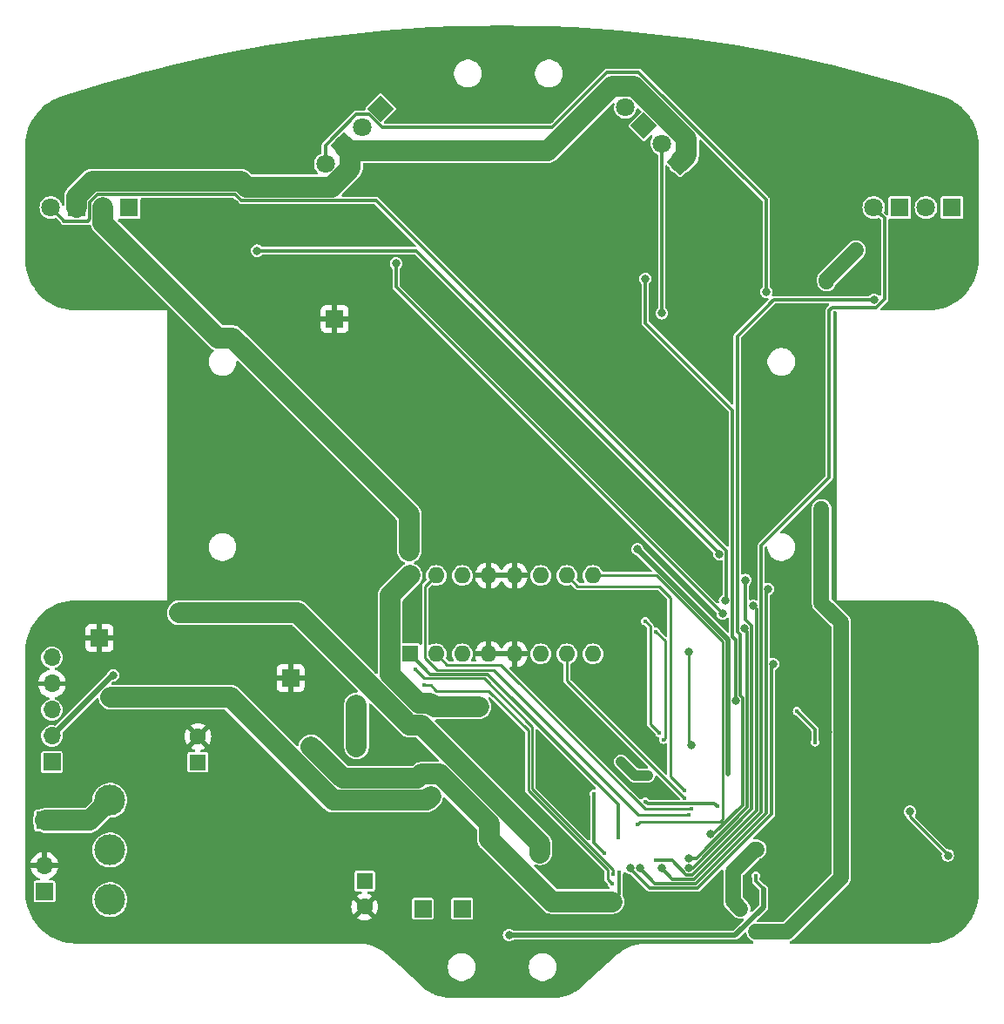
<source format=gbl>
G04 #@! TF.GenerationSoftware,KiCad,Pcbnew,8.0.6*
G04 #@! TF.CreationDate,2025-03-26T21:52:31-07:00*
G04 #@! TF.ProjectId,rezq_rev3,72657a71-5f72-4657-9633-2e6b69636164,rev?*
G04 #@! TF.SameCoordinates,Original*
G04 #@! TF.FileFunction,Copper,L2,Bot*
G04 #@! TF.FilePolarity,Positive*
%FSLAX46Y46*%
G04 Gerber Fmt 4.6, Leading zero omitted, Abs format (unit mm)*
G04 Created by KiCad (PCBNEW 8.0.6) date 2025-03-26 21:52:31*
%MOMM*%
%LPD*%
G01*
G04 APERTURE LIST*
G04 Aperture macros list*
%AMRotRect*
0 Rectangle, with rotation*
0 The origin of the aperture is its center*
0 $1 length*
0 $2 width*
0 $3 Rotation angle, in degrees counterclockwise*
0 Add horizontal line*
21,1,$1,$2,0,0,$3*%
G04 Aperture macros list end*
G04 #@! TA.AperFunction,ComponentPad*
%ADD10R,1.700000X1.700000*%
G04 #@! TD*
G04 #@! TA.AperFunction,ComponentPad*
%ADD11C,3.000000*%
G04 #@! TD*
G04 #@! TA.AperFunction,ComponentPad*
%ADD12O,1.700000X1.700000*%
G04 #@! TD*
G04 #@! TA.AperFunction,ComponentPad*
%ADD13RotRect,1.800000X1.800000X135.000000*%
G04 #@! TD*
G04 #@! TA.AperFunction,ComponentPad*
%ADD14C,1.800000*%
G04 #@! TD*
G04 #@! TA.AperFunction,ComponentPad*
%ADD15RotRect,1.800000X1.800000X225.000000*%
G04 #@! TD*
G04 #@! TA.AperFunction,ComponentPad*
%ADD16R,1.800000X1.800000*%
G04 #@! TD*
G04 #@! TA.AperFunction,ComponentPad*
%ADD17R,1.600000X1.600000*%
G04 #@! TD*
G04 #@! TA.AperFunction,ComponentPad*
%ADD18C,1.600000*%
G04 #@! TD*
G04 #@! TA.AperFunction,ComponentPad*
%ADD19O,1.600000X1.600000*%
G04 #@! TD*
G04 #@! TA.AperFunction,ViaPad*
%ADD20C,0.800000*%
G04 #@! TD*
G04 #@! TA.AperFunction,ViaPad*
%ADD21C,0.420000*%
G04 #@! TD*
G04 #@! TA.AperFunction,ViaPad*
%ADD22C,1.600000*%
G04 #@! TD*
G04 #@! TA.AperFunction,Conductor*
%ADD23C,2.000000*%
G04 #@! TD*
G04 #@! TA.AperFunction,Conductor*
%ADD24C,1.500000*%
G04 #@! TD*
G04 #@! TA.AperFunction,Conductor*
%ADD25C,1.000000*%
G04 #@! TD*
G04 #@! TA.AperFunction,Conductor*
%ADD26C,0.500000*%
G04 #@! TD*
G04 #@! TA.AperFunction,Conductor*
%ADD27C,0.300000*%
G04 #@! TD*
G04 #@! TA.AperFunction,Conductor*
%ADD28C,0.250000*%
G04 #@! TD*
G04 APERTURE END LIST*
D10*
X195700000Y-186420000D03*
D11*
X161438000Y-185554000D03*
X161438000Y-180728000D03*
X161438000Y-175902000D03*
D10*
X155088000Y-184750000D03*
D12*
X155088000Y-182210000D03*
D13*
X213360000Y-110363000D03*
D14*
X211563949Y-108566949D03*
D15*
X184183000Y-112290000D03*
D14*
X182386949Y-114086051D03*
D10*
X155140000Y-177850000D03*
X191860000Y-186420000D03*
D16*
X158233600Y-118307200D03*
D14*
X155693600Y-118307200D03*
D10*
X179000000Y-164000000D03*
D17*
X186203000Y-183736621D03*
D18*
X186203000Y-186236621D03*
D17*
X190627000Y-161671000D03*
D19*
X193167000Y-161671000D03*
X195707000Y-161671000D03*
X198247000Y-161671000D03*
X200787000Y-161671000D03*
X203327000Y-161671000D03*
X205867000Y-161671000D03*
X208407000Y-161671000D03*
X208407000Y-154051000D03*
X205867000Y-154051000D03*
X203327000Y-154051000D03*
X200787000Y-154051000D03*
X198247000Y-154051000D03*
X195707000Y-154051000D03*
X193167000Y-154051000D03*
X190627000Y-154051000D03*
D17*
X169998000Y-172194000D03*
D18*
X169998000Y-169694000D03*
D16*
X243323600Y-118307200D03*
D14*
X240783600Y-118307200D03*
D15*
X187775102Y-108697897D03*
D14*
X185979051Y-110493948D03*
D10*
X155803600Y-172186600D03*
D12*
X155803600Y-169646600D03*
X155803600Y-167106600D03*
X155803600Y-164566600D03*
X155803600Y-162026600D03*
D10*
X183300000Y-129130000D03*
D16*
X238243600Y-118307200D03*
D14*
X235703600Y-118307200D03*
D13*
X216875888Y-113878889D03*
D14*
X215079837Y-112082838D03*
D16*
X163313600Y-118307200D03*
D14*
X160773600Y-118307200D03*
D10*
X160430000Y-160120000D03*
D20*
X178630000Y-107010000D03*
X230500000Y-111000000D03*
X164360000Y-109590000D03*
X196000000Y-109750000D03*
X202717400Y-131495800D03*
X223774000Y-184912000D03*
X189382400Y-181660800D03*
X182372000Y-143256000D03*
X194056000Y-168402000D03*
X173750000Y-109250000D03*
X184170000Y-133330000D03*
X200250000Y-186944000D03*
X220750000Y-106470000D03*
X200660000Y-169164000D03*
X236750000Y-181000000D03*
X218008200Y-138226800D03*
X191050000Y-125140000D03*
X209600800Y-137896600D03*
X226250000Y-108250000D03*
X209600800Y-134645400D03*
X190703200Y-182829200D03*
X166497000Y-174117000D03*
X231250000Y-169250000D03*
X204250000Y-109750000D03*
X216250000Y-142500000D03*
X170000000Y-109250000D03*
X204216000Y-172466000D03*
X193000000Y-142250000D03*
X191262000Y-179324000D03*
X200183000Y-106161625D03*
X188163200Y-143408400D03*
X163753800Y-182473600D03*
X157530800Y-174980600D03*
X170688000Y-161544000D03*
X206298800Y-131419600D03*
X234610000Y-108440000D03*
X226568000Y-185928000D03*
X180710000Y-133380000D03*
X173609000Y-117983000D03*
X228250000Y-159500000D03*
X209000000Y-142500000D03*
X228250000Y-162500000D03*
X175971200Y-177165000D03*
X194640200Y-178130200D03*
X182570000Y-126570000D03*
X225729800Y-143256000D03*
X154240000Y-110410000D03*
X245010000Y-114690000D03*
X198069200Y-169367200D03*
X202750000Y-142500000D03*
X223240600Y-128041400D03*
X192630000Y-125140000D03*
X236750000Y-176500000D03*
X178409600Y-127152400D03*
X199898000Y-173736000D03*
X209550000Y-131419600D03*
X206298800Y-134645400D03*
X217932000Y-128930400D03*
X228346000Y-143205200D03*
X188330000Y-133460000D03*
X228250000Y-165750000D03*
X179247800Y-142214600D03*
X174244000Y-170688000D03*
X225000000Y-114750000D03*
X200250000Y-184750000D03*
X197317075Y-166817075D03*
X190538500Y-151638000D03*
X185420000Y-170694000D03*
X185420000Y-166370000D03*
X222039157Y-182789157D03*
X211153750Y-172153750D03*
X222758000Y-186436000D03*
X224336432Y-180663568D03*
X213750000Y-173500000D03*
X168175000Y-157675000D03*
X203250000Y-181000000D03*
X224282000Y-188682200D03*
X234000000Y-122437500D03*
X230632000Y-147574000D03*
X231140000Y-125476000D03*
D21*
X224250000Y-183250000D03*
D20*
X200250000Y-189000000D03*
D21*
X220500000Y-176500000D03*
X213500000Y-176000000D03*
X225000000Y-184500000D03*
D22*
X161450000Y-165975000D03*
X192786000Y-175500000D03*
D20*
X217750000Y-161500000D03*
X217970000Y-170500000D03*
X161750000Y-163750000D03*
D21*
X221555500Y-173305500D03*
D20*
X212750000Y-151500000D03*
D21*
X214875000Y-169375000D03*
X213500000Y-158500000D03*
X214500000Y-159500000D03*
X215250000Y-170000000D03*
X191135000Y-163195000D03*
X210393701Y-183106299D03*
X210250000Y-184000000D03*
X192024000Y-164715000D03*
D20*
X215070000Y-182500000D03*
X224000000Y-157000000D03*
X215079837Y-128579837D03*
D21*
X214535000Y-181739292D03*
D20*
X212034997Y-182500000D03*
X225930000Y-162653258D03*
X221250000Y-156500000D03*
X212965000Y-182500000D03*
X225430000Y-155375000D03*
X225250000Y-126500000D03*
X219820000Y-179195894D03*
X235750000Y-127250000D03*
X223110000Y-159179167D03*
X217726876Y-181523124D03*
X189250000Y-123750000D03*
X221000000Y-157750000D03*
X213500000Y-125220000D03*
X222285000Y-166250000D03*
X175750000Y-122500000D03*
X223247315Y-154500000D03*
X220715771Y-151968456D03*
X217756447Y-182452657D03*
D21*
X230000000Y-170250000D03*
X228250000Y-167250000D03*
X210963943Y-182889672D03*
D22*
X181000000Y-170694000D03*
D20*
X239250000Y-177000000D03*
X242915002Y-181250000D03*
D21*
X217750000Y-177315687D03*
X218000000Y-176750000D03*
X212750000Y-178250000D03*
X210837500Y-179500000D03*
X217302973Y-174947027D03*
X217306742Y-175693258D03*
X208500000Y-175250000D03*
X209500000Y-181000000D03*
D23*
X188697000Y-155981000D02*
X190627000Y-154051000D01*
X160773600Y-119827200D02*
X171903400Y-130957000D01*
X197317075Y-166817075D02*
X192978899Y-166817075D01*
X192595824Y-166434000D02*
X191446274Y-166434000D01*
X160773600Y-118307200D02*
X160773600Y-119827200D01*
X171903400Y-130957000D02*
X173357771Y-130957000D01*
X192978899Y-166817075D02*
X192595824Y-166434000D01*
X190538500Y-148137729D02*
X190538500Y-151638000D01*
X191446274Y-166434000D02*
X188697000Y-163684726D01*
X188697000Y-163684726D02*
X188697000Y-155981000D01*
X190538500Y-151341553D02*
X190538500Y-151638000D01*
X173357771Y-130957000D02*
X190538500Y-148137729D01*
X185420000Y-170694000D02*
X185420000Y-166624000D01*
D24*
X224164746Y-180663568D02*
X222039157Y-182789157D01*
X222039157Y-185717157D02*
X222039157Y-182789157D01*
D25*
X211153750Y-172153750D02*
X212500000Y-173500000D01*
D24*
X224336432Y-180663568D02*
X224164746Y-180663568D01*
X222758000Y-186436000D02*
X222039157Y-185717157D01*
D25*
X212500000Y-173500000D02*
X213750000Y-173500000D01*
D23*
X191713549Y-168564000D02*
X203250000Y-180100451D01*
X168175000Y-157675000D02*
X179675000Y-157675000D01*
X203250000Y-180100451D02*
X203250000Y-181000000D01*
X179675000Y-157675000D02*
X190564000Y-168564000D01*
X190564000Y-168564000D02*
X191713549Y-168564000D01*
X216875888Y-113878889D02*
X217512284Y-113242493D01*
X184669000Y-112776000D02*
X184183000Y-112290000D01*
D24*
X227257606Y-188682200D02*
X232530000Y-183409806D01*
X231140000Y-125297500D02*
X234000000Y-122437500D01*
D23*
X174167200Y-115747200D02*
X159712206Y-115747200D01*
X217512284Y-113242493D02*
X217512284Y-111644430D01*
D24*
X232530000Y-158616000D02*
X230632000Y-156718000D01*
D23*
X212404803Y-106536949D02*
X210234911Y-106536949D01*
X210234911Y-106536949D02*
X203995860Y-112776000D01*
X184819396Y-112926396D02*
X184819396Y-114524458D01*
X174742000Y-116322000D02*
X174167200Y-115747200D01*
X217512284Y-111644430D02*
X212404803Y-106536949D01*
X184183000Y-112290000D02*
X184819396Y-112926396D01*
D24*
X230632000Y-156718000D02*
X230632000Y-147574000D01*
D23*
X159712206Y-115747200D02*
X158213600Y-117245806D01*
X203995860Y-112776000D02*
X184669000Y-112776000D01*
D24*
X232530000Y-183409806D02*
X232530000Y-158616000D01*
D23*
X184819396Y-114524458D02*
X183021854Y-116322000D01*
D24*
X224282000Y-188682200D02*
X227257606Y-188682200D01*
X231140000Y-125476000D02*
X231140000Y-125297500D01*
D23*
X183021854Y-116322000D02*
X174742000Y-116322000D01*
X158213600Y-117245806D02*
X158213600Y-118306194D01*
D26*
X200250000Y-189000000D02*
X222250000Y-189000000D01*
X225000000Y-186250000D02*
X225000000Y-184500000D01*
D27*
X220200000Y-176200000D02*
X220500000Y-176500000D01*
X224250000Y-183250000D02*
X224250000Y-183750000D01*
X217577818Y-176200000D02*
X220200000Y-176200000D01*
X213500000Y-176000000D02*
X213743258Y-176243258D01*
X213743258Y-176243258D02*
X217534560Y-176243258D01*
D26*
X222250000Y-189000000D02*
X225000000Y-186250000D01*
D27*
X224250000Y-183750000D02*
X225000000Y-184500000D01*
X217534560Y-176243258D02*
X217577818Y-176200000D01*
D23*
X183163306Y-175895000D02*
X173158306Y-165890000D01*
X192230000Y-175895000D02*
X183163306Y-175895000D01*
X173158306Y-165890000D02*
X161535000Y-165890000D01*
X192625000Y-175500000D02*
X192230000Y-175895000D01*
D28*
X217750000Y-170250000D02*
X217970000Y-170470000D01*
X217750000Y-161500000D02*
X217750000Y-170250000D01*
X217970000Y-170470000D02*
X217970000Y-170500000D01*
D26*
X221555500Y-173305500D02*
X221505000Y-173255000D01*
X221505000Y-160255000D02*
X212750000Y-151500000D01*
X161700200Y-163750000D02*
X155803600Y-169646600D01*
X221505000Y-173255000D02*
X221505000Y-160255000D01*
X161750000Y-163750000D02*
X161700200Y-163750000D01*
D28*
X214875000Y-169375000D02*
X213975000Y-168475000D01*
X213975000Y-158975000D02*
X213500000Y-158500000D01*
X213975000Y-168475000D02*
X213975000Y-158975000D01*
X215250000Y-170000000D02*
X215400000Y-169850000D01*
X215400000Y-169850000D02*
X215400000Y-160400000D01*
X215400000Y-160400000D02*
X214500000Y-159500000D01*
X192000000Y-164060000D02*
X197810000Y-164060000D01*
X202500000Y-174750000D02*
X210393701Y-182643701D01*
X197810000Y-164060000D02*
X202500000Y-168750000D01*
X202500000Y-168750000D02*
X202500000Y-174750000D01*
X210393701Y-182643701D02*
X210393701Y-183106299D01*
X191135000Y-163195000D02*
X192000000Y-164060000D01*
X193190000Y-165250000D02*
X198250000Y-165250000D01*
X198250000Y-165250000D02*
X202120000Y-169120000D01*
X193040000Y-165100000D02*
X192655000Y-164715000D01*
X209868701Y-183618701D02*
X210250000Y-184000000D01*
X202120000Y-174907402D02*
X209868701Y-182656103D01*
X193040000Y-165100000D02*
X193190000Y-165250000D01*
X209868701Y-182656103D02*
X209868701Y-183618701D01*
X192655000Y-164715000D02*
X192024000Y-164715000D01*
X202120000Y-169120000D02*
X202120000Y-174907402D01*
D27*
X236750000Y-127211666D02*
X236750000Y-119353600D01*
X224750000Y-177051896D02*
X224750000Y-166500000D01*
X224750000Y-166500000D02*
X224750000Y-151164011D01*
X231394000Y-144520011D02*
X231394000Y-128270000D01*
X216132657Y-183562657D02*
X218239239Y-183562657D01*
X231664000Y-128000000D02*
X235961666Y-128000000D01*
X218239239Y-183562657D02*
X224750000Y-177051896D01*
X215070000Y-182500000D02*
X216132657Y-183562657D01*
X236750000Y-119353600D02*
X235703600Y-118307200D01*
X224750000Y-151164011D02*
X231394000Y-144520011D01*
X235961666Y-128000000D02*
X236750000Y-127211666D01*
X231394000Y-128270000D02*
X231664000Y-128000000D01*
X215250000Y-128750000D02*
X215079837Y-128579837D01*
X224000000Y-157000000D02*
X224290000Y-157290000D01*
X217474781Y-183132657D02*
X216081416Y-181739292D01*
X224290000Y-157290000D02*
X224290000Y-176903784D01*
X215079837Y-112082838D02*
X215079837Y-128579837D01*
X216081416Y-181739292D02*
X214535000Y-181739292D01*
X224290000Y-176903784D02*
X218061127Y-183132657D01*
X218061127Y-183132657D02*
X217474781Y-183132657D01*
X218595463Y-184422657D02*
X225750000Y-177268120D01*
X159493600Y-117776000D02*
X159493600Y-119407200D01*
X221395771Y-156354229D02*
X221395771Y-151686791D01*
X173614866Y-117027200D02*
X160242400Y-117027200D01*
X160242400Y-117027200D02*
X159493600Y-117776000D01*
X225750000Y-177268120D02*
X225750000Y-162833258D01*
X221395771Y-151686791D02*
X187310980Y-117602000D01*
X159493600Y-119407200D02*
X159266800Y-119634000D01*
X221250000Y-156500000D02*
X221395771Y-156354229D01*
X212034997Y-182500000D02*
X212034997Y-182531663D01*
X225750000Y-162833258D02*
X225930000Y-162653258D01*
X156972000Y-119585600D02*
X155693600Y-118307200D01*
X174189666Y-117602000D02*
X173614866Y-117027200D01*
X159266800Y-119634000D02*
X156972000Y-119634000D01*
X187310980Y-117602000D02*
X174189666Y-117602000D01*
X213925991Y-184422657D02*
X218595463Y-184422657D01*
X212034997Y-182531663D02*
X213925991Y-184422657D01*
X156972000Y-119634000D02*
X156972000Y-119585600D01*
X204471666Y-110490000D02*
X204930000Y-110031666D01*
X225430000Y-155375000D02*
X225250000Y-155555000D01*
X182386949Y-114086051D02*
X182386949Y-112253051D01*
X185420000Y-109220000D02*
X186628433Y-109220000D01*
X212852000Y-105156000D02*
X225250000Y-117554000D01*
X204978000Y-109982000D02*
X204978000Y-109983666D01*
X225250000Y-155555000D02*
X225250000Y-177160008D01*
X187898433Y-110490000D02*
X204471666Y-110490000D01*
X214457657Y-183992657D02*
X212965000Y-182500000D01*
X204930000Y-110031666D02*
X204930000Y-110030000D01*
X182386949Y-112253051D02*
X185420000Y-109220000D01*
X225250000Y-117554000D02*
X225250000Y-126500000D01*
X204930000Y-110030000D02*
X204978000Y-109982000D01*
X204978000Y-109982000D02*
X209804000Y-105156000D01*
X186628433Y-109220000D02*
X187898433Y-110490000D01*
X218417351Y-183992657D02*
X214457657Y-183992657D01*
X209804000Y-105156000D02*
X212852000Y-105156000D01*
X225250000Y-177160008D02*
X218417351Y-183992657D01*
X222715000Y-159785000D02*
X222430000Y-159500000D01*
X225888600Y-127361400D02*
X225500000Y-127750000D01*
X235750000Y-127250000D02*
X226000000Y-127250000D01*
X222965000Y-176357756D02*
X222965000Y-165968334D01*
X222965000Y-165968334D02*
X222715000Y-165718334D01*
X226000000Y-127250000D02*
X225500000Y-127750000D01*
X222430000Y-130820000D02*
X225500000Y-127750000D01*
X222715000Y-165718334D02*
X222715000Y-159785000D01*
X220126862Y-179195894D02*
X222965000Y-176357756D01*
X219820000Y-179195894D02*
X220126862Y-179195894D01*
X222430000Y-159500000D02*
X222430000Y-130820000D01*
X223430000Y-176547560D02*
X218454436Y-181523124D01*
X218454436Y-181523124D02*
X217726876Y-181523124D01*
X189250000Y-123750000D02*
X189250000Y-126000000D01*
X189250000Y-126000000D02*
X221000000Y-157750000D01*
X223430000Y-159499167D02*
X223430000Y-176547560D01*
X223110000Y-159179167D02*
X223430000Y-159499167D01*
X213500000Y-129535000D02*
X213500000Y-128250000D01*
X222000000Y-138035000D02*
X213500000Y-129535000D01*
X222285000Y-160285466D02*
X222285000Y-166250000D01*
X222000000Y-138035000D02*
X222000000Y-160000466D01*
X213500000Y-125220000D02*
X213500000Y-128250000D01*
X222000000Y-160000466D02*
X222285000Y-160285466D01*
X191250000Y-122500000D02*
X220750000Y-152000000D01*
X218133015Y-182452657D02*
X217756447Y-182452657D01*
X223860000Y-158967501D02*
X223860000Y-176725672D01*
X223860000Y-176725672D02*
X218133015Y-182452657D01*
X223247315Y-154500000D02*
X223247315Y-158354816D01*
X223247315Y-158354816D02*
X223860000Y-158967501D01*
X175750000Y-122500000D02*
X191250000Y-122500000D01*
X230000000Y-169000000D02*
X230000000Y-170250000D01*
X228250000Y-167250000D02*
X230000000Y-169000000D01*
D23*
X184071000Y-173765000D02*
X181000000Y-170694000D01*
D27*
X210963943Y-182889672D02*
X210963943Y-185036057D01*
D23*
X198333947Y-179660200D02*
X198333947Y-178196672D01*
X193507275Y-173370000D02*
X191742726Y-173370000D01*
X210250000Y-185750000D02*
X204423747Y-185750000D01*
X191347726Y-173765000D02*
X184071000Y-173765000D01*
X198333947Y-178196672D02*
X193507275Y-173370000D01*
X191742726Y-173370000D02*
X191347726Y-173765000D01*
D27*
X210963943Y-185036057D02*
X210250000Y-185750000D01*
D23*
X204423747Y-185750000D02*
X198333947Y-179660200D01*
D28*
X242915002Y-181250000D02*
X242915002Y-181165002D01*
X242915002Y-181165002D02*
X239250000Y-177500000D01*
X239250000Y-177500000D02*
X239250000Y-177000000D01*
D23*
X161438000Y-175902000D02*
X159490000Y-177850000D01*
X159490000Y-177850000D02*
X155140000Y-177850000D01*
D28*
X198742463Y-163250000D02*
X193254004Y-163250000D01*
X212808150Y-177315687D02*
X198742463Y-163250000D01*
X217750000Y-177315687D02*
X212808150Y-177315687D01*
X192112000Y-162107996D02*
X192112000Y-155106000D01*
X193254004Y-163250000D02*
X192112000Y-162107996D01*
X192112000Y-155106000D02*
X193167000Y-154051000D01*
X194222000Y-162726000D02*
X193167000Y-161671000D01*
X213500000Y-176750000D02*
X199476000Y-162726000D01*
X218000000Y-176750000D02*
X213500000Y-176750000D01*
X199476000Y-162726000D02*
X194222000Y-162726000D01*
X212750000Y-178250000D02*
X213000000Y-178000000D01*
X221025000Y-176282537D02*
X221000000Y-176257537D01*
X220750000Y-178000000D02*
X221025000Y-177725000D01*
X221000000Y-160500000D02*
X214551000Y-154051000D01*
X213000000Y-178000000D02*
X220750000Y-178000000D01*
X221025000Y-177725000D02*
X221025000Y-176282537D01*
X221000000Y-176257537D02*
X221000000Y-160500000D01*
X214551000Y-154051000D02*
X208407000Y-154051000D01*
D27*
X210837500Y-176309682D02*
X198182818Y-163655000D01*
X192611000Y-163655000D02*
X190627000Y-161671000D01*
X210837500Y-179500000D02*
X210837500Y-176309682D01*
X198182818Y-163655000D02*
X192611000Y-163655000D01*
D28*
X215975000Y-156225000D02*
X214856000Y-155106000D01*
X214856000Y-155106000D02*
X206922000Y-155106000D01*
X217302973Y-174947027D02*
X215975000Y-173619054D01*
X206922000Y-155106000D02*
X205867000Y-154051000D01*
X215975000Y-173619054D02*
X215975000Y-156225000D01*
X205867000Y-164253516D02*
X205867000Y-161671000D01*
X217306742Y-175693258D02*
X205867000Y-164253516D01*
D27*
X208500000Y-175250000D02*
X208500000Y-180000000D01*
X208500000Y-180000000D02*
X209500000Y-181000000D01*
G04 #@! TA.AperFunction,Conductor*
G36*
X201871909Y-100659274D02*
G01*
X201873858Y-100659307D01*
X204171608Y-100717394D01*
X204173696Y-100717464D01*
X206470186Y-100814260D01*
X206472273Y-100814366D01*
X208766702Y-100949834D01*
X208768773Y-100949973D01*
X211060777Y-101124094D01*
X211062719Y-101124259D01*
X213351497Y-101336977D01*
X213353387Y-101337169D01*
X215638253Y-101588420D01*
X215640207Y-101588651D01*
X217920462Y-101878357D01*
X217922467Y-101878629D01*
X220072363Y-102188665D01*
X220197399Y-102206697D01*
X220199467Y-102207012D01*
X222468707Y-102573389D01*
X222470605Y-102573712D01*
X224733340Y-102978269D01*
X224735217Y-102978621D01*
X226990771Y-103421236D01*
X226992783Y-103421648D01*
X229240594Y-103902213D01*
X229242455Y-103902627D01*
X231481952Y-104421019D01*
X231483810Y-104421466D01*
X233714104Y-104977481D01*
X233716022Y-104977976D01*
X235936691Y-105571505D01*
X235938647Y-105572045D01*
X236502360Y-105732936D01*
X238148857Y-106202866D01*
X238150861Y-106203456D01*
X240350155Y-106871434D01*
X240352149Y-106872058D01*
X242537901Y-107576360D01*
X242543746Y-107578406D01*
X242919919Y-107720786D01*
X242929406Y-107724837D01*
X243290549Y-107897160D01*
X243299660Y-107901983D01*
X243645197Y-108103783D01*
X243653885Y-108109356D01*
X243930418Y-108303439D01*
X243981402Y-108339222D01*
X243989606Y-108345506D01*
X244165353Y-108492142D01*
X244296842Y-108601850D01*
X244304495Y-108608797D01*
X244589302Y-108889823D01*
X244596351Y-108897383D01*
X244856774Y-109201163D01*
X244863168Y-109209283D01*
X245097392Y-109533702D01*
X245103087Y-109542327D01*
X245309468Y-109885106D01*
X245314426Y-109894175D01*
X245491552Y-110252968D01*
X245495737Y-110262418D01*
X245586926Y-110493949D01*
X245642362Y-110634700D01*
X245645746Y-110644467D01*
X245760863Y-111027687D01*
X245763421Y-111037701D01*
X245846221Y-111429167D01*
X245847936Y-111439359D01*
X245897847Y-111836351D01*
X245898708Y-111846651D01*
X245915492Y-112249010D01*
X245915600Y-112254178D01*
X245915600Y-123384493D01*
X245915482Y-123389902D01*
X245897097Y-123810991D01*
X245896154Y-123821767D01*
X245841493Y-124236957D01*
X245839615Y-124247610D01*
X245748974Y-124656467D01*
X245746174Y-124666917D01*
X245620243Y-125066317D01*
X245616543Y-125076482D01*
X245456283Y-125463385D01*
X245451711Y-125473189D01*
X245258344Y-125844642D01*
X245252936Y-125854010D01*
X245027920Y-126207214D01*
X245021715Y-126216075D01*
X244766779Y-126548315D01*
X244759825Y-126556602D01*
X244476904Y-126865355D01*
X244469255Y-126873004D01*
X244160502Y-127155925D01*
X244152215Y-127162879D01*
X243819975Y-127417815D01*
X243811114Y-127424020D01*
X243457910Y-127649036D01*
X243448542Y-127654444D01*
X243077089Y-127847811D01*
X243067285Y-127852383D01*
X242680382Y-128012643D01*
X242670217Y-128016343D01*
X242270817Y-128142274D01*
X242260367Y-128145074D01*
X241851510Y-128235715D01*
X241840857Y-128237593D01*
X241425667Y-128292254D01*
X241414891Y-128293197D01*
X240993803Y-128311582D01*
X240988394Y-128311700D01*
X236445010Y-128311700D01*
X236377971Y-128292015D01*
X236332216Y-128239211D01*
X236322272Y-128170053D01*
X236351297Y-128106497D01*
X236357329Y-128100019D01*
X236677348Y-127780000D01*
X237030470Y-127426878D01*
X237076614Y-127346954D01*
X237090228Y-127296144D01*
X237100500Y-127257810D01*
X237100500Y-119513355D01*
X237120185Y-119446316D01*
X237172989Y-119400561D01*
X237242147Y-119390617D01*
X237253386Y-119393701D01*
X237253390Y-119393685D01*
X237323847Y-119407699D01*
X237323850Y-119407700D01*
X237323852Y-119407700D01*
X239163350Y-119407700D01*
X239163351Y-119407699D01*
X239178168Y-119404752D01*
X239221829Y-119396068D01*
X239221829Y-119396067D01*
X239221831Y-119396067D01*
X239288152Y-119351752D01*
X239332467Y-119285431D01*
X239332467Y-119285429D01*
X239332468Y-119285429D01*
X239344099Y-119226952D01*
X239344100Y-119226950D01*
X239344100Y-118307199D01*
X239678385Y-118307199D01*
X239678385Y-118307200D01*
X239697202Y-118510282D01*
X239753017Y-118706447D01*
X239753022Y-118706460D01*
X239843927Y-118889021D01*
X239966837Y-119051781D01*
X240117558Y-119189180D01*
X240117560Y-119189182D01*
X240164607Y-119218312D01*
X240290963Y-119296548D01*
X240481144Y-119370224D01*
X240681624Y-119407700D01*
X240681626Y-119407700D01*
X240885574Y-119407700D01*
X240885576Y-119407700D01*
X241086056Y-119370224D01*
X241276237Y-119296548D01*
X241449641Y-119189181D01*
X241600364Y-119051779D01*
X241723273Y-118889021D01*
X241814182Y-118706450D01*
X241869997Y-118510283D01*
X241888815Y-118307200D01*
X241869997Y-118104117D01*
X241814182Y-117907950D01*
X241723273Y-117725379D01*
X241600364Y-117562621D01*
X241600362Y-117562618D01*
X241449641Y-117425219D01*
X241449639Y-117425217D01*
X241388638Y-117387447D01*
X242223100Y-117387447D01*
X242223100Y-119226952D01*
X242234731Y-119285429D01*
X242234732Y-119285430D01*
X242279047Y-119351752D01*
X242345369Y-119396067D01*
X242345370Y-119396068D01*
X242403847Y-119407699D01*
X242403850Y-119407700D01*
X242403852Y-119407700D01*
X244243350Y-119407700D01*
X244243351Y-119407699D01*
X244258168Y-119404752D01*
X244301829Y-119396068D01*
X244301829Y-119396067D01*
X244301831Y-119396067D01*
X244368152Y-119351752D01*
X244412467Y-119285431D01*
X244412467Y-119285429D01*
X244412468Y-119285429D01*
X244424099Y-119226952D01*
X244424100Y-119226950D01*
X244424100Y-117387449D01*
X244424099Y-117387447D01*
X244412468Y-117328970D01*
X244412467Y-117328969D01*
X244368152Y-117262647D01*
X244301830Y-117218332D01*
X244301829Y-117218331D01*
X244243352Y-117206700D01*
X244243348Y-117206700D01*
X242403852Y-117206700D01*
X242403847Y-117206700D01*
X242345370Y-117218331D01*
X242345369Y-117218332D01*
X242279047Y-117262647D01*
X242234732Y-117328969D01*
X242234731Y-117328970D01*
X242223100Y-117387447D01*
X241388638Y-117387447D01*
X241276242Y-117317855D01*
X241276235Y-117317851D01*
X241166616Y-117275385D01*
X241086056Y-117244176D01*
X240885576Y-117206700D01*
X240681624Y-117206700D01*
X240481144Y-117244176D01*
X240481141Y-117244176D01*
X240481141Y-117244177D01*
X240290964Y-117317851D01*
X240290957Y-117317855D01*
X240117560Y-117425217D01*
X240117558Y-117425219D01*
X239966837Y-117562618D01*
X239843927Y-117725378D01*
X239753022Y-117907939D01*
X239753017Y-117907952D01*
X239697202Y-118104117D01*
X239678385Y-118307199D01*
X239344100Y-118307199D01*
X239344100Y-117387449D01*
X239344099Y-117387447D01*
X239332468Y-117328970D01*
X239332467Y-117328969D01*
X239288152Y-117262647D01*
X239221830Y-117218332D01*
X239221829Y-117218331D01*
X239163352Y-117206700D01*
X239163348Y-117206700D01*
X237323852Y-117206700D01*
X237323847Y-117206700D01*
X237265370Y-117218331D01*
X237265369Y-117218332D01*
X237199047Y-117262647D01*
X237154732Y-117328969D01*
X237154731Y-117328970D01*
X237143100Y-117387447D01*
X237143100Y-118951656D01*
X237123415Y-119018695D01*
X237070611Y-119064450D01*
X237001453Y-119074394D01*
X236937897Y-119045369D01*
X236931419Y-119039337D01*
X236752176Y-118860094D01*
X236718691Y-118798771D01*
X236723675Y-118729079D01*
X236728851Y-118717154D01*
X236734182Y-118706450D01*
X236789997Y-118510283D01*
X236808815Y-118307200D01*
X236789997Y-118104117D01*
X236734182Y-117907950D01*
X236643273Y-117725379D01*
X236520364Y-117562621D01*
X236520362Y-117562618D01*
X236369641Y-117425219D01*
X236369639Y-117425217D01*
X236196242Y-117317855D01*
X236196235Y-117317851D01*
X236086616Y-117275385D01*
X236006056Y-117244176D01*
X235805576Y-117206700D01*
X235601624Y-117206700D01*
X235401144Y-117244176D01*
X235401141Y-117244176D01*
X235401141Y-117244177D01*
X235210964Y-117317851D01*
X235210957Y-117317855D01*
X235037560Y-117425217D01*
X235037558Y-117425219D01*
X234886837Y-117562618D01*
X234763927Y-117725378D01*
X234673022Y-117907939D01*
X234673017Y-117907952D01*
X234617202Y-118104117D01*
X234598385Y-118307199D01*
X234598385Y-118307200D01*
X234617202Y-118510282D01*
X234673017Y-118706447D01*
X234673022Y-118706460D01*
X234763927Y-118889021D01*
X234886837Y-119051781D01*
X235037558Y-119189180D01*
X235037560Y-119189182D01*
X235084607Y-119218312D01*
X235210963Y-119296548D01*
X235401144Y-119370224D01*
X235601624Y-119407700D01*
X235601626Y-119407700D01*
X235805574Y-119407700D01*
X235805576Y-119407700D01*
X236006056Y-119370224D01*
X236121637Y-119325447D01*
X236191258Y-119319585D01*
X236252999Y-119352294D01*
X236254111Y-119353393D01*
X236363181Y-119462463D01*
X236396666Y-119523786D01*
X236399500Y-119550144D01*
X236399500Y-126744723D01*
X236379815Y-126811762D01*
X236327011Y-126857517D01*
X236257853Y-126867461D01*
X236194297Y-126838436D01*
X236182833Y-126826269D01*
X236178286Y-126821722D01*
X236178283Y-126821720D01*
X236178282Y-126821718D01*
X236052841Y-126725464D01*
X235906762Y-126664956D01*
X235906760Y-126664955D01*
X235750001Y-126644318D01*
X235749999Y-126644318D01*
X235593239Y-126664955D01*
X235593237Y-126664956D01*
X235447160Y-126725463D01*
X235447159Y-126725464D01*
X235321718Y-126821718D01*
X235299258Y-126850988D01*
X235242832Y-126892189D01*
X235200884Y-126899500D01*
X226046144Y-126899500D01*
X225953856Y-126899500D01*
X225953854Y-126899500D01*
X225953848Y-126899501D01*
X225949982Y-126900537D01*
X225946596Y-126900456D01*
X225945800Y-126900561D01*
X225945783Y-126900436D01*
X225880132Y-126898869D01*
X225822273Y-126859702D01*
X225794774Y-126795471D01*
X225803336Y-126733311D01*
X225835044Y-126656762D01*
X225855682Y-126500000D01*
X225846005Y-126426499D01*
X225835044Y-126343239D01*
X225835044Y-126343238D01*
X225774536Y-126197159D01*
X225678282Y-126071718D01*
X225678279Y-126071716D01*
X225678278Y-126071714D01*
X225649013Y-126049258D01*
X225607811Y-125992830D01*
X225600500Y-125950883D01*
X225600500Y-125203883D01*
X230189500Y-125203883D01*
X230189500Y-125569620D01*
X230226025Y-125753243D01*
X230226027Y-125753251D01*
X230297676Y-125926228D01*
X230297681Y-125926237D01*
X230401697Y-126081907D01*
X230401700Y-126081911D01*
X230534088Y-126214299D01*
X230534092Y-126214302D01*
X230689762Y-126318318D01*
X230689768Y-126318321D01*
X230689769Y-126318322D01*
X230862749Y-126389973D01*
X231046379Y-126426499D01*
X231046383Y-126426500D01*
X231046384Y-126426500D01*
X231233617Y-126426500D01*
X231233618Y-126426499D01*
X231417251Y-126389973D01*
X231590231Y-126318322D01*
X231745908Y-126214302D01*
X231878302Y-126081908D01*
X231982322Y-125926231D01*
X232053973Y-125753251D01*
X232053975Y-125753237D01*
X232055741Y-125747421D01*
X232058270Y-125748188D01*
X232085303Y-125696435D01*
X232086852Y-125694856D01*
X234738302Y-123043408D01*
X234842323Y-122887730D01*
X234913973Y-122714750D01*
X234950500Y-122531117D01*
X234950500Y-122343883D01*
X234950500Y-122343880D01*
X234950499Y-122343878D01*
X234950371Y-122343237D01*
X234921315Y-122197159D01*
X234913975Y-122160257D01*
X234913972Y-122160248D01*
X234909389Y-122149184D01*
X234842323Y-121987269D01*
X234842321Y-121987267D01*
X234842321Y-121987265D01*
X234738302Y-121831591D01*
X234738299Y-121831587D01*
X234605912Y-121699200D01*
X234605908Y-121699197D01*
X234450234Y-121595178D01*
X234450231Y-121595177D01*
X234277251Y-121523527D01*
X234277242Y-121523524D01*
X234093620Y-121487000D01*
X234093617Y-121487000D01*
X233906383Y-121487000D01*
X233906380Y-121487000D01*
X233722757Y-121523524D01*
X233722748Y-121523527D01*
X233549776Y-121595173D01*
X233549763Y-121595180D01*
X233394092Y-121699197D01*
X233394088Y-121699200D01*
X230401700Y-124691588D01*
X230401697Y-124691592D01*
X230297680Y-124847263D01*
X230297673Y-124847276D01*
X230268728Y-124917159D01*
X230232433Y-125004785D01*
X230232431Y-125004791D01*
X230226028Y-125020246D01*
X230226025Y-125020255D01*
X230195612Y-125173157D01*
X230195612Y-125173160D01*
X230189500Y-125203883D01*
X225600500Y-125203883D01*
X225600500Y-117507858D01*
X225600500Y-117507856D01*
X225576614Y-117418712D01*
X225573904Y-117414019D01*
X225558567Y-117387453D01*
X225558565Y-117387451D01*
X225558563Y-117387447D01*
X225530470Y-117338788D01*
X213067212Y-104875530D01*
X213067211Y-104875529D01*
X213067208Y-104875527D01*
X212987290Y-104829387D01*
X212987289Y-104829386D01*
X212987288Y-104829386D01*
X212898144Y-104805500D01*
X209757856Y-104805500D01*
X209668712Y-104829386D01*
X209668709Y-104829387D01*
X209588791Y-104875527D01*
X209588786Y-104875531D01*
X204649526Y-109814791D01*
X204648972Y-109815514D01*
X204638290Y-109827692D01*
X204362801Y-110103182D01*
X204301481Y-110136666D01*
X204275122Y-110139500D01*
X188189203Y-110139500D01*
X188122164Y-110119815D01*
X188076409Y-110067011D01*
X188066465Y-109997853D01*
X188095490Y-109934297D01*
X188101522Y-109927819D01*
X189203628Y-108825713D01*
X189203633Y-108825708D01*
X189236761Y-108776128D01*
X189252322Y-108697897D01*
X189252322Y-108697895D01*
X189252322Y-108697894D01*
X189236761Y-108619666D01*
X189236761Y-108619665D01*
X189220139Y-108594790D01*
X189203633Y-108570086D01*
X189203631Y-108570084D01*
X189203628Y-108570080D01*
X187902918Y-107269370D01*
X187902914Y-107269367D01*
X187853332Y-107236237D01*
X187775104Y-107220677D01*
X187775100Y-107220677D01*
X187696871Y-107236237D01*
X187696870Y-107236237D01*
X187647289Y-107269367D01*
X187647285Y-107269370D01*
X186346575Y-108570080D01*
X186346572Y-108570084D01*
X186313442Y-108619665D01*
X186313442Y-108619666D01*
X186297882Y-108697894D01*
X186297882Y-108697895D01*
X186297882Y-108697897D01*
X186298880Y-108702915D01*
X186302539Y-108721310D01*
X186296310Y-108790902D01*
X186253446Y-108846079D01*
X186187556Y-108869322D01*
X186180921Y-108869500D01*
X185373856Y-108869500D01*
X185284712Y-108893386D01*
X185284709Y-108893387D01*
X185204791Y-108939527D01*
X185204786Y-108939531D01*
X182106480Y-112037837D01*
X182106476Y-112037842D01*
X182060336Y-112117760D01*
X182060335Y-112117763D01*
X182036449Y-112206907D01*
X182036449Y-112956696D01*
X182016764Y-113023735D01*
X181963960Y-113069490D01*
X181957243Y-113072322D01*
X181894323Y-113096697D01*
X181894308Y-113096704D01*
X181720909Y-113204068D01*
X181720907Y-113204070D01*
X181570186Y-113341469D01*
X181447276Y-113504229D01*
X181356371Y-113686790D01*
X181356366Y-113686803D01*
X181300551Y-113882968D01*
X181281734Y-114086050D01*
X181281734Y-114086051D01*
X181300551Y-114289133D01*
X181356366Y-114485298D01*
X181356371Y-114485311D01*
X181447276Y-114667872D01*
X181570186Y-114830632D01*
X181652711Y-114905863D01*
X181688993Y-114965574D01*
X181687232Y-115035422D01*
X181647989Y-115093229D01*
X181583722Y-115120644D01*
X181569173Y-115121500D01*
X175290626Y-115121500D01*
X175223587Y-115101815D01*
X175202945Y-115085181D01*
X174949276Y-114831512D01*
X174949274Y-114831510D01*
X174796399Y-114720440D01*
X174628036Y-114634654D01*
X174448318Y-114576259D01*
X174261686Y-114546700D01*
X174261681Y-114546700D01*
X159806688Y-114546700D01*
X159617725Y-114546700D01*
X159617720Y-114546700D01*
X159431087Y-114576259D01*
X159251369Y-114634654D01*
X159083006Y-114720440D01*
X158995785Y-114783810D01*
X158930133Y-114831510D01*
X158930131Y-114831512D01*
X158930130Y-114831512D01*
X157297908Y-116463733D01*
X157297906Y-116463735D01*
X157256511Y-116520712D01*
X157250292Y-116529273D01*
X157218566Y-116572940D01*
X157186840Y-116616606D01*
X157101054Y-116784969D01*
X157042659Y-116964687D01*
X157013100Y-117151319D01*
X157013100Y-118034463D01*
X156993415Y-118101502D01*
X156940611Y-118147257D01*
X156871453Y-118157201D01*
X156807897Y-118128176D01*
X156770123Y-118069398D01*
X156769834Y-118068398D01*
X156757794Y-118026082D01*
X156724182Y-117907950D01*
X156633273Y-117725379D01*
X156510364Y-117562621D01*
X156510362Y-117562618D01*
X156359641Y-117425219D01*
X156359639Y-117425217D01*
X156186242Y-117317855D01*
X156186235Y-117317851D01*
X156076616Y-117275385D01*
X155996056Y-117244176D01*
X155795576Y-117206700D01*
X155591624Y-117206700D01*
X155391144Y-117244176D01*
X155391141Y-117244176D01*
X155391141Y-117244177D01*
X155200964Y-117317851D01*
X155200957Y-117317855D01*
X155027560Y-117425217D01*
X155027558Y-117425219D01*
X154876837Y-117562618D01*
X154753927Y-117725378D01*
X154663022Y-117907939D01*
X154663017Y-117907952D01*
X154607202Y-118104117D01*
X154588385Y-118307199D01*
X154588385Y-118307200D01*
X154607202Y-118510282D01*
X154663017Y-118706447D01*
X154663022Y-118706460D01*
X154753927Y-118889021D01*
X154876837Y-119051781D01*
X155027558Y-119189180D01*
X155027560Y-119189182D01*
X155074607Y-119218312D01*
X155200963Y-119296548D01*
X155391144Y-119370224D01*
X155591624Y-119407700D01*
X155591626Y-119407700D01*
X155795574Y-119407700D01*
X155795576Y-119407700D01*
X155996056Y-119370224D01*
X156111637Y-119325447D01*
X156181258Y-119319585D01*
X156242999Y-119352294D01*
X156244111Y-119353393D01*
X156617607Y-119726889D01*
X156641259Y-119762286D01*
X156641323Y-119762250D01*
X156641882Y-119763219D01*
X156644487Y-119767117D01*
X156645385Y-119769286D01*
X156645386Y-119769288D01*
X156691531Y-119849212D01*
X156756788Y-119914469D01*
X156756791Y-119914470D01*
X156756794Y-119914473D01*
X156836706Y-119960611D01*
X156836707Y-119960611D01*
X156836712Y-119960614D01*
X156925856Y-119984500D01*
X156925858Y-119984500D01*
X159312942Y-119984500D01*
X159312944Y-119984500D01*
X159402088Y-119960614D01*
X159408172Y-119957101D01*
X159476069Y-119940628D01*
X159542097Y-119963479D01*
X159585288Y-120018399D01*
X159592645Y-120045089D01*
X159602660Y-120108319D01*
X159661054Y-120288036D01*
X159746840Y-120456399D01*
X159857910Y-120609274D01*
X171121326Y-131872690D01*
X171274201Y-131983760D01*
X171356780Y-132025835D01*
X171442567Y-132069547D01*
X171458303Y-132074660D01*
X171515978Y-132114098D01*
X171543175Y-132178457D01*
X171531260Y-132247303D01*
X171507665Y-132280271D01*
X171363445Y-132424491D01*
X171239220Y-132595471D01*
X171143270Y-132783781D01*
X171143269Y-132783784D01*
X171077962Y-132984782D01*
X171044900Y-133193527D01*
X171044900Y-133404872D01*
X171077962Y-133613617D01*
X171143269Y-133814615D01*
X171143270Y-133814618D01*
X171239220Y-134002928D01*
X171363446Y-134173910D01*
X171512890Y-134323354D01*
X171683872Y-134447580D01*
X171776232Y-134494639D01*
X171872181Y-134543529D01*
X171872184Y-134543530D01*
X171972683Y-134576183D01*
X172073184Y-134608838D01*
X172281927Y-134641900D01*
X172281928Y-134641900D01*
X172493272Y-134641900D01*
X172493273Y-134641900D01*
X172702016Y-134608838D01*
X172903018Y-134543529D01*
X173091328Y-134447580D01*
X173262310Y-134323354D01*
X173411754Y-134173910D01*
X173535980Y-134002928D01*
X173631929Y-133814618D01*
X173697238Y-133613616D01*
X173730300Y-133404873D01*
X173730300Y-133326655D01*
X173749985Y-133259616D01*
X173802789Y-133213861D01*
X173871947Y-133203917D01*
X173935503Y-133232942D01*
X173941981Y-133238974D01*
X189301681Y-148598674D01*
X189335166Y-148659997D01*
X189338000Y-148686355D01*
X189338000Y-151732486D01*
X189367559Y-151919118D01*
X189425954Y-152098836D01*
X189511740Y-152267199D01*
X189622810Y-152420073D01*
X189756427Y-152553690D01*
X189909301Y-152664760D01*
X190077668Y-152750547D01*
X190077676Y-152750549D01*
X190081385Y-152752086D01*
X190135794Y-152795920D01*
X190157867Y-152862211D01*
X190140597Y-152929913D01*
X190090243Y-152977137D01*
X189997802Y-153024238D01*
X189844923Y-153135312D01*
X187781304Y-155198931D01*
X187703617Y-155305861D01*
X187703617Y-155305862D01*
X187670240Y-155351800D01*
X187584454Y-155520163D01*
X187526059Y-155699881D01*
X187496500Y-155886513D01*
X187496500Y-163499374D01*
X187476815Y-163566413D01*
X187424011Y-163612168D01*
X187354853Y-163622112D01*
X187291297Y-163593087D01*
X187284819Y-163587055D01*
X180457076Y-156759312D01*
X180457074Y-156759310D01*
X180304199Y-156648240D01*
X180135836Y-156562454D01*
X179956118Y-156504059D01*
X179769486Y-156474500D01*
X179769481Y-156474500D01*
X168080519Y-156474500D01*
X168080514Y-156474500D01*
X167893881Y-156504059D01*
X167714163Y-156562454D01*
X167545800Y-156648240D01*
X167458579Y-156711610D01*
X167392927Y-156759310D01*
X167392925Y-156759312D01*
X167392924Y-156759312D01*
X167259312Y-156892924D01*
X167259312Y-156892925D01*
X167259310Y-156892927D01*
X167238176Y-156922016D01*
X167148240Y-157045800D01*
X167062454Y-157214163D01*
X167004059Y-157393881D01*
X166974500Y-157580513D01*
X166974500Y-157769486D01*
X167004059Y-157956118D01*
X167062454Y-158135836D01*
X167133126Y-158274536D01*
X167148240Y-158304199D01*
X167259310Y-158457073D01*
X167392927Y-158590690D01*
X167545801Y-158701760D01*
X167625347Y-158742290D01*
X167714163Y-158787545D01*
X167714165Y-158787545D01*
X167714168Y-158787547D01*
X167810497Y-158818846D01*
X167893881Y-158845940D01*
X168080514Y-158875500D01*
X168080519Y-158875500D01*
X179126374Y-158875500D01*
X179193413Y-158895185D01*
X179214055Y-158911819D01*
X185514055Y-165211819D01*
X185547540Y-165273142D01*
X185542556Y-165342834D01*
X185500684Y-165398767D01*
X185435220Y-165423184D01*
X185426374Y-165423500D01*
X185325514Y-165423500D01*
X185138881Y-165453059D01*
X184959163Y-165511454D01*
X184790800Y-165597240D01*
X184723503Y-165646135D01*
X184637927Y-165708310D01*
X184637925Y-165708312D01*
X184637924Y-165708312D01*
X184504312Y-165841924D01*
X184504312Y-165841925D01*
X184504310Y-165841927D01*
X184463009Y-165898773D01*
X184393240Y-165994800D01*
X184307454Y-166163163D01*
X184249059Y-166342881D01*
X184219500Y-166529513D01*
X184219500Y-170788486D01*
X184249059Y-170975118D01*
X184307454Y-171154836D01*
X184390006Y-171316852D01*
X184393240Y-171323199D01*
X184504310Y-171476073D01*
X184637927Y-171609690D01*
X184790801Y-171720760D01*
X184870347Y-171761290D01*
X184959163Y-171806545D01*
X184959165Y-171806545D01*
X184959168Y-171806547D01*
X185006549Y-171821942D01*
X185138881Y-171864940D01*
X185325514Y-171894500D01*
X185325519Y-171894500D01*
X185514486Y-171894500D01*
X185701118Y-171864940D01*
X185880832Y-171806547D01*
X186049199Y-171720760D01*
X186202073Y-171609690D01*
X186335690Y-171476073D01*
X186446760Y-171323199D01*
X186532547Y-171154832D01*
X186590940Y-170975118D01*
X186620500Y-170788486D01*
X186620500Y-166617626D01*
X186640185Y-166550587D01*
X186692989Y-166504832D01*
X186762147Y-166494888D01*
X186825703Y-166523913D01*
X186832181Y-166529945D01*
X189781926Y-169479690D01*
X189864393Y-169539606D01*
X189934801Y-169590761D01*
X190051337Y-169650138D01*
X190051339Y-169650139D01*
X190103161Y-169676544D01*
X190103164Y-169676544D01*
X190103168Y-169676547D01*
X190227291Y-169716877D01*
X190282881Y-169734940D01*
X190469514Y-169764500D01*
X190469519Y-169764500D01*
X191164923Y-169764500D01*
X191231962Y-169784185D01*
X191252604Y-169800819D01*
X193409604Y-171957819D01*
X193443089Y-172019142D01*
X193438105Y-172088834D01*
X193396233Y-172144767D01*
X193330769Y-172169184D01*
X193321923Y-172169500D01*
X191648240Y-172169500D01*
X191461607Y-172199059D01*
X191281889Y-172257454D01*
X191113526Y-172343240D01*
X190960649Y-172454312D01*
X190886781Y-172528181D01*
X190825458Y-172561666D01*
X190799100Y-172564500D01*
X184619625Y-172564500D01*
X184552586Y-172544815D01*
X184531944Y-172528181D01*
X183158599Y-171154836D01*
X181782074Y-169778310D01*
X181629199Y-169667240D01*
X181460836Y-169581454D01*
X181281118Y-169523059D01*
X181094486Y-169493500D01*
X181094481Y-169493500D01*
X180905519Y-169493500D01*
X180905514Y-169493500D01*
X180718881Y-169523059D01*
X180539163Y-169581454D01*
X180370800Y-169667240D01*
X180217923Y-169778312D01*
X180084312Y-169911923D01*
X179973240Y-170064800D01*
X179887454Y-170233163D01*
X179829059Y-170412881D01*
X179805587Y-170561081D01*
X179775658Y-170624216D01*
X179716346Y-170661147D01*
X179646483Y-170660149D01*
X179595433Y-170629364D01*
X176819079Y-167853010D01*
X173940380Y-164974310D01*
X173787505Y-164863240D01*
X173619142Y-164777454D01*
X173439424Y-164719059D01*
X173252792Y-164689500D01*
X173252787Y-164689500D01*
X161697164Y-164689500D01*
X161630125Y-164669815D01*
X161584370Y-164617011D01*
X161574426Y-164547853D01*
X161603451Y-164484297D01*
X161609463Y-164477838D01*
X161699072Y-164388229D01*
X161760391Y-164354747D01*
X161770551Y-164352976D01*
X161906762Y-164335044D01*
X162052841Y-164274536D01*
X162178282Y-164178282D01*
X162274536Y-164052841D01*
X162335044Y-163906762D01*
X162355682Y-163750000D01*
X162353641Y-163734500D01*
X162339975Y-163630692D01*
X162335044Y-163593238D01*
X162274536Y-163447159D01*
X162178282Y-163321718D01*
X162052841Y-163225464D01*
X161979299Y-163195002D01*
X161906762Y-163164956D01*
X161906760Y-163164955D01*
X161750001Y-163144318D01*
X161749999Y-163144318D01*
X161593239Y-163164955D01*
X161593237Y-163164956D01*
X161447160Y-163225463D01*
X161321718Y-163321718D01*
X161225463Y-163447160D01*
X161164956Y-163593238D01*
X161162126Y-163614732D01*
X161133858Y-163678629D01*
X161126868Y-163686226D01*
X156209602Y-168603493D01*
X156148279Y-168636978D01*
X156085927Y-168634473D01*
X156009532Y-168611299D01*
X156009533Y-168611299D01*
X155823882Y-168593014D01*
X155803600Y-168591017D01*
X155803599Y-168591017D01*
X155597667Y-168611299D01*
X155399643Y-168671369D01*
X155289498Y-168730243D01*
X155217150Y-168768915D01*
X155217148Y-168768916D01*
X155217147Y-168768917D01*
X155057189Y-168900189D01*
X154925917Y-169060147D01*
X154828369Y-169242643D01*
X154768299Y-169440667D01*
X154748017Y-169646600D01*
X154768299Y-169852532D01*
X154777113Y-169881588D01*
X154828368Y-170050554D01*
X154925915Y-170233050D01*
X154939827Y-170250002D01*
X155057189Y-170393010D01*
X155153809Y-170472302D01*
X155217150Y-170524285D01*
X155399646Y-170621832D01*
X155597666Y-170681900D01*
X155597665Y-170681900D01*
X155616129Y-170683718D01*
X155803600Y-170702183D01*
X156009534Y-170681900D01*
X156207554Y-170621832D01*
X156390050Y-170524285D01*
X156550010Y-170393010D01*
X156681285Y-170233050D01*
X156778832Y-170050554D01*
X156838900Y-169852534D01*
X156854515Y-169693997D01*
X168693034Y-169693997D01*
X168693034Y-169694002D01*
X168712858Y-169920599D01*
X168712860Y-169920610D01*
X168771730Y-170140317D01*
X168771735Y-170140331D01*
X168867863Y-170346478D01*
X168918974Y-170419472D01*
X169598000Y-169740446D01*
X169598000Y-169746661D01*
X169625259Y-169848394D01*
X169677920Y-169939606D01*
X169752394Y-170014080D01*
X169843606Y-170066741D01*
X169945339Y-170094000D01*
X169951553Y-170094000D01*
X169272526Y-170773025D01*
X169345513Y-170824132D01*
X169345521Y-170824136D01*
X169551668Y-170920264D01*
X169551682Y-170920269D01*
X169661613Y-170949725D01*
X169721274Y-170986090D01*
X169751803Y-171048937D01*
X169743508Y-171118312D01*
X169699023Y-171172190D01*
X169632471Y-171193465D01*
X169629520Y-171193500D01*
X169178247Y-171193500D01*
X169119770Y-171205131D01*
X169119769Y-171205132D01*
X169053447Y-171249447D01*
X169009132Y-171315769D01*
X169009131Y-171315770D01*
X168997500Y-171374247D01*
X168997500Y-173013752D01*
X169009131Y-173072229D01*
X169009132Y-173072230D01*
X169053447Y-173138552D01*
X169119769Y-173182867D01*
X169119770Y-173182868D01*
X169178247Y-173194499D01*
X169178250Y-173194500D01*
X169178252Y-173194500D01*
X170817750Y-173194500D01*
X170817751Y-173194499D01*
X170832568Y-173191552D01*
X170876229Y-173182868D01*
X170876229Y-173182867D01*
X170876231Y-173182867D01*
X170942552Y-173138552D01*
X170986867Y-173072231D01*
X170986867Y-173072229D01*
X170986868Y-173072229D01*
X170998499Y-173013752D01*
X170998500Y-173013750D01*
X170998500Y-171374249D01*
X170998499Y-171374247D01*
X170986868Y-171315770D01*
X170986867Y-171315769D01*
X170942552Y-171249447D01*
X170876230Y-171205132D01*
X170876229Y-171205131D01*
X170817752Y-171193500D01*
X170817748Y-171193500D01*
X170366480Y-171193500D01*
X170299441Y-171173815D01*
X170253686Y-171121011D01*
X170243742Y-171051853D01*
X170272767Y-170988297D01*
X170331545Y-170950523D01*
X170334387Y-170949725D01*
X170444317Y-170920269D01*
X170444331Y-170920264D01*
X170650478Y-170824136D01*
X170723471Y-170773024D01*
X170044447Y-170094000D01*
X170050661Y-170094000D01*
X170152394Y-170066741D01*
X170243606Y-170014080D01*
X170318080Y-169939606D01*
X170370741Y-169848394D01*
X170398000Y-169746661D01*
X170398000Y-169740447D01*
X171077024Y-170419471D01*
X171128136Y-170346478D01*
X171224264Y-170140331D01*
X171224269Y-170140317D01*
X171283139Y-169920610D01*
X171283141Y-169920599D01*
X171302966Y-169694002D01*
X171302966Y-169693997D01*
X171283141Y-169467400D01*
X171283139Y-169467389D01*
X171224269Y-169247682D01*
X171224264Y-169247668D01*
X171128136Y-169041521D01*
X171128132Y-169041513D01*
X171077025Y-168968526D01*
X170398000Y-169647551D01*
X170398000Y-169641339D01*
X170370741Y-169539606D01*
X170318080Y-169448394D01*
X170243606Y-169373920D01*
X170152394Y-169321259D01*
X170050661Y-169294000D01*
X170044448Y-169294000D01*
X170723472Y-168614974D01*
X170650478Y-168563863D01*
X170444331Y-168467735D01*
X170444317Y-168467730D01*
X170224610Y-168408860D01*
X170224599Y-168408858D01*
X169998002Y-168389034D01*
X169997998Y-168389034D01*
X169771400Y-168408858D01*
X169771389Y-168408860D01*
X169551682Y-168467730D01*
X169551673Y-168467734D01*
X169345516Y-168563866D01*
X169345512Y-168563868D01*
X169272526Y-168614973D01*
X169272526Y-168614974D01*
X169951553Y-169294000D01*
X169945339Y-169294000D01*
X169843606Y-169321259D01*
X169752394Y-169373920D01*
X169677920Y-169448394D01*
X169625259Y-169539606D01*
X169598000Y-169641339D01*
X169598000Y-169647552D01*
X168918974Y-168968526D01*
X168918973Y-168968526D01*
X168867868Y-169041512D01*
X168867866Y-169041516D01*
X168771734Y-169247673D01*
X168771730Y-169247682D01*
X168712860Y-169467389D01*
X168712858Y-169467400D01*
X168693034Y-169693997D01*
X156854515Y-169693997D01*
X156859183Y-169646600D01*
X156838900Y-169440666D01*
X156815725Y-169364270D01*
X156815103Y-169294404D01*
X156846704Y-169240597D01*
X160130740Y-165956562D01*
X160192061Y-165923079D01*
X160261753Y-165928063D01*
X160317686Y-165969935D01*
X160340892Y-166024846D01*
X160364060Y-166171119D01*
X160422454Y-166350836D01*
X160495853Y-166494888D01*
X160508240Y-166519199D01*
X160619310Y-166672073D01*
X160752927Y-166805690D01*
X160905801Y-166916760D01*
X160969217Y-166949072D01*
X161074163Y-167002545D01*
X161074165Y-167002545D01*
X161074168Y-167002547D01*
X161170497Y-167033846D01*
X161253881Y-167060940D01*
X161440514Y-167090500D01*
X161440519Y-167090500D01*
X172609680Y-167090500D01*
X172676719Y-167110185D01*
X172697361Y-167126819D01*
X177519960Y-171949417D01*
X182247616Y-176677073D01*
X182381233Y-176810690D01*
X182534107Y-176921760D01*
X182610494Y-176960681D01*
X182702469Y-177007545D01*
X182702471Y-177007545D01*
X182702474Y-177007547D01*
X182769127Y-177029204D01*
X182882187Y-177065940D01*
X183068820Y-177095500D01*
X183068825Y-177095500D01*
X192324486Y-177095500D01*
X192511118Y-177065940D01*
X192523619Y-177061878D01*
X192690832Y-177007547D01*
X192859199Y-176921760D01*
X193012074Y-176810690D01*
X193540690Y-176282074D01*
X193651760Y-176129199D01*
X193737547Y-175960832D01*
X193795940Y-175781118D01*
X193815936Y-175654863D01*
X193845865Y-175591728D01*
X193905176Y-175554796D01*
X193975038Y-175555794D01*
X194026090Y-175586579D01*
X197097128Y-178657617D01*
X197130613Y-178718940D01*
X197133447Y-178745298D01*
X197133447Y-179754686D01*
X197163006Y-179941318D01*
X197221401Y-180121036D01*
X197274559Y-180225363D01*
X197307187Y-180289399D01*
X197418257Y-180442274D01*
X203641674Y-186665690D01*
X203794548Y-186776760D01*
X203874094Y-186817290D01*
X203962910Y-186862545D01*
X203962912Y-186862545D01*
X203962915Y-186862547D01*
X204038884Y-186887231D01*
X204142628Y-186920940D01*
X204329261Y-186950500D01*
X204329266Y-186950500D01*
X210344486Y-186950500D01*
X210531118Y-186920940D01*
X210710832Y-186862547D01*
X210879199Y-186776760D01*
X211032073Y-186665690D01*
X211165690Y-186532073D01*
X211276760Y-186379199D01*
X211362547Y-186210832D01*
X211420940Y-186031118D01*
X211426754Y-185994408D01*
X211450500Y-185844484D01*
X211450500Y-185655513D01*
X211420940Y-185468881D01*
X211392428Y-185381131D01*
X211362547Y-185289168D01*
X211362544Y-185289164D01*
X211362544Y-185289161D01*
X211316287Y-185198378D01*
X211303390Y-185129708D01*
X211306995Y-185109996D01*
X211314443Y-185082201D01*
X211314443Y-183135750D01*
X211327957Y-183079457D01*
X211359218Y-183018105D01*
X211368206Y-182961353D01*
X211398134Y-182898222D01*
X211457445Y-182861290D01*
X211527307Y-182862286D01*
X211585541Y-182900895D01*
X211589054Y-182905266D01*
X211606715Y-182928282D01*
X211732156Y-183024536D01*
X211878235Y-183085044D01*
X212034997Y-183105682D01*
X212043592Y-183104550D01*
X212112626Y-183115314D01*
X212147460Y-183139808D01*
X212899140Y-183891487D01*
X213645522Y-184637869D01*
X213710779Y-184703126D01*
X213710782Y-184703127D01*
X213710785Y-184703130D01*
X213790697Y-184749268D01*
X213790698Y-184749268D01*
X213790703Y-184749271D01*
X213879847Y-184773157D01*
X213879849Y-184773157D01*
X218641605Y-184773157D01*
X218641607Y-184773157D01*
X218730751Y-184749271D01*
X218730755Y-184749269D01*
X218732647Y-184748175D01*
X218739371Y-184744294D01*
X218810675Y-184703127D01*
X220876976Y-182636824D01*
X220938299Y-182603340D01*
X221007991Y-182608324D01*
X221063924Y-182650196D01*
X221088341Y-182715660D01*
X221088657Y-182724506D01*
X221088657Y-185623540D01*
X221088657Y-185810774D01*
X221093798Y-185836621D01*
X221095362Y-185844480D01*
X221095362Y-185844482D01*
X221125182Y-185994400D01*
X221125184Y-185994408D01*
X221140390Y-186031118D01*
X221140390Y-186031119D01*
X221196830Y-186167380D01*
X221196837Y-186167393D01*
X221300854Y-186323064D01*
X221300857Y-186323068D01*
X222152088Y-187174299D01*
X222152092Y-187174302D01*
X222307763Y-187278319D01*
X222307776Y-187278326D01*
X222437505Y-187332060D01*
X222480750Y-187349973D01*
X222480752Y-187349973D01*
X222480757Y-187349975D01*
X222664379Y-187386499D01*
X222664383Y-187386500D01*
X222664384Y-187386500D01*
X222851618Y-187386500D01*
X222851618Y-187386499D01*
X222918536Y-187373189D01*
X222988128Y-187379416D01*
X223043305Y-187422279D01*
X223066550Y-187488169D01*
X223050482Y-187556166D01*
X223030409Y-187582487D01*
X222099716Y-188513181D01*
X222038393Y-188546666D01*
X222012035Y-188549500D01*
X200691419Y-188549500D01*
X200624380Y-188529815D01*
X200615933Y-188523876D01*
X200552842Y-188475464D01*
X200406762Y-188414956D01*
X200406760Y-188414955D01*
X200250001Y-188394318D01*
X200249999Y-188394318D01*
X200093239Y-188414955D01*
X200093237Y-188414956D01*
X199947160Y-188475463D01*
X199821718Y-188571718D01*
X199725463Y-188697160D01*
X199664956Y-188843237D01*
X199664955Y-188843239D01*
X199644318Y-188999998D01*
X199644318Y-189000001D01*
X199664955Y-189156760D01*
X199664956Y-189156762D01*
X199719362Y-189288111D01*
X199725464Y-189302841D01*
X199821718Y-189428282D01*
X199947159Y-189524536D01*
X200093238Y-189585044D01*
X200171619Y-189595363D01*
X200249999Y-189605682D01*
X200250000Y-189605682D01*
X200250001Y-189605682D01*
X200322228Y-189596173D01*
X200406762Y-189585044D01*
X200552841Y-189524536D01*
X200615933Y-189476123D01*
X200681102Y-189450930D01*
X200691419Y-189450500D01*
X222309308Y-189450500D01*
X222309309Y-189450500D01*
X222399673Y-189426286D01*
X222423887Y-189419799D01*
X222526614Y-189360489D01*
X223130924Y-188756177D01*
X223192247Y-188722693D01*
X223261938Y-188727677D01*
X223317872Y-188769548D01*
X223340222Y-188819668D01*
X223368025Y-188959443D01*
X223368027Y-188959451D01*
X223439676Y-189132428D01*
X223439681Y-189132437D01*
X223543697Y-189288107D01*
X223543700Y-189288111D01*
X223676088Y-189420499D01*
X223676092Y-189420502D01*
X223831762Y-189524518D01*
X223831766Y-189524520D01*
X223831769Y-189524522D01*
X223831803Y-189524536D01*
X223949140Y-189573139D01*
X224003543Y-189616980D01*
X224025608Y-189683274D01*
X224008329Y-189750974D01*
X223957191Y-189798584D01*
X223901687Y-189811700D01*
X213535956Y-189811700D01*
X213535555Y-189811699D01*
X213355140Y-189811115D01*
X212978459Y-189844855D01*
X212688792Y-189898180D01*
X212606532Y-189913324D01*
X212606529Y-189913324D01*
X212606518Y-189913327D01*
X212242547Y-190015934D01*
X212242539Y-190015937D01*
X211889615Y-190151810D01*
X211889611Y-190151812D01*
X211550784Y-190319777D01*
X211228961Y-190518395D01*
X211228951Y-190518403D01*
X210926917Y-190745953D01*
X210926909Y-190745960D01*
X210802705Y-190858966D01*
X210802670Y-190858994D01*
X207255280Y-194087649D01*
X207250960Y-194091402D01*
X206978837Y-194317022D01*
X206969702Y-194323910D01*
X206680291Y-194521884D01*
X206670573Y-194527893D01*
X206418075Y-194668351D01*
X206364137Y-194698356D01*
X206353893Y-194703450D01*
X206033058Y-194844939D01*
X206022388Y-194849068D01*
X205689867Y-194960387D01*
X205678862Y-194963514D01*
X205337518Y-195043707D01*
X205326284Y-195045805D01*
X205028617Y-195087281D01*
X204978982Y-195094198D01*
X204967590Y-195095252D01*
X204614289Y-195111568D01*
X204608569Y-195111700D01*
X194535964Y-195111700D01*
X194530257Y-195111569D01*
X194177934Y-195095335D01*
X194166568Y-195094285D01*
X193820081Y-195046120D01*
X193808860Y-195044030D01*
X193468262Y-194964207D01*
X193457280Y-194961094D01*
X193125469Y-194850292D01*
X193114821Y-194846182D01*
X192794593Y-194705333D01*
X192784367Y-194700261D01*
X192478465Y-194530572D01*
X192468749Y-194524582D01*
X192332572Y-194431711D01*
X192179723Y-194327470D01*
X192170613Y-194320621D01*
X191898863Y-194096051D01*
X191894388Y-194092170D01*
X189588769Y-191993713D01*
X194284800Y-191993713D01*
X194284800Y-192206286D01*
X194318053Y-192416239D01*
X194383744Y-192618414D01*
X194480251Y-192807820D01*
X194605190Y-192979786D01*
X194755513Y-193130109D01*
X194927479Y-193255048D01*
X194927481Y-193255049D01*
X194927484Y-193255051D01*
X195116888Y-193351557D01*
X195319057Y-193417246D01*
X195529013Y-193450500D01*
X195529014Y-193450500D01*
X195741586Y-193450500D01*
X195741587Y-193450500D01*
X195951543Y-193417246D01*
X196153712Y-193351557D01*
X196343116Y-193255051D01*
X196365089Y-193239086D01*
X196515086Y-193130109D01*
X196515088Y-193130106D01*
X196515092Y-193130104D01*
X196665404Y-192979792D01*
X196665406Y-192979788D01*
X196665409Y-192979786D01*
X196790348Y-192807820D01*
X196790347Y-192807820D01*
X196790351Y-192807816D01*
X196886857Y-192618412D01*
X196952546Y-192416243D01*
X196985800Y-192206287D01*
X196985800Y-191993713D01*
X202158800Y-191993713D01*
X202158800Y-192206286D01*
X202192053Y-192416239D01*
X202257744Y-192618414D01*
X202354251Y-192807820D01*
X202479190Y-192979786D01*
X202629513Y-193130109D01*
X202801479Y-193255048D01*
X202801481Y-193255049D01*
X202801484Y-193255051D01*
X202990888Y-193351557D01*
X203193057Y-193417246D01*
X203403013Y-193450500D01*
X203403014Y-193450500D01*
X203615586Y-193450500D01*
X203615587Y-193450500D01*
X203825543Y-193417246D01*
X204027712Y-193351557D01*
X204217116Y-193255051D01*
X204239089Y-193239086D01*
X204389086Y-193130109D01*
X204389088Y-193130106D01*
X204389092Y-193130104D01*
X204539404Y-192979792D01*
X204539406Y-192979788D01*
X204539409Y-192979786D01*
X204664348Y-192807820D01*
X204664347Y-192807820D01*
X204664351Y-192807816D01*
X204760857Y-192618412D01*
X204826546Y-192416243D01*
X204859800Y-192206287D01*
X204859800Y-191993713D01*
X204826546Y-191783757D01*
X204760857Y-191581588D01*
X204664351Y-191392184D01*
X204664349Y-191392181D01*
X204664348Y-191392179D01*
X204539409Y-191220213D01*
X204389086Y-191069890D01*
X204217120Y-190944951D01*
X204027714Y-190848444D01*
X204027713Y-190848443D01*
X204027712Y-190848443D01*
X203825543Y-190782754D01*
X203825541Y-190782753D01*
X203825540Y-190782753D01*
X203642243Y-190753722D01*
X203615587Y-190749500D01*
X203403013Y-190749500D01*
X203376357Y-190753722D01*
X203193060Y-190782753D01*
X202990885Y-190848444D01*
X202801479Y-190944951D01*
X202629513Y-191069890D01*
X202479190Y-191220213D01*
X202354251Y-191392179D01*
X202257744Y-191581585D01*
X202192053Y-191783760D01*
X202158800Y-191993713D01*
X196985800Y-191993713D01*
X196952546Y-191783757D01*
X196886857Y-191581588D01*
X196790351Y-191392184D01*
X196790349Y-191392181D01*
X196790348Y-191392179D01*
X196665409Y-191220213D01*
X196515086Y-191069890D01*
X196343120Y-190944951D01*
X196153714Y-190848444D01*
X196153713Y-190848443D01*
X196153712Y-190848443D01*
X195951543Y-190782754D01*
X195951541Y-190782753D01*
X195951540Y-190782753D01*
X195768243Y-190753722D01*
X195741587Y-190749500D01*
X195529013Y-190749500D01*
X195502357Y-190753722D01*
X195319060Y-190782753D01*
X195116885Y-190848444D01*
X194927479Y-190944951D01*
X194755513Y-191069890D01*
X194605190Y-191220213D01*
X194480251Y-191392179D01*
X194383744Y-191581585D01*
X194318053Y-191783760D01*
X194284800Y-191993713D01*
X189588769Y-191993713D01*
X188338514Y-190855794D01*
X188338461Y-190855754D01*
X188218414Y-190746479D01*
X188218410Y-190746476D01*
X188217724Y-190745959D01*
X188073280Y-190637037D01*
X187917849Y-190519830D01*
X187735897Y-190407320D01*
X187597684Y-190321856D01*
X187260634Y-190154233D01*
X187260629Y-190154231D01*
X187260621Y-190154227D01*
X186909581Y-190018394D01*
X186909574Y-190018391D01*
X186909570Y-190018390D01*
X186909566Y-190018389D01*
X186909555Y-190018385D01*
X186547495Y-189915486D01*
X186547467Y-189915479D01*
X186282174Y-189865942D01*
X186177444Y-189846386D01*
X186052501Y-189834821D01*
X185802617Y-189811691D01*
X185802615Y-189811691D01*
X185614400Y-189811700D01*
X158156306Y-189811700D01*
X158150897Y-189811582D01*
X157729808Y-189793197D01*
X157719032Y-189792254D01*
X157303842Y-189737593D01*
X157293189Y-189735715D01*
X156997006Y-189670053D01*
X156884329Y-189645073D01*
X156873886Y-189642275D01*
X156474480Y-189516342D01*
X156464317Y-189512643D01*
X156077414Y-189352383D01*
X156067610Y-189347811D01*
X155696157Y-189154444D01*
X155686789Y-189149036D01*
X155333585Y-188924020D01*
X155324724Y-188917815D01*
X154992484Y-188662879D01*
X154984197Y-188655925D01*
X154675444Y-188373004D01*
X154667795Y-188365355D01*
X154384874Y-188056602D01*
X154377920Y-188048315D01*
X154122984Y-187716075D01*
X154116779Y-187707214D01*
X153891763Y-187354010D01*
X153886355Y-187344642D01*
X153851833Y-187278326D01*
X153692985Y-186973182D01*
X153688416Y-186963385D01*
X153687881Y-186962093D01*
X153528150Y-186576467D01*
X153524461Y-186566332D01*
X153398519Y-186166898D01*
X153395730Y-186156486D01*
X153305081Y-185747597D01*
X153303208Y-185736971D01*
X153248543Y-185321747D01*
X153247603Y-185311010D01*
X153229218Y-184889901D01*
X153229100Y-184884493D01*
X153229100Y-181959999D01*
X153757364Y-181959999D01*
X153757364Y-181960000D01*
X154654988Y-181960000D01*
X154622075Y-182017007D01*
X154588000Y-182144174D01*
X154588000Y-182275826D01*
X154622075Y-182402993D01*
X154654988Y-182460000D01*
X153757364Y-182460000D01*
X153814567Y-182673486D01*
X153814570Y-182673492D01*
X153914399Y-182887578D01*
X154049894Y-183081082D01*
X154216917Y-183248105D01*
X154410421Y-183383600D01*
X154580948Y-183463118D01*
X154633387Y-183509290D01*
X154652539Y-183576484D01*
X154632323Y-183643365D01*
X154579158Y-183688700D01*
X154528543Y-183699500D01*
X154218247Y-183699500D01*
X154159770Y-183711131D01*
X154159769Y-183711132D01*
X154093447Y-183755447D01*
X154049132Y-183821769D01*
X154049131Y-183821770D01*
X154037500Y-183880247D01*
X154037500Y-185619752D01*
X154049131Y-185678229D01*
X154049132Y-185678230D01*
X154093447Y-185744552D01*
X154159769Y-185788867D01*
X154159770Y-185788868D01*
X154218247Y-185800499D01*
X154218250Y-185800500D01*
X154218252Y-185800500D01*
X155957750Y-185800500D01*
X155957751Y-185800499D01*
X155972568Y-185797552D01*
X156016229Y-185788868D01*
X156016229Y-185788867D01*
X156016231Y-185788867D01*
X156082552Y-185744552D01*
X156126867Y-185678231D01*
X156126867Y-185678229D01*
X156126868Y-185678229D01*
X156138499Y-185619752D01*
X156138500Y-185619750D01*
X156138500Y-185553995D01*
X159732732Y-185553995D01*
X159732732Y-185554004D01*
X159751777Y-185808154D01*
X159802667Y-186031119D01*
X159808492Y-186056637D01*
X159901607Y-186293888D01*
X160029041Y-186514612D01*
X160187950Y-186713877D01*
X160374783Y-186887232D01*
X160585366Y-187030805D01*
X160585371Y-187030807D01*
X160585372Y-187030808D01*
X160585373Y-187030809D01*
X160707328Y-187089538D01*
X160814992Y-187141387D01*
X160814993Y-187141387D01*
X160814996Y-187141389D01*
X161058542Y-187216513D01*
X161310565Y-187254500D01*
X161565435Y-187254500D01*
X161817458Y-187216513D01*
X162061004Y-187141389D01*
X162290634Y-187030805D01*
X162501217Y-186887232D01*
X162688050Y-186713877D01*
X162846959Y-186514612D01*
X162974393Y-186293888D01*
X162996870Y-186236618D01*
X184898034Y-186236618D01*
X184898034Y-186236623D01*
X184917858Y-186463220D01*
X184917860Y-186463231D01*
X184976730Y-186682938D01*
X184976735Y-186682952D01*
X185072863Y-186889099D01*
X185123974Y-186962093D01*
X185803000Y-186283067D01*
X185803000Y-186289282D01*
X185830259Y-186391015D01*
X185882920Y-186482227D01*
X185957394Y-186556701D01*
X186048606Y-186609362D01*
X186150339Y-186636621D01*
X186156553Y-186636621D01*
X185477526Y-187315646D01*
X185550513Y-187366753D01*
X185550521Y-187366757D01*
X185756668Y-187462885D01*
X185756682Y-187462890D01*
X185976389Y-187521760D01*
X185976400Y-187521762D01*
X186202998Y-187541587D01*
X186203002Y-187541587D01*
X186429599Y-187521762D01*
X186429610Y-187521760D01*
X186649317Y-187462890D01*
X186649331Y-187462885D01*
X186855478Y-187366757D01*
X186928471Y-187315645D01*
X186249447Y-186636621D01*
X186255661Y-186636621D01*
X186357394Y-186609362D01*
X186448606Y-186556701D01*
X186523080Y-186482227D01*
X186575741Y-186391015D01*
X186603000Y-186289282D01*
X186603000Y-186283068D01*
X187282024Y-186962092D01*
X187333136Y-186889099D01*
X187429264Y-186682952D01*
X187429269Y-186682938D01*
X187488139Y-186463231D01*
X187488141Y-186463220D01*
X187507966Y-186236623D01*
X187507966Y-186236618D01*
X187488141Y-186010021D01*
X187488139Y-186010010D01*
X187429269Y-185790303D01*
X187429264Y-185790289D01*
X187333136Y-185584142D01*
X187333132Y-185584134D01*
X187309404Y-185550247D01*
X190809500Y-185550247D01*
X190809500Y-187289752D01*
X190821131Y-187348229D01*
X190821132Y-187348230D01*
X190865447Y-187414552D01*
X190931769Y-187458867D01*
X190931770Y-187458868D01*
X190990247Y-187470499D01*
X190990250Y-187470500D01*
X190990252Y-187470500D01*
X192729750Y-187470500D01*
X192729751Y-187470499D01*
X192744568Y-187467552D01*
X192788229Y-187458868D01*
X192788229Y-187458867D01*
X192788231Y-187458867D01*
X192854552Y-187414552D01*
X192898867Y-187348231D01*
X192898867Y-187348229D01*
X192898868Y-187348229D01*
X192910499Y-187289752D01*
X192910500Y-187289750D01*
X192910500Y-185550249D01*
X192910499Y-185550247D01*
X194649500Y-185550247D01*
X194649500Y-187289752D01*
X194661131Y-187348229D01*
X194661132Y-187348230D01*
X194705447Y-187414552D01*
X194771769Y-187458867D01*
X194771770Y-187458868D01*
X194830247Y-187470499D01*
X194830250Y-187470500D01*
X194830252Y-187470500D01*
X196569750Y-187470500D01*
X196569751Y-187470499D01*
X196584568Y-187467552D01*
X196628229Y-187458868D01*
X196628229Y-187458867D01*
X196628231Y-187458867D01*
X196694552Y-187414552D01*
X196738867Y-187348231D01*
X196738867Y-187348229D01*
X196738868Y-187348229D01*
X196750499Y-187289752D01*
X196750500Y-187289750D01*
X196750500Y-185550249D01*
X196750499Y-185550247D01*
X196738868Y-185491770D01*
X196738867Y-185491769D01*
X196694552Y-185425447D01*
X196628230Y-185381132D01*
X196628229Y-185381131D01*
X196569752Y-185369500D01*
X196569748Y-185369500D01*
X194830252Y-185369500D01*
X194830247Y-185369500D01*
X194771770Y-185381131D01*
X194771769Y-185381132D01*
X194705447Y-185425447D01*
X194661132Y-185491769D01*
X194661131Y-185491770D01*
X194649500Y-185550247D01*
X192910499Y-185550247D01*
X192898868Y-185491770D01*
X192898867Y-185491769D01*
X192854552Y-185425447D01*
X192788230Y-185381132D01*
X192788229Y-185381131D01*
X192729752Y-185369500D01*
X192729748Y-185369500D01*
X190990252Y-185369500D01*
X190990247Y-185369500D01*
X190931770Y-185381131D01*
X190931769Y-185381132D01*
X190865447Y-185425447D01*
X190821132Y-185491769D01*
X190821131Y-185491770D01*
X190809500Y-185550247D01*
X187309404Y-185550247D01*
X187282025Y-185511147D01*
X186603000Y-186190172D01*
X186603000Y-186183960D01*
X186575741Y-186082227D01*
X186523080Y-185991015D01*
X186448606Y-185916541D01*
X186357394Y-185863880D01*
X186255661Y-185836621D01*
X186249448Y-185836621D01*
X186928472Y-185157595D01*
X186855478Y-185106484D01*
X186649331Y-185010356D01*
X186649317Y-185010351D01*
X186539387Y-184980896D01*
X186479726Y-184944531D01*
X186449197Y-184881684D01*
X186457492Y-184812309D01*
X186501977Y-184758431D01*
X186568529Y-184737156D01*
X186571480Y-184737121D01*
X187022750Y-184737121D01*
X187022751Y-184737120D01*
X187037568Y-184734173D01*
X187081229Y-184725489D01*
X187081229Y-184725488D01*
X187081231Y-184725488D01*
X187147552Y-184681173D01*
X187191867Y-184614852D01*
X187191867Y-184614850D01*
X187191868Y-184614850D01*
X187203499Y-184556373D01*
X187203500Y-184556371D01*
X187203500Y-182916870D01*
X187203499Y-182916868D01*
X187191868Y-182858391D01*
X187191867Y-182858390D01*
X187147552Y-182792068D01*
X187081230Y-182747753D01*
X187081229Y-182747752D01*
X187022752Y-182736121D01*
X187022748Y-182736121D01*
X185383252Y-182736121D01*
X185383247Y-182736121D01*
X185324770Y-182747752D01*
X185324769Y-182747753D01*
X185258447Y-182792068D01*
X185214132Y-182858390D01*
X185214131Y-182858391D01*
X185202500Y-182916868D01*
X185202500Y-184556373D01*
X185214131Y-184614850D01*
X185214132Y-184614851D01*
X185258447Y-184681173D01*
X185324769Y-184725488D01*
X185324770Y-184725489D01*
X185383247Y-184737120D01*
X185383250Y-184737121D01*
X185834520Y-184737121D01*
X185901559Y-184756806D01*
X185947314Y-184809610D01*
X185957258Y-184878768D01*
X185928233Y-184942324D01*
X185869455Y-184980098D01*
X185866613Y-184980896D01*
X185756682Y-185010351D01*
X185756673Y-185010355D01*
X185550516Y-185106487D01*
X185550512Y-185106489D01*
X185477526Y-185157594D01*
X185477526Y-185157595D01*
X186156553Y-185836621D01*
X186150339Y-185836621D01*
X186048606Y-185863880D01*
X185957394Y-185916541D01*
X185882920Y-185991015D01*
X185830259Y-186082227D01*
X185803000Y-186183960D01*
X185803000Y-186190173D01*
X185123974Y-185511147D01*
X185123973Y-185511147D01*
X185072868Y-185584133D01*
X185072866Y-185584137D01*
X184976734Y-185790294D01*
X184976730Y-185790303D01*
X184917860Y-186010010D01*
X184917858Y-186010021D01*
X184898034Y-186236618D01*
X162996870Y-186236618D01*
X163067508Y-186056637D01*
X163124222Y-185808157D01*
X163133958Y-185678231D01*
X163143268Y-185554004D01*
X163143268Y-185553995D01*
X163125865Y-185321767D01*
X163124222Y-185299843D01*
X163067508Y-185051363D01*
X162974393Y-184814112D01*
X162846959Y-184593388D01*
X162688050Y-184394123D01*
X162501217Y-184220768D01*
X162290634Y-184077195D01*
X162290630Y-184077193D01*
X162290627Y-184077191D01*
X162290626Y-184077190D01*
X162061006Y-183966612D01*
X162061008Y-183966612D01*
X161817466Y-183891489D01*
X161817462Y-183891488D01*
X161817458Y-183891487D01*
X161696231Y-183873214D01*
X161565440Y-183853500D01*
X161565435Y-183853500D01*
X161310565Y-183853500D01*
X161310559Y-183853500D01*
X161153609Y-183877157D01*
X161058542Y-183891487D01*
X161058539Y-183891488D01*
X161058533Y-183891489D01*
X160814992Y-183966612D01*
X160585373Y-184077190D01*
X160585372Y-184077191D01*
X160374782Y-184220768D01*
X160187952Y-184394121D01*
X160187950Y-184394123D01*
X160029041Y-184593388D01*
X159901608Y-184814109D01*
X159808492Y-185051362D01*
X159808490Y-185051369D01*
X159751777Y-185299845D01*
X159732732Y-185553995D01*
X156138500Y-185553995D01*
X156138500Y-183880249D01*
X156138499Y-183880247D01*
X156126868Y-183821770D01*
X156126867Y-183821769D01*
X156082552Y-183755447D01*
X156016230Y-183711132D01*
X156016229Y-183711131D01*
X155957752Y-183699500D01*
X155957748Y-183699500D01*
X155647457Y-183699500D01*
X155580418Y-183679815D01*
X155534663Y-183627011D01*
X155524719Y-183557853D01*
X155553744Y-183494297D01*
X155595052Y-183463118D01*
X155765578Y-183383600D01*
X155959082Y-183248105D01*
X156126105Y-183081082D01*
X156261600Y-182887578D01*
X156361429Y-182673492D01*
X156361432Y-182673486D01*
X156418636Y-182460000D01*
X155521012Y-182460000D01*
X155553925Y-182402993D01*
X155588000Y-182275826D01*
X155588000Y-182144174D01*
X155553925Y-182017007D01*
X155521012Y-181960000D01*
X156418636Y-181960000D01*
X156418635Y-181959999D01*
X156361432Y-181746513D01*
X156361429Y-181746507D01*
X156261600Y-181532422D01*
X156261599Y-181532420D01*
X156126113Y-181338926D01*
X156126108Y-181338920D01*
X155959082Y-181171894D01*
X155765578Y-181036399D01*
X155551492Y-180936570D01*
X155551486Y-180936567D01*
X155338000Y-180879364D01*
X155338000Y-181776988D01*
X155280993Y-181744075D01*
X155153826Y-181710000D01*
X155022174Y-181710000D01*
X154895007Y-181744075D01*
X154838000Y-181776988D01*
X154838000Y-180879364D01*
X154837999Y-180879364D01*
X154624513Y-180936567D01*
X154624507Y-180936570D01*
X154410422Y-181036399D01*
X154410420Y-181036400D01*
X154216926Y-181171886D01*
X154216920Y-181171891D01*
X154049891Y-181338920D01*
X154049886Y-181338926D01*
X153914400Y-181532420D01*
X153914399Y-181532422D01*
X153814570Y-181746507D01*
X153814567Y-181746513D01*
X153757364Y-181959999D01*
X153229100Y-181959999D01*
X153229100Y-180727995D01*
X159732732Y-180727995D01*
X159732732Y-180728004D01*
X159751777Y-180982154D01*
X159806128Y-181220283D01*
X159808492Y-181230637D01*
X159901607Y-181467888D01*
X160029041Y-181688612D01*
X160187950Y-181887877D01*
X160374783Y-182061232D01*
X160585366Y-182204805D01*
X160585371Y-182204807D01*
X160585372Y-182204808D01*
X160585373Y-182204809D01*
X160702565Y-182261245D01*
X160814992Y-182315387D01*
X160814993Y-182315387D01*
X160814996Y-182315389D01*
X161058542Y-182390513D01*
X161310565Y-182428500D01*
X161565435Y-182428500D01*
X161817458Y-182390513D01*
X162061004Y-182315389D01*
X162251421Y-182223689D01*
X162290626Y-182204809D01*
X162290626Y-182204808D01*
X162290634Y-182204805D01*
X162501217Y-182061232D01*
X162688050Y-181887877D01*
X162846959Y-181688612D01*
X162974393Y-181467888D01*
X163067508Y-181230637D01*
X163124222Y-180982157D01*
X163143268Y-180728000D01*
X163136745Y-180640960D01*
X163124222Y-180473845D01*
X163117016Y-180442274D01*
X163067508Y-180225363D01*
X162974393Y-179988112D01*
X162846959Y-179767388D01*
X162688050Y-179568123D01*
X162501217Y-179394768D01*
X162290634Y-179251195D01*
X162290630Y-179251193D01*
X162290627Y-179251191D01*
X162290626Y-179251190D01*
X162061006Y-179140612D01*
X162061008Y-179140612D01*
X161817466Y-179065489D01*
X161817462Y-179065488D01*
X161817458Y-179065487D01*
X161696231Y-179047214D01*
X161565440Y-179027500D01*
X161565435Y-179027500D01*
X161310565Y-179027500D01*
X161310559Y-179027500D01*
X161153609Y-179051157D01*
X161058542Y-179065487D01*
X161058539Y-179065488D01*
X161058533Y-179065489D01*
X160814992Y-179140612D01*
X160585373Y-179251190D01*
X160585372Y-179251191D01*
X160374782Y-179394768D01*
X160187952Y-179568121D01*
X160187950Y-179568123D01*
X160029041Y-179767388D01*
X159901608Y-179988109D01*
X159808492Y-180225362D01*
X159808490Y-180225369D01*
X159751777Y-180473845D01*
X159732732Y-180727995D01*
X153229100Y-180727995D01*
X153229100Y-177755513D01*
X153939500Y-177755513D01*
X153939500Y-177944486D01*
X153969059Y-178131118D01*
X154027454Y-178310836D01*
X154075985Y-178406081D01*
X154089500Y-178462376D01*
X154089500Y-178719752D01*
X154101131Y-178778229D01*
X154101132Y-178778230D01*
X154145447Y-178844552D01*
X154211769Y-178888867D01*
X154211770Y-178888868D01*
X154270247Y-178900499D01*
X154270250Y-178900500D01*
X154270252Y-178900500D01*
X154527624Y-178900500D01*
X154583919Y-178914015D01*
X154679163Y-178962545D01*
X154679165Y-178962545D01*
X154679168Y-178962547D01*
X154775497Y-178993846D01*
X154858881Y-179020940D01*
X155045514Y-179050500D01*
X155045519Y-179050500D01*
X159584486Y-179050500D01*
X159771118Y-179020940D01*
X159950832Y-178962547D01*
X160119199Y-178876760D01*
X160272074Y-178765690D01*
X161398945Y-177638819D01*
X161460268Y-177605334D01*
X161486626Y-177602500D01*
X161565435Y-177602500D01*
X161817458Y-177564513D01*
X162061004Y-177489389D01*
X162247660Y-177399500D01*
X162290626Y-177378809D01*
X162290626Y-177378808D01*
X162290634Y-177378805D01*
X162501217Y-177235232D01*
X162688050Y-177061877D01*
X162846959Y-176862612D01*
X162974393Y-176641888D01*
X163067508Y-176404637D01*
X163124222Y-176156157D01*
X163141199Y-175929611D01*
X163143268Y-175902004D01*
X163143268Y-175901995D01*
X163124222Y-175647845D01*
X163114380Y-175604725D01*
X163067508Y-175399363D01*
X162974393Y-175162112D01*
X162846959Y-174941388D01*
X162688050Y-174742123D01*
X162501217Y-174568768D01*
X162290634Y-174425195D01*
X162290630Y-174425193D01*
X162290627Y-174425191D01*
X162290626Y-174425190D01*
X162061006Y-174314612D01*
X162061008Y-174314612D01*
X161817466Y-174239489D01*
X161817462Y-174239488D01*
X161817458Y-174239487D01*
X161696231Y-174221214D01*
X161565440Y-174201500D01*
X161565435Y-174201500D01*
X161310565Y-174201500D01*
X161310559Y-174201500D01*
X161153609Y-174225157D01*
X161058542Y-174239487D01*
X161058539Y-174239488D01*
X161058533Y-174239489D01*
X160814992Y-174314612D01*
X160585373Y-174425190D01*
X160585372Y-174425191D01*
X160374782Y-174568768D01*
X160187952Y-174742121D01*
X160187950Y-174742123D01*
X160029041Y-174941388D01*
X159901608Y-175162109D01*
X159808492Y-175399362D01*
X159808490Y-175399369D01*
X159751777Y-175647845D01*
X159735562Y-175864230D01*
X159710923Y-175929611D01*
X159699590Y-175942645D01*
X159029055Y-176613181D01*
X158967732Y-176646666D01*
X158941374Y-176649500D01*
X155045514Y-176649500D01*
X154858881Y-176679059D01*
X154679163Y-176737454D01*
X154583919Y-176785985D01*
X154527624Y-176799500D01*
X154270247Y-176799500D01*
X154211770Y-176811131D01*
X154211769Y-176811132D01*
X154145447Y-176855447D01*
X154101132Y-176921769D01*
X154101131Y-176921770D01*
X154089500Y-176980247D01*
X154089500Y-177237623D01*
X154075985Y-177293918D01*
X154027454Y-177389163D01*
X153969059Y-177568881D01*
X153939500Y-177755513D01*
X153229100Y-177755513D01*
X153229100Y-171316847D01*
X154753100Y-171316847D01*
X154753100Y-173056352D01*
X154764731Y-173114829D01*
X154764732Y-173114830D01*
X154809047Y-173181152D01*
X154875369Y-173225467D01*
X154875370Y-173225468D01*
X154933847Y-173237099D01*
X154933850Y-173237100D01*
X154933852Y-173237100D01*
X156673350Y-173237100D01*
X156673351Y-173237099D01*
X156688168Y-173234152D01*
X156731829Y-173225468D01*
X156731829Y-173225467D01*
X156731831Y-173225467D01*
X156798152Y-173181152D01*
X156842467Y-173114831D01*
X156842467Y-173114829D01*
X156842468Y-173114829D01*
X156854099Y-173056352D01*
X156854100Y-173056350D01*
X156854100Y-171316849D01*
X156854099Y-171316847D01*
X156842468Y-171258370D01*
X156842467Y-171258369D01*
X156798152Y-171192047D01*
X156731830Y-171147732D01*
X156731829Y-171147731D01*
X156673352Y-171136100D01*
X156673348Y-171136100D01*
X154933852Y-171136100D01*
X154933847Y-171136100D01*
X154875370Y-171147731D01*
X154875369Y-171147732D01*
X154809047Y-171192047D01*
X154764732Y-171258369D01*
X154764731Y-171258370D01*
X154753100Y-171316847D01*
X153229100Y-171316847D01*
X153229100Y-164316599D01*
X154472964Y-164316599D01*
X154472964Y-164316600D01*
X155370588Y-164316600D01*
X155337675Y-164373607D01*
X155303600Y-164500774D01*
X155303600Y-164632426D01*
X155337675Y-164759593D01*
X155370588Y-164816600D01*
X154472964Y-164816600D01*
X154530167Y-165030086D01*
X154530170Y-165030092D01*
X154629999Y-165244178D01*
X154765494Y-165437682D01*
X154932517Y-165604705D01*
X155126021Y-165740200D01*
X155340107Y-165840029D01*
X155340116Y-165840033D01*
X155462249Y-165872758D01*
X155521910Y-165909123D01*
X155552439Y-165971969D01*
X155544145Y-166041345D01*
X155499659Y-166095223D01*
X155466152Y-166111193D01*
X155399646Y-166131367D01*
X155293928Y-166187876D01*
X155217150Y-166228915D01*
X155217148Y-166228916D01*
X155217147Y-166228917D01*
X155057189Y-166360189D01*
X154926695Y-166519199D01*
X154925915Y-166520150D01*
X154917466Y-166535957D01*
X154828369Y-166702643D01*
X154768299Y-166900667D01*
X154748017Y-167106600D01*
X154768299Y-167312532D01*
X154768300Y-167312534D01*
X154828368Y-167510554D01*
X154925915Y-167693050D01*
X154925917Y-167693052D01*
X155057189Y-167853010D01*
X155150540Y-167929620D01*
X155217150Y-167984285D01*
X155399646Y-168081832D01*
X155597666Y-168141900D01*
X155597665Y-168141900D01*
X155616129Y-168143718D01*
X155803600Y-168162183D01*
X156009534Y-168141900D01*
X156207554Y-168081832D01*
X156390050Y-167984285D01*
X156550010Y-167853010D01*
X156681285Y-167693050D01*
X156778832Y-167510554D01*
X156838900Y-167312534D01*
X156859183Y-167106600D01*
X156838900Y-166900666D01*
X156778832Y-166702646D01*
X156681285Y-166520150D01*
X156629302Y-166456809D01*
X156550010Y-166360189D01*
X156390052Y-166228917D01*
X156390053Y-166228917D01*
X156390050Y-166228915D01*
X156207554Y-166131368D01*
X156141047Y-166111193D01*
X156082609Y-166072896D01*
X156054153Y-166009084D01*
X156064713Y-165940017D01*
X156110937Y-165887623D01*
X156144950Y-165872758D01*
X156267083Y-165840033D01*
X156267092Y-165840029D01*
X156481178Y-165740200D01*
X156674682Y-165604705D01*
X156841705Y-165437682D01*
X156977200Y-165244178D01*
X157077029Y-165030092D01*
X157077032Y-165030086D01*
X157134236Y-164816600D01*
X156236612Y-164816600D01*
X156269525Y-164759593D01*
X156303600Y-164632426D01*
X156303600Y-164500774D01*
X156269525Y-164373607D01*
X156236612Y-164316600D01*
X157134236Y-164316600D01*
X157134235Y-164316599D01*
X157077032Y-164103113D01*
X157077029Y-164103107D01*
X156977200Y-163889022D01*
X156977199Y-163889020D01*
X156841713Y-163695526D01*
X156841708Y-163695520D01*
X156674682Y-163528494D01*
X156481178Y-163392999D01*
X156267092Y-163293170D01*
X156267086Y-163293167D01*
X156144949Y-163260441D01*
X156085289Y-163224076D01*
X156054760Y-163161229D01*
X156061823Y-163102155D01*
X177650000Y-163102155D01*
X177650000Y-163750000D01*
X178566988Y-163750000D01*
X178534075Y-163807007D01*
X178500000Y-163934174D01*
X178500000Y-164065826D01*
X178534075Y-164192993D01*
X178566988Y-164250000D01*
X177650000Y-164250000D01*
X177650000Y-164897844D01*
X177656401Y-164957372D01*
X177656403Y-164957379D01*
X177706645Y-165092086D01*
X177706649Y-165092093D01*
X177792809Y-165207187D01*
X177792812Y-165207190D01*
X177907906Y-165293350D01*
X177907913Y-165293354D01*
X178042620Y-165343596D01*
X178042627Y-165343598D01*
X178102155Y-165349999D01*
X178102172Y-165350000D01*
X178750000Y-165350000D01*
X178750000Y-164433012D01*
X178807007Y-164465925D01*
X178934174Y-164500000D01*
X179065826Y-164500000D01*
X179192993Y-164465925D01*
X179250000Y-164433012D01*
X179250000Y-165350000D01*
X179897828Y-165350000D01*
X179897844Y-165349999D01*
X179957372Y-165343598D01*
X179957379Y-165343596D01*
X180092086Y-165293354D01*
X180092093Y-165293350D01*
X180207187Y-165207190D01*
X180207190Y-165207187D01*
X180293350Y-165092093D01*
X180293354Y-165092086D01*
X180343596Y-164957379D01*
X180343598Y-164957372D01*
X180349999Y-164897844D01*
X180350000Y-164897827D01*
X180350000Y-164250000D01*
X179433012Y-164250000D01*
X179465925Y-164192993D01*
X179500000Y-164065826D01*
X179500000Y-163934174D01*
X179465925Y-163807007D01*
X179433012Y-163750000D01*
X180350000Y-163750000D01*
X180350000Y-163102172D01*
X180349999Y-163102155D01*
X180343598Y-163042627D01*
X180343596Y-163042620D01*
X180293354Y-162907913D01*
X180293350Y-162907906D01*
X180207190Y-162792812D01*
X180207187Y-162792809D01*
X180092093Y-162706649D01*
X180092086Y-162706645D01*
X179957379Y-162656403D01*
X179957372Y-162656401D01*
X179897844Y-162650000D01*
X179250000Y-162650000D01*
X179250000Y-163566988D01*
X179192993Y-163534075D01*
X179065826Y-163500000D01*
X178934174Y-163500000D01*
X178807007Y-163534075D01*
X178750000Y-163566988D01*
X178750000Y-162650000D01*
X178102155Y-162650000D01*
X178042627Y-162656401D01*
X178042620Y-162656403D01*
X177907913Y-162706645D01*
X177907906Y-162706649D01*
X177792812Y-162792809D01*
X177792809Y-162792812D01*
X177706649Y-162907906D01*
X177706645Y-162907913D01*
X177656403Y-163042620D01*
X177656401Y-163042627D01*
X177650000Y-163102155D01*
X156061823Y-163102155D01*
X156063055Y-163091853D01*
X156107540Y-163037975D01*
X156141044Y-163022007D01*
X156207554Y-163001832D01*
X156390050Y-162904285D01*
X156550010Y-162773010D01*
X156681285Y-162613050D01*
X156778832Y-162430554D01*
X156838900Y-162232534D01*
X156859183Y-162026600D01*
X156838900Y-161820666D01*
X156778832Y-161622646D01*
X156681285Y-161440150D01*
X156588582Y-161327190D01*
X156550010Y-161280189D01*
X156390052Y-161148917D01*
X156390053Y-161148917D01*
X156390050Y-161148915D01*
X156207554Y-161051368D01*
X156009534Y-160991300D01*
X156009532Y-160991299D01*
X156009534Y-160991299D01*
X155803600Y-160971017D01*
X155597667Y-160991299D01*
X155399643Y-161051369D01*
X155350996Y-161077372D01*
X155217150Y-161148915D01*
X155217148Y-161148916D01*
X155217147Y-161148917D01*
X155057189Y-161280189D01*
X154925917Y-161440147D01*
X154828369Y-161622643D01*
X154768299Y-161820667D01*
X154748017Y-162026600D01*
X154768299Y-162232532D01*
X154784655Y-162286450D01*
X154828368Y-162430554D01*
X154925915Y-162613050D01*
X154952462Y-162645398D01*
X155057189Y-162773010D01*
X155102287Y-162810020D01*
X155217150Y-162904285D01*
X155399646Y-163001832D01*
X155466151Y-163022005D01*
X155524589Y-163060302D01*
X155553046Y-163124114D01*
X155542487Y-163193181D01*
X155496263Y-163245575D01*
X155462250Y-163260441D01*
X155340114Y-163293167D01*
X155340107Y-163293170D01*
X155126022Y-163392999D01*
X155126020Y-163393000D01*
X154932526Y-163528486D01*
X154932520Y-163528491D01*
X154765491Y-163695520D01*
X154765486Y-163695526D01*
X154630000Y-163889020D01*
X154629999Y-163889022D01*
X154530170Y-164103107D01*
X154530167Y-164103113D01*
X154472964Y-164316599D01*
X153229100Y-164316599D01*
X153229100Y-161389906D01*
X153229218Y-161384498D01*
X153232983Y-161298259D01*
X153247603Y-160963387D01*
X153248543Y-160952654D01*
X153303209Y-160537424D01*
X153305081Y-160526805D01*
X153395731Y-160117907D01*
X153398518Y-160107507D01*
X153524463Y-159708060D01*
X153528147Y-159697939D01*
X153688422Y-159310999D01*
X153692980Y-159301225D01*
X153734141Y-159222155D01*
X159080000Y-159222155D01*
X159080000Y-159870000D01*
X159996988Y-159870000D01*
X159964075Y-159927007D01*
X159930000Y-160054174D01*
X159930000Y-160185826D01*
X159964075Y-160312993D01*
X159996988Y-160370000D01*
X159080000Y-160370000D01*
X159080000Y-161017844D01*
X159086401Y-161077372D01*
X159086403Y-161077379D01*
X159136645Y-161212086D01*
X159136649Y-161212093D01*
X159222809Y-161327187D01*
X159222812Y-161327190D01*
X159337906Y-161413350D01*
X159337913Y-161413354D01*
X159472620Y-161463596D01*
X159472627Y-161463598D01*
X159532155Y-161469999D01*
X159532172Y-161470000D01*
X160180000Y-161470000D01*
X160180000Y-160553012D01*
X160237007Y-160585925D01*
X160364174Y-160620000D01*
X160495826Y-160620000D01*
X160622993Y-160585925D01*
X160680000Y-160553012D01*
X160680000Y-161470000D01*
X161327828Y-161470000D01*
X161327844Y-161469999D01*
X161387372Y-161463598D01*
X161387379Y-161463596D01*
X161522086Y-161413354D01*
X161522093Y-161413350D01*
X161637187Y-161327190D01*
X161637190Y-161327187D01*
X161723350Y-161212093D01*
X161723354Y-161212086D01*
X161773596Y-161077379D01*
X161773598Y-161077372D01*
X161779999Y-161017844D01*
X161780000Y-161017827D01*
X161780000Y-160370000D01*
X160863012Y-160370000D01*
X160895925Y-160312993D01*
X160930000Y-160185826D01*
X160930000Y-160054174D01*
X160895925Y-159927007D01*
X160863012Y-159870000D01*
X161780000Y-159870000D01*
X161780000Y-159222172D01*
X161779999Y-159222155D01*
X161773598Y-159162627D01*
X161773596Y-159162620D01*
X161723354Y-159027913D01*
X161723350Y-159027906D01*
X161637190Y-158912812D01*
X161637187Y-158912809D01*
X161522093Y-158826649D01*
X161522086Y-158826645D01*
X161387379Y-158776403D01*
X161387372Y-158776401D01*
X161327844Y-158770000D01*
X160680000Y-158770000D01*
X160680000Y-159686988D01*
X160622993Y-159654075D01*
X160495826Y-159620000D01*
X160364174Y-159620000D01*
X160237007Y-159654075D01*
X160180000Y-159686988D01*
X160180000Y-158770000D01*
X159532155Y-158770000D01*
X159472627Y-158776401D01*
X159472620Y-158776403D01*
X159337913Y-158826645D01*
X159337906Y-158826649D01*
X159222812Y-158912809D01*
X159222809Y-158912812D01*
X159136649Y-159027906D01*
X159136645Y-159027913D01*
X159086403Y-159162620D01*
X159086401Y-159162627D01*
X159080000Y-159222155D01*
X153734141Y-159222155D01*
X153886361Y-158929745D01*
X153891756Y-158920400D01*
X154116786Y-158567174D01*
X154122976Y-158558334D01*
X154377927Y-158226075D01*
X154384865Y-158217806D01*
X154667805Y-157909033D01*
X154675433Y-157901405D01*
X154984206Y-157618465D01*
X154992475Y-157611527D01*
X155324734Y-157356576D01*
X155333574Y-157350386D01*
X155686800Y-157125356D01*
X155696145Y-157119961D01*
X156067625Y-156926580D01*
X156077399Y-156922022D01*
X156464339Y-156761747D01*
X156474460Y-156758063D01*
X156873907Y-156632118D01*
X156884307Y-156629331D01*
X157293205Y-156538681D01*
X157303824Y-156536809D01*
X157719054Y-156482143D01*
X157729787Y-156481203D01*
X158137994Y-156463381D01*
X158150898Y-156462818D01*
X158156306Y-156462700D01*
X166968616Y-156462700D01*
X166968618Y-156462700D01*
X166996367Y-156451206D01*
X167017606Y-156429967D01*
X167029100Y-156402218D01*
X167029100Y-151193527D01*
X171044900Y-151193527D01*
X171044900Y-151404872D01*
X171077962Y-151613617D01*
X171143269Y-151814615D01*
X171143270Y-151814618D01*
X171221656Y-151968457D01*
X171239220Y-152002928D01*
X171363446Y-152173910D01*
X171512890Y-152323354D01*
X171683872Y-152447580D01*
X171732849Y-152472535D01*
X171872181Y-152543529D01*
X171872184Y-152543530D01*
X171972683Y-152576183D01*
X172073184Y-152608838D01*
X172281927Y-152641900D01*
X172281928Y-152641900D01*
X172493272Y-152641900D01*
X172493273Y-152641900D01*
X172702016Y-152608838D01*
X172903018Y-152543529D01*
X173091328Y-152447580D01*
X173262310Y-152323354D01*
X173411754Y-152173910D01*
X173535980Y-152002928D01*
X173631929Y-151814618D01*
X173697238Y-151613616D01*
X173730300Y-151404873D01*
X173730300Y-151193527D01*
X173697238Y-150984784D01*
X173631929Y-150783782D01*
X173631929Y-150783781D01*
X173535979Y-150595471D01*
X173411754Y-150424490D01*
X173262310Y-150275046D01*
X173091328Y-150150820D01*
X172903018Y-150054870D01*
X172903015Y-150054869D01*
X172702017Y-149989562D01*
X172597644Y-149973031D01*
X172493273Y-149956500D01*
X172281927Y-149956500D01*
X172212346Y-149967520D01*
X172073182Y-149989562D01*
X171872184Y-150054869D01*
X171872181Y-150054870D01*
X171683871Y-150150820D01*
X171586320Y-150221695D01*
X171512890Y-150275046D01*
X171512888Y-150275048D01*
X171512887Y-150275048D01*
X171363448Y-150424487D01*
X171363448Y-150424488D01*
X171363446Y-150424490D01*
X171310095Y-150497920D01*
X171239220Y-150595471D01*
X171143270Y-150783781D01*
X171143269Y-150783784D01*
X171077962Y-150984782D01*
X171044900Y-151193527D01*
X167029100Y-151193527D01*
X167029100Y-128372182D01*
X167017606Y-128344433D01*
X166996367Y-128323194D01*
X166968618Y-128311700D01*
X166968617Y-128311700D01*
X158156306Y-128311700D01*
X158150897Y-128311582D01*
X157729808Y-128293197D01*
X157719032Y-128292254D01*
X157303842Y-128237593D01*
X157293189Y-128235715D01*
X156913548Y-128151551D01*
X156884329Y-128145073D01*
X156873886Y-128142275D01*
X156474480Y-128016342D01*
X156464317Y-128012643D01*
X156077414Y-127852383D01*
X156067610Y-127847811D01*
X155696157Y-127654444D01*
X155686789Y-127649036D01*
X155333585Y-127424020D01*
X155324724Y-127417815D01*
X154992484Y-127162879D01*
X154984197Y-127155925D01*
X154675444Y-126873004D01*
X154667795Y-126865355D01*
X154384874Y-126556602D01*
X154377920Y-126548315D01*
X154122984Y-126216075D01*
X154116779Y-126207214D01*
X153891763Y-125854010D01*
X153886355Y-125844642D01*
X153838780Y-125753251D01*
X153692985Y-125473182D01*
X153688416Y-125463385D01*
X153652535Y-125376760D01*
X153528150Y-125076467D01*
X153524461Y-125066332D01*
X153398519Y-124666898D01*
X153395730Y-124656486D01*
X153305081Y-124247597D01*
X153303208Y-124236971D01*
X153248543Y-123821747D01*
X153247603Y-123811010D01*
X153229218Y-123389901D01*
X153229100Y-123384493D01*
X153229100Y-112254178D01*
X153229208Y-112249010D01*
X153230964Y-112206907D01*
X153245992Y-111846637D01*
X153246850Y-111836364D01*
X153296763Y-111439355D01*
X153298478Y-111429167D01*
X153313137Y-111359863D01*
X153381283Y-111037680D01*
X153383830Y-111027708D01*
X153498960Y-110644446D01*
X153502326Y-110634729D01*
X153648970Y-110262397D01*
X153653141Y-110252981D01*
X153830281Y-109894159D01*
X153835222Y-109885121D01*
X154041618Y-109542317D01*
X154047299Y-109533712D01*
X154281545Y-109209265D01*
X154287911Y-109201180D01*
X154548359Y-108897370D01*
X154555386Y-108889834D01*
X154840217Y-108608784D01*
X154847844Y-108601861D01*
X155155105Y-108345497D01*
X155163284Y-108339231D01*
X155490824Y-108109349D01*
X155499491Y-108103790D01*
X155845049Y-107901978D01*
X155854140Y-107897165D01*
X156215302Y-107724833D01*
X156224771Y-107720790D01*
X156600965Y-107578402D01*
X156606786Y-107576364D01*
X158792581Y-106872048D01*
X158794514Y-106871443D01*
X160993856Y-106203450D01*
X160995823Y-106202871D01*
X163206083Y-105572036D01*
X163207978Y-105571512D01*
X164658916Y-105183713D01*
X194895500Y-105183713D01*
X194895500Y-105396286D01*
X194923250Y-105571497D01*
X194928754Y-105606243D01*
X194969919Y-105732936D01*
X194994444Y-105808414D01*
X195090951Y-105997820D01*
X195215890Y-106169786D01*
X195366213Y-106320109D01*
X195538179Y-106445048D01*
X195538181Y-106445049D01*
X195538184Y-106445051D01*
X195727588Y-106541557D01*
X195929757Y-106607246D01*
X196139713Y-106640500D01*
X196139714Y-106640500D01*
X196352286Y-106640500D01*
X196352287Y-106640500D01*
X196562243Y-106607246D01*
X196764412Y-106541557D01*
X196953816Y-106445051D01*
X197038273Y-106383690D01*
X197125786Y-106320109D01*
X197125788Y-106320106D01*
X197125792Y-106320104D01*
X197276104Y-106169792D01*
X197276106Y-106169788D01*
X197276109Y-106169786D01*
X197401048Y-105997820D01*
X197401047Y-105997820D01*
X197401051Y-105997816D01*
X197497557Y-105808412D01*
X197563246Y-105606243D01*
X197596500Y-105396287D01*
X197596500Y-105183713D01*
X202769500Y-105183713D01*
X202769500Y-105396286D01*
X202797250Y-105571497D01*
X202802754Y-105606243D01*
X202843919Y-105732936D01*
X202868444Y-105808414D01*
X202964951Y-105997820D01*
X203089890Y-106169786D01*
X203240213Y-106320109D01*
X203412179Y-106445048D01*
X203412181Y-106445049D01*
X203412184Y-106445051D01*
X203601588Y-106541557D01*
X203803757Y-106607246D01*
X204013713Y-106640500D01*
X204013714Y-106640500D01*
X204226286Y-106640500D01*
X204226287Y-106640500D01*
X204436243Y-106607246D01*
X204638412Y-106541557D01*
X204827816Y-106445051D01*
X204912273Y-106383690D01*
X204999786Y-106320109D01*
X204999788Y-106320106D01*
X204999792Y-106320104D01*
X205150104Y-106169792D01*
X205150106Y-106169788D01*
X205150109Y-106169786D01*
X205275048Y-105997820D01*
X205275047Y-105997820D01*
X205275051Y-105997816D01*
X205371557Y-105808412D01*
X205437246Y-105606243D01*
X205470500Y-105396287D01*
X205470500Y-105183713D01*
X205437246Y-104973757D01*
X205371557Y-104771588D01*
X205275051Y-104582184D01*
X205275049Y-104582181D01*
X205275048Y-104582179D01*
X205150109Y-104410213D01*
X204999786Y-104259890D01*
X204827820Y-104134951D01*
X204638414Y-104038444D01*
X204638413Y-104038443D01*
X204638412Y-104038443D01*
X204436243Y-103972754D01*
X204436241Y-103972753D01*
X204436240Y-103972753D01*
X204274957Y-103947208D01*
X204226287Y-103939500D01*
X204013713Y-103939500D01*
X203965042Y-103947208D01*
X203803760Y-103972753D01*
X203601585Y-104038444D01*
X203412179Y-104134951D01*
X203240213Y-104259890D01*
X203089890Y-104410213D01*
X202964951Y-104582179D01*
X202868444Y-104771585D01*
X202802753Y-104973760D01*
X202769500Y-105183713D01*
X197596500Y-105183713D01*
X197563246Y-104973757D01*
X197497557Y-104771588D01*
X197401051Y-104582184D01*
X197401049Y-104582181D01*
X197401048Y-104582179D01*
X197276109Y-104410213D01*
X197125786Y-104259890D01*
X196953820Y-104134951D01*
X196764414Y-104038444D01*
X196764413Y-104038443D01*
X196764412Y-104038443D01*
X196562243Y-103972754D01*
X196562241Y-103972753D01*
X196562240Y-103972753D01*
X196400957Y-103947208D01*
X196352287Y-103939500D01*
X196139713Y-103939500D01*
X196091042Y-103947208D01*
X195929760Y-103972753D01*
X195727585Y-104038444D01*
X195538179Y-104134951D01*
X195366213Y-104259890D01*
X195215890Y-104410213D01*
X195090951Y-104582179D01*
X194994444Y-104771585D01*
X194928753Y-104973760D01*
X194895500Y-105183713D01*
X164658916Y-105183713D01*
X165428705Y-104977968D01*
X165430565Y-104977488D01*
X167660917Y-104421459D01*
X167662721Y-104421025D01*
X169902269Y-103902621D01*
X169904079Y-103902218D01*
X172151939Y-103421643D01*
X172153904Y-103421241D01*
X174409503Y-102978617D01*
X174411338Y-102978273D01*
X176674115Y-102573709D01*
X176675973Y-102573392D01*
X178945249Y-102207009D01*
X178947284Y-102206699D01*
X181222248Y-101878627D01*
X181224221Y-101878359D01*
X183504506Y-101588650D01*
X183506432Y-101588421D01*
X185791324Y-101337168D01*
X185793190Y-101336978D01*
X188081990Y-101124258D01*
X188083913Y-101124095D01*
X190375933Y-100949973D01*
X190377989Y-100949834D01*
X192672432Y-100814365D01*
X192674507Y-100814260D01*
X194971007Y-100717463D01*
X194973087Y-100717394D01*
X197270843Y-100659307D01*
X197272788Y-100659274D01*
X199571400Y-100639908D01*
X199573300Y-100639908D01*
X201871909Y-100659274D01*
G37*
G04 #@! TD.AperFunction*
G04 #@! TA.AperFunction,Conductor*
G36*
X232058639Y-128370185D02*
G01*
X232104394Y-128422989D01*
X232115600Y-128474500D01*
X232115600Y-156402218D01*
X232127094Y-156429967D01*
X232148333Y-156451206D01*
X232176082Y-156462700D01*
X232206118Y-156462700D01*
X240966569Y-156462700D01*
X240988394Y-156462700D01*
X240993802Y-156462818D01*
X241007321Y-156463408D01*
X241414910Y-156481203D01*
X241425647Y-156482143D01*
X241840871Y-156536808D01*
X241851497Y-156538681D01*
X242260386Y-156629330D01*
X242270798Y-156632119D01*
X242670232Y-156758061D01*
X242680367Y-156761750D01*
X243067291Y-156922019D01*
X243077082Y-156926585D01*
X243306092Y-157045800D01*
X243448542Y-157119955D01*
X243457910Y-157125363D01*
X243811114Y-157350379D01*
X243819975Y-157356584D01*
X244152215Y-157611520D01*
X244160502Y-157618474D01*
X244469255Y-157901395D01*
X244476904Y-157909044D01*
X244759825Y-158217797D01*
X244766779Y-158226084D01*
X245021715Y-158558324D01*
X245027920Y-158567185D01*
X245252936Y-158920389D01*
X245258344Y-158929757D01*
X245451711Y-159301210D01*
X245456283Y-159311014D01*
X245616543Y-159697917D01*
X245620242Y-159708080D01*
X245716241Y-160012549D01*
X245746174Y-160107482D01*
X245748974Y-160117932D01*
X245839615Y-160526789D01*
X245841493Y-160537442D01*
X245896154Y-160952632D01*
X245897097Y-160963408D01*
X245915482Y-161384497D01*
X245915600Y-161389906D01*
X245915600Y-184884493D01*
X245915482Y-184889902D01*
X245897097Y-185310991D01*
X245896154Y-185321767D01*
X245841493Y-185736957D01*
X245839615Y-185747610D01*
X245748974Y-186156467D01*
X245746174Y-186166917D01*
X245620243Y-186566317D01*
X245616543Y-186576482D01*
X245456283Y-186963385D01*
X245451711Y-186973189D01*
X245258344Y-187344642D01*
X245252936Y-187354010D01*
X245027920Y-187707214D01*
X245021715Y-187716075D01*
X244766779Y-188048315D01*
X244759825Y-188056602D01*
X244476904Y-188365355D01*
X244469255Y-188373004D01*
X244160502Y-188655925D01*
X244152215Y-188662879D01*
X243819975Y-188917815D01*
X243811114Y-188924020D01*
X243457910Y-189149036D01*
X243448542Y-189154444D01*
X243077089Y-189347811D01*
X243067285Y-189352383D01*
X242680382Y-189512643D01*
X242670217Y-189516343D01*
X242270817Y-189642274D01*
X242260367Y-189645074D01*
X241851510Y-189735715D01*
X241840857Y-189737593D01*
X241425667Y-189792254D01*
X241414891Y-189793197D01*
X240993803Y-189811582D01*
X240988394Y-189811700D01*
X227637919Y-189811700D01*
X227570880Y-189792015D01*
X227525125Y-189739211D01*
X227515181Y-189670053D01*
X227544206Y-189606497D01*
X227590465Y-189573139D01*
X227592019Y-189572495D01*
X227606507Y-189566494D01*
X227707836Y-189524523D01*
X227863514Y-189420502D01*
X233268301Y-184015715D01*
X233278802Y-184000000D01*
X233372322Y-183860037D01*
X233443973Y-183687057D01*
X233475719Y-183527459D01*
X233480500Y-183503423D01*
X233480500Y-183316189D01*
X233480500Y-176999998D01*
X238644318Y-176999998D01*
X238644318Y-177000001D01*
X238664955Y-177156760D01*
X238664956Y-177156762D01*
X238725464Y-177302841D01*
X238802630Y-177403406D01*
X238821719Y-177428283D01*
X238879062Y-177472283D01*
X238920265Y-177528711D01*
X238923351Y-177538565D01*
X238924500Y-177542853D01*
X238946682Y-177625639D01*
X238989535Y-177699862D01*
X240661242Y-179371569D01*
X242292879Y-181003205D01*
X242326364Y-181064528D01*
X242328137Y-181107071D01*
X242309320Y-181249998D01*
X242309320Y-181250001D01*
X242329957Y-181406760D01*
X242329958Y-181406762D01*
X242389806Y-181551249D01*
X242390466Y-181552841D01*
X242486720Y-181678282D01*
X242612161Y-181774536D01*
X242758240Y-181835044D01*
X242836621Y-181845363D01*
X242915001Y-181855682D01*
X242915002Y-181855682D01*
X242915003Y-181855682D01*
X242967256Y-181848802D01*
X243071764Y-181835044D01*
X243217843Y-181774536D01*
X243343284Y-181678282D01*
X243439538Y-181552841D01*
X243500046Y-181406762D01*
X243520684Y-181250000D01*
X243519933Y-181244299D01*
X243500046Y-181093239D01*
X243500046Y-181093238D01*
X243439538Y-180947159D01*
X243343284Y-180821718D01*
X243217843Y-180725464D01*
X243071764Y-180664956D01*
X243071762Y-180664955D01*
X242915004Y-180644318D01*
X242906876Y-180644318D01*
X242906876Y-180640960D01*
X242853222Y-180632576D01*
X242818426Y-180608100D01*
X239737951Y-177527624D01*
X239704466Y-177466301D01*
X239709450Y-177396609D01*
X239727257Y-177364456D01*
X239764680Y-177315686D01*
X239774536Y-177302841D01*
X239835044Y-177156762D01*
X239852071Y-177027432D01*
X239855682Y-177000001D01*
X239855682Y-176999998D01*
X239837594Y-176862611D01*
X239835044Y-176843238D01*
X239774536Y-176697159D01*
X239678282Y-176571718D01*
X239552841Y-176475464D01*
X239503108Y-176454864D01*
X239406762Y-176414956D01*
X239406760Y-176414955D01*
X239250001Y-176394318D01*
X239249999Y-176394318D01*
X239093239Y-176414955D01*
X239093237Y-176414956D01*
X238947160Y-176475463D01*
X238821718Y-176571718D01*
X238725463Y-176697160D01*
X238664956Y-176843237D01*
X238664955Y-176843239D01*
X238644318Y-176999998D01*
X233480500Y-176999998D01*
X233480500Y-158522384D01*
X233443973Y-158338749D01*
X233375125Y-158172535D01*
X233372323Y-158165771D01*
X233372318Y-158165762D01*
X233268303Y-158010093D01*
X233214328Y-157956118D01*
X233135908Y-157877698D01*
X231618819Y-156360609D01*
X231585334Y-156299286D01*
X231582500Y-156272928D01*
X231582500Y-147480383D01*
X231582499Y-147480379D01*
X231575615Y-147445773D01*
X231545973Y-147296749D01*
X231474322Y-147123769D01*
X231474321Y-147123768D01*
X231474318Y-147123762D01*
X231370302Y-146968092D01*
X231370299Y-146968088D01*
X231237911Y-146835700D01*
X231237907Y-146835697D01*
X231082237Y-146731681D01*
X231082228Y-146731676D01*
X230909251Y-146660027D01*
X230909243Y-146660025D01*
X230725620Y-146623500D01*
X230725616Y-146623500D01*
X230538384Y-146623500D01*
X230538379Y-146623500D01*
X230354756Y-146660025D01*
X230354748Y-146660027D01*
X230181771Y-146731676D01*
X230181762Y-146731681D01*
X230026092Y-146835697D01*
X230026088Y-146835700D01*
X229893700Y-146968088D01*
X229893697Y-146968092D01*
X229789681Y-147123762D01*
X229789676Y-147123771D01*
X229718027Y-147296748D01*
X229718025Y-147296756D01*
X229681500Y-147480379D01*
X229681500Y-156811620D01*
X229718025Y-156995243D01*
X229718027Y-156995251D01*
X229738966Y-157045802D01*
X229789677Y-157168230D01*
X229789678Y-157168233D01*
X229893697Y-157323907D01*
X229893700Y-157323911D01*
X231543181Y-158973391D01*
X231576666Y-159034714D01*
X231579500Y-159061072D01*
X231579500Y-182964734D01*
X231559815Y-183031773D01*
X231543181Y-183052415D01*
X226900215Y-187695381D01*
X226838892Y-187728866D01*
X226812534Y-187731700D01*
X224454764Y-187731700D01*
X224387725Y-187712015D01*
X224341970Y-187659211D01*
X224332026Y-187590053D01*
X224361051Y-187526497D01*
X224367083Y-187520019D01*
X224745715Y-187141387D01*
X225360489Y-186526614D01*
X225419798Y-186423887D01*
X225419799Y-186423886D01*
X225450500Y-186309309D01*
X225450500Y-184440691D01*
X225419799Y-184326114D01*
X225360489Y-184223387D01*
X225276613Y-184139511D01*
X225173886Y-184080201D01*
X225072102Y-184052927D01*
X225016517Y-184020835D01*
X224636819Y-183641137D01*
X224603334Y-183579814D01*
X224600500Y-183553456D01*
X224600500Y-183496078D01*
X224614014Y-183439785D01*
X224645275Y-183378433D01*
X224665617Y-183250000D01*
X224659623Y-183212157D01*
X224645276Y-183121571D01*
X224645275Y-183121569D01*
X224645275Y-183121567D01*
X224586241Y-183005706D01*
X224586239Y-183005704D01*
X224586236Y-183005700D01*
X224494299Y-182913763D01*
X224494295Y-182913760D01*
X224494294Y-182913759D01*
X224378433Y-182854725D01*
X224378431Y-182854724D01*
X224378428Y-182854723D01*
X224250002Y-182834383D01*
X224249998Y-182834383D01*
X224121571Y-182854723D01*
X224005704Y-182913760D01*
X224005700Y-182913763D01*
X223913763Y-183005700D01*
X223913760Y-183005704D01*
X223854723Y-183121571D01*
X223834383Y-183249997D01*
X223834383Y-183250002D01*
X223854723Y-183378428D01*
X223854724Y-183378431D01*
X223854725Y-183378433D01*
X223885985Y-183439785D01*
X223899500Y-183496078D01*
X223899500Y-183796145D01*
X223920457Y-183874359D01*
X223923385Y-183885286D01*
X223923387Y-183885291D01*
X223969527Y-183965208D01*
X223969531Y-183965213D01*
X224513181Y-184508863D01*
X224546666Y-184570186D01*
X224549500Y-184596544D01*
X224549500Y-186012035D01*
X224529815Y-186079074D01*
X224513181Y-186099716D01*
X223904487Y-186708409D01*
X223843164Y-186741894D01*
X223773472Y-186736910D01*
X223717539Y-186695038D01*
X223693122Y-186629574D01*
X223695189Y-186596536D01*
X223701200Y-186566317D01*
X223708500Y-186529617D01*
X223708500Y-186342384D01*
X223698854Y-186293888D01*
X223671975Y-186158757D01*
X223671972Y-186158748D01*
X223600326Y-185985776D01*
X223600319Y-185985763D01*
X223496302Y-185830092D01*
X223496299Y-185830088D01*
X223025976Y-185359765D01*
X222992491Y-185298442D01*
X222989657Y-185272084D01*
X222989657Y-183234228D01*
X223009342Y-183167189D01*
X223025971Y-183146552D01*
X224564878Y-181607644D01*
X224608686Y-181581395D01*
X224608055Y-181579872D01*
X224673319Y-181552839D01*
X224745057Y-181523124D01*
X224786656Y-181505893D01*
X224786656Y-181505892D01*
X224786663Y-181505890D01*
X224942340Y-181401870D01*
X225074734Y-181269476D01*
X225178754Y-181113799D01*
X225250405Y-180940819D01*
X225286932Y-180757184D01*
X225286932Y-180569952D01*
X225250405Y-180386317D01*
X225178754Y-180213337D01*
X225178753Y-180213336D01*
X225178750Y-180213330D01*
X225074734Y-180057660D01*
X225074731Y-180057656D01*
X224942343Y-179925268D01*
X224942339Y-179925265D01*
X224786669Y-179821249D01*
X224786660Y-179821244D01*
X224613683Y-179749595D01*
X224613675Y-179749593D01*
X224430052Y-179713068D01*
X224430048Y-179713068D01*
X224258363Y-179713068D01*
X224100094Y-179713068D01*
X224033055Y-179693383D01*
X223987300Y-179640579D01*
X223977356Y-179571421D01*
X224006381Y-179507865D01*
X224012413Y-179501387D01*
X224842443Y-178671358D01*
X226030469Y-177483332D01*
X226076614Y-177403408D01*
X226077661Y-177399499D01*
X226078436Y-177396609D01*
X226087051Y-177364456D01*
X226100500Y-177314264D01*
X226100500Y-167249997D01*
X227834383Y-167249997D01*
X227834383Y-167250002D01*
X227854723Y-167378428D01*
X227854724Y-167378431D01*
X227854725Y-167378433D01*
X227889292Y-167446274D01*
X227913760Y-167494295D01*
X227913763Y-167494299D01*
X228005700Y-167586236D01*
X228005704Y-167586239D01*
X228005706Y-167586241D01*
X228121567Y-167645275D01*
X228121568Y-167645275D01*
X228121570Y-167645276D01*
X228130852Y-167648292D01*
X228129884Y-167651268D01*
X228178205Y-167674173D01*
X228183357Y-167679039D01*
X229613181Y-169108863D01*
X229646666Y-169170186D01*
X229649500Y-169196544D01*
X229649500Y-170003921D01*
X229635985Y-170060215D01*
X229604723Y-170121569D01*
X229584383Y-170249997D01*
X229584383Y-170250002D01*
X229604723Y-170378428D01*
X229604724Y-170378431D01*
X229604725Y-170378433D01*
X229646035Y-170459508D01*
X229663760Y-170494295D01*
X229663763Y-170494299D01*
X229755700Y-170586236D01*
X229755704Y-170586239D01*
X229755706Y-170586241D01*
X229871567Y-170645275D01*
X229871569Y-170645275D01*
X229871571Y-170645276D01*
X229999998Y-170665617D01*
X230000000Y-170665617D01*
X230000002Y-170665617D01*
X230128428Y-170645276D01*
X230128428Y-170645275D01*
X230128433Y-170645275D01*
X230244294Y-170586241D01*
X230336241Y-170494294D01*
X230395275Y-170378433D01*
X230400849Y-170343239D01*
X230415617Y-170250002D01*
X230415617Y-170249997D01*
X230395276Y-170121569D01*
X230364015Y-170060215D01*
X230350500Y-170003921D01*
X230350500Y-168953858D01*
X230350500Y-168953856D01*
X230326614Y-168864712D01*
X230323027Y-168858499D01*
X230315301Y-168845117D01*
X230315299Y-168845115D01*
X230297803Y-168814811D01*
X230280470Y-168784788D01*
X228679039Y-167183357D01*
X228650056Y-167130278D01*
X228648292Y-167130852D01*
X228645276Y-167121570D01*
X228645275Y-167121568D01*
X228645275Y-167121567D01*
X228586241Y-167005706D01*
X228586239Y-167005704D01*
X228586236Y-167005700D01*
X228494299Y-166913763D01*
X228494295Y-166913760D01*
X228494294Y-166913759D01*
X228378433Y-166854725D01*
X228378431Y-166854724D01*
X228378428Y-166854723D01*
X228250002Y-166834383D01*
X228249998Y-166834383D01*
X228121571Y-166854723D01*
X228005704Y-166913760D01*
X228005700Y-166913763D01*
X227913763Y-167005700D01*
X227913760Y-167005704D01*
X227854723Y-167121571D01*
X227834383Y-167249997D01*
X226100500Y-167249997D01*
X226100500Y-163315465D01*
X226120185Y-163248426D01*
X226172989Y-163202671D01*
X226177048Y-163200904D01*
X226209500Y-163187462D01*
X226232841Y-163177794D01*
X226358282Y-163081540D01*
X226454536Y-162956099D01*
X226515044Y-162810020D01*
X226535682Y-162653258D01*
X226515044Y-162496496D01*
X226454536Y-162350417D01*
X226358282Y-162224976D01*
X226232841Y-162128722D01*
X226091841Y-162070318D01*
X226086762Y-162068214D01*
X226086760Y-162068213D01*
X225930001Y-162047576D01*
X225929999Y-162047576D01*
X225773239Y-162068213D01*
X225773234Y-162068215D01*
X225771946Y-162068749D01*
X225770771Y-162068875D01*
X225765387Y-162070318D01*
X225765161Y-162069477D01*
X225702476Y-162076214D01*
X225639999Y-162044935D01*
X225604350Y-161984844D01*
X225600500Y-161954185D01*
X225600500Y-156037207D01*
X225620185Y-155970168D01*
X225672989Y-155924413D01*
X225677048Y-155922646D01*
X225732841Y-155899536D01*
X225858282Y-155803282D01*
X225954536Y-155677841D01*
X226015044Y-155531762D01*
X226035682Y-155375000D01*
X226034558Y-155366465D01*
X226015044Y-155218239D01*
X226015044Y-155218238D01*
X225954536Y-155072159D01*
X225858282Y-154946718D01*
X225732841Y-154850464D01*
X225591841Y-154792060D01*
X225586762Y-154789956D01*
X225586760Y-154789955D01*
X225430001Y-154769318D01*
X225429999Y-154769318D01*
X225273239Y-154789955D01*
X225273234Y-154789957D01*
X225271946Y-154790491D01*
X225270771Y-154790617D01*
X225265387Y-154792060D01*
X225265161Y-154791219D01*
X225202476Y-154797956D01*
X225139999Y-154766677D01*
X225104350Y-154706586D01*
X225100500Y-154675927D01*
X225100500Y-151360554D01*
X225120185Y-151293515D01*
X225136815Y-151272877D01*
X225170720Y-151238972D01*
X225232042Y-151205488D01*
X225301734Y-151210472D01*
X225357667Y-151252344D01*
X225382084Y-151317808D01*
X225382400Y-151326654D01*
X225382400Y-151404872D01*
X225415462Y-151613617D01*
X225480769Y-151814615D01*
X225480770Y-151814618D01*
X225559156Y-151968457D01*
X225576720Y-152002928D01*
X225700946Y-152173910D01*
X225850390Y-152323354D01*
X226021372Y-152447580D01*
X226070349Y-152472535D01*
X226209681Y-152543529D01*
X226209684Y-152543530D01*
X226310183Y-152576183D01*
X226410684Y-152608838D01*
X226619427Y-152641900D01*
X226619428Y-152641900D01*
X226830772Y-152641900D01*
X226830773Y-152641900D01*
X227039516Y-152608838D01*
X227240518Y-152543529D01*
X227428828Y-152447580D01*
X227599810Y-152323354D01*
X227749254Y-152173910D01*
X227873480Y-152002928D01*
X227969429Y-151814618D01*
X228034738Y-151613616D01*
X228067800Y-151404873D01*
X228067800Y-151193527D01*
X228034738Y-150984784D01*
X227969429Y-150783782D01*
X227969429Y-150783781D01*
X227873479Y-150595471D01*
X227749254Y-150424490D01*
X227599810Y-150275046D01*
X227428828Y-150150820D01*
X227240518Y-150054870D01*
X227240515Y-150054869D01*
X227039517Y-149989562D01*
X226935144Y-149973031D01*
X226830773Y-149956500D01*
X226752554Y-149956500D01*
X226685515Y-149936815D01*
X226639760Y-149884011D01*
X226629816Y-149814853D01*
X226658841Y-149751297D01*
X226664873Y-149744819D01*
X228963919Y-147445773D01*
X231674470Y-144735223D01*
X231720614Y-144655299D01*
X231744500Y-144566155D01*
X231744500Y-128474500D01*
X231764185Y-128407461D01*
X231816989Y-128361706D01*
X231868500Y-128350500D01*
X231991600Y-128350500D01*
X232058639Y-128370185D01*
G37*
G04 #@! TD.AperFunction*
G04 #@! TA.AperFunction,Conductor*
G36*
X198426485Y-165888258D02*
G01*
X198438446Y-165898773D01*
X201758181Y-169218508D01*
X201791666Y-169279831D01*
X201794500Y-169306189D01*
X201794500Y-174950254D01*
X201816682Y-175033042D01*
X201836161Y-175066779D01*
X201859535Y-175107264D01*
X201859537Y-175107266D01*
X209506882Y-182754611D01*
X209540367Y-182815934D01*
X209543201Y-182842292D01*
X209543201Y-183661553D01*
X209565383Y-183744341D01*
X209571796Y-183755448D01*
X209608236Y-183818563D01*
X209608238Y-183818565D01*
X209814307Y-184024634D01*
X209847792Y-184085957D01*
X209849099Y-184092917D01*
X209854723Y-184128428D01*
X209854724Y-184128431D01*
X209854725Y-184128433D01*
X209913759Y-184244294D01*
X209913760Y-184244295D01*
X209913763Y-184244299D01*
X210007283Y-184337819D01*
X210040768Y-184399142D01*
X210035784Y-184468834D01*
X209993912Y-184524767D01*
X209928448Y-184549184D01*
X209919602Y-184549500D01*
X204972372Y-184549500D01*
X204905333Y-184529815D01*
X204884691Y-184513181D01*
X202702424Y-182330913D01*
X202668939Y-182269590D01*
X202673923Y-182199898D01*
X202715795Y-182143965D01*
X202781259Y-182119548D01*
X202828418Y-182125300D01*
X202925527Y-182156853D01*
X202968881Y-182170940D01*
X203155514Y-182200500D01*
X203155519Y-182200500D01*
X203344486Y-182200500D01*
X203531118Y-182170940D01*
X203574473Y-182156853D01*
X203710832Y-182112547D01*
X203879199Y-182026760D01*
X204032073Y-181915690D01*
X204165690Y-181782073D01*
X204276760Y-181629199D01*
X204362547Y-181460832D01*
X204420940Y-181281118D01*
X204422784Y-181269475D01*
X204450500Y-181094486D01*
X204450500Y-180005964D01*
X204420940Y-179819332D01*
X204362545Y-179639614D01*
X204295415Y-179507865D01*
X204276760Y-179471252D01*
X204233061Y-179411106D01*
X204233061Y-179411105D01*
X204233059Y-179411104D01*
X204204336Y-179371569D01*
X204165693Y-179318380D01*
X193076569Y-168229256D01*
X193043084Y-168167933D01*
X193048068Y-168098241D01*
X193089940Y-168042308D01*
X193155404Y-168017891D01*
X193164250Y-168017575D01*
X197411561Y-168017575D01*
X197598193Y-167988015D01*
X197609682Y-167984282D01*
X197777907Y-167929622D01*
X197946274Y-167843835D01*
X198099148Y-167732765D01*
X198232765Y-167599148D01*
X198343835Y-167446274D01*
X198429622Y-167277907D01*
X198488015Y-167098193D01*
X198493915Y-167060940D01*
X198517575Y-166911561D01*
X198517575Y-166722588D01*
X198488015Y-166535956D01*
X198429620Y-166356238D01*
X198343834Y-166187875D01*
X198331660Y-166171119D01*
X198250446Y-166059338D01*
X198226967Y-165993534D01*
X198242792Y-165925480D01*
X198292898Y-165876785D01*
X198361376Y-165862909D01*
X198426485Y-165888258D01*
G37*
G04 #@! TD.AperFunction*
G04 #@! TA.AperFunction,Conductor*
G36*
X203030703Y-168999013D02*
G01*
X203037181Y-169005045D01*
X208665639Y-174633503D01*
X208699124Y-174694826D01*
X208694140Y-174764518D01*
X208652268Y-174820451D01*
X208586804Y-174844868D01*
X208558561Y-174843658D01*
X208538503Y-174840481D01*
X208500000Y-174834383D01*
X208499998Y-174834383D01*
X208499997Y-174834383D01*
X208371571Y-174854723D01*
X208255704Y-174913760D01*
X208255700Y-174913763D01*
X208163763Y-175005700D01*
X208163760Y-175005704D01*
X208104723Y-175121571D01*
X208084383Y-175249997D01*
X208084383Y-175250002D01*
X208104723Y-175378428D01*
X208104724Y-175378431D01*
X208104725Y-175378433D01*
X208135985Y-175439785D01*
X208149500Y-175496078D01*
X208149500Y-179639811D01*
X208129815Y-179706850D01*
X208077011Y-179752605D01*
X208007853Y-179762549D01*
X207944297Y-179733524D01*
X207937819Y-179727492D01*
X202861819Y-174651492D01*
X202828334Y-174590169D01*
X202825500Y-174563811D01*
X202825500Y-169092726D01*
X202845185Y-169025687D01*
X202897989Y-168979932D01*
X202967147Y-168969988D01*
X203030703Y-168999013D01*
G37*
G04 #@! TD.AperFunction*
G04 #@! TA.AperFunction,Conductor*
G36*
X200466920Y-153805394D02*
G01*
X200414259Y-153896606D01*
X200387000Y-153998339D01*
X200387000Y-154103661D01*
X200414259Y-154205394D01*
X200466920Y-154296606D01*
X200471314Y-154301000D01*
X198562686Y-154301000D01*
X198567080Y-154296606D01*
X198619741Y-154205394D01*
X198647000Y-154103661D01*
X198647000Y-153998339D01*
X198619741Y-153896606D01*
X198567080Y-153805394D01*
X198562686Y-153801000D01*
X200471314Y-153801000D01*
X200466920Y-153805394D01*
G37*
G04 #@! TD.AperFunction*
G04 #@! TA.AperFunction,Conductor*
G36*
X173485361Y-117397385D02*
G01*
X173506003Y-117414019D01*
X173974454Y-117882470D01*
X174054378Y-117928614D01*
X174143522Y-117952500D01*
X187114436Y-117952500D01*
X187181475Y-117972185D01*
X187202117Y-117988819D01*
X191151117Y-121937819D01*
X191184602Y-121999142D01*
X191179618Y-122068834D01*
X191137746Y-122124767D01*
X191072282Y-122149184D01*
X191063436Y-122149500D01*
X176299116Y-122149500D01*
X176232077Y-122129815D01*
X176200742Y-122100989D01*
X176178282Y-122071718D01*
X176052841Y-121975464D01*
X175906762Y-121914956D01*
X175906760Y-121914955D01*
X175750001Y-121894318D01*
X175749999Y-121894318D01*
X175593239Y-121914955D01*
X175593237Y-121914956D01*
X175447160Y-121975463D01*
X175321718Y-122071718D01*
X175225463Y-122197160D01*
X175164956Y-122343237D01*
X175164955Y-122343239D01*
X175144318Y-122499998D01*
X175144318Y-122500001D01*
X175164955Y-122656760D01*
X175164956Y-122656762D01*
X175225464Y-122802841D01*
X175321718Y-122928282D01*
X175447159Y-123024536D01*
X175593238Y-123085044D01*
X175671619Y-123095363D01*
X175749999Y-123105682D01*
X175750000Y-123105682D01*
X175750001Y-123105682D01*
X175802254Y-123098802D01*
X175906762Y-123085044D01*
X176052841Y-123024536D01*
X176178282Y-122928282D01*
X176200741Y-122899011D01*
X176257168Y-122857811D01*
X176299116Y-122850500D01*
X191053456Y-122850500D01*
X191120495Y-122870185D01*
X191141137Y-122886819D01*
X220079958Y-151825640D01*
X220113443Y-151886963D01*
X220115216Y-151929504D01*
X220110089Y-151968451D01*
X220110089Y-151968457D01*
X220130726Y-152125216D01*
X220130727Y-152125218D01*
X220189537Y-152267199D01*
X220191235Y-152271297D01*
X220287489Y-152396738D01*
X220412930Y-152492992D01*
X220559009Y-152553500D01*
X220637390Y-152563819D01*
X220715770Y-152574138D01*
X220715771Y-152574138D01*
X220715772Y-152574138D01*
X220768025Y-152567258D01*
X220872533Y-152553500D01*
X220873815Y-152552968D01*
X220874982Y-152552843D01*
X220880384Y-152551396D01*
X220880609Y-152552238D01*
X220943283Y-152545497D01*
X221005763Y-152576770D01*
X221041418Y-152636857D01*
X221045271Y-152667528D01*
X221045271Y-155851970D01*
X221025586Y-155919009D01*
X220972782Y-155964764D01*
X220968724Y-155966531D01*
X220947161Y-155975462D01*
X220947158Y-155975464D01*
X220821719Y-156071716D01*
X220725463Y-156197160D01*
X220664956Y-156343237D01*
X220664955Y-156343239D01*
X220644318Y-156499998D01*
X220644318Y-156500001D01*
X220657076Y-156596908D01*
X220646310Y-156665943D01*
X220599930Y-156718199D01*
X220532661Y-156737084D01*
X220465861Y-156716603D01*
X220446456Y-156700774D01*
X189636819Y-125891137D01*
X189603334Y-125829814D01*
X189600500Y-125803456D01*
X189600500Y-124299115D01*
X189620185Y-124232076D01*
X189649011Y-124200742D01*
X189678282Y-124178282D01*
X189774536Y-124052841D01*
X189835044Y-123906762D01*
X189855682Y-123750000D01*
X189835044Y-123593238D01*
X189774536Y-123447159D01*
X189678282Y-123321718D01*
X189552841Y-123225464D01*
X189406762Y-123164956D01*
X189406760Y-123164955D01*
X189250001Y-123144318D01*
X189249999Y-123144318D01*
X189093239Y-123164955D01*
X189093237Y-123164956D01*
X188947160Y-123225463D01*
X188821718Y-123321718D01*
X188725463Y-123447160D01*
X188664956Y-123593237D01*
X188664955Y-123593239D01*
X188644318Y-123749998D01*
X188644318Y-123750001D01*
X188664955Y-123906760D01*
X188664956Y-123906762D01*
X188725464Y-124052841D01*
X188821718Y-124178282D01*
X188850987Y-124200740D01*
X188892189Y-124257165D01*
X188899500Y-124299115D01*
X188899500Y-126046144D01*
X188906352Y-126071714D01*
X188923386Y-126135287D01*
X188923387Y-126135290D01*
X188969527Y-126215208D01*
X188969531Y-126215213D01*
X220363875Y-157609557D01*
X220397360Y-157670880D01*
X220399133Y-157713422D01*
X220394318Y-157749998D01*
X220394318Y-157750001D01*
X220414955Y-157906760D01*
X220414956Y-157906762D01*
X220475464Y-158052841D01*
X220571718Y-158178282D01*
X220697159Y-158274536D01*
X220843238Y-158335044D01*
X220921619Y-158345363D01*
X220999999Y-158355682D01*
X221000000Y-158355682D01*
X221000001Y-158355682D01*
X221076049Y-158345670D01*
X221156762Y-158335044D01*
X221302841Y-158274536D01*
X221428282Y-158178282D01*
X221428286Y-158178277D01*
X221434029Y-158172535D01*
X221435309Y-158173815D01*
X221483543Y-158138590D01*
X221553289Y-158134430D01*
X221614212Y-158168638D01*
X221646969Y-158230352D01*
X221649500Y-158255276D01*
X221649500Y-159463034D01*
X221629815Y-159530073D01*
X221577011Y-159575828D01*
X221507853Y-159585772D01*
X221444297Y-159556747D01*
X221437819Y-159550715D01*
X213380681Y-151493578D01*
X213347196Y-151432255D01*
X213345425Y-151422097D01*
X213335044Y-151343238D01*
X213274536Y-151197159D01*
X213178282Y-151071718D01*
X213052841Y-150975464D01*
X212988473Y-150948802D01*
X212906762Y-150914956D01*
X212906760Y-150914955D01*
X212750001Y-150894318D01*
X212749999Y-150894318D01*
X212593239Y-150914955D01*
X212593237Y-150914956D01*
X212447160Y-150975463D01*
X212321718Y-151071718D01*
X212225463Y-151197160D01*
X212164956Y-151343237D01*
X212164955Y-151343239D01*
X212144318Y-151499998D01*
X212144318Y-151500001D01*
X212164955Y-151656760D01*
X212164956Y-151656762D01*
X212225464Y-151802841D01*
X212321718Y-151928282D01*
X212447159Y-152024536D01*
X212593238Y-152085044D01*
X212672083Y-152095424D01*
X212735978Y-152123689D01*
X212743578Y-152130681D01*
X214126716Y-153513819D01*
X214160201Y-153575142D01*
X214155217Y-153644834D01*
X214113345Y-153700767D01*
X214047881Y-153725184D01*
X214039035Y-153725500D01*
X209441795Y-153725500D01*
X209374756Y-153705815D01*
X209332437Y-153659953D01*
X209242914Y-153492467D01*
X209242909Y-153492460D01*
X209117883Y-153340116D01*
X208965539Y-153215090D01*
X208965532Y-153215086D01*
X208791733Y-153122188D01*
X208791727Y-153122186D01*
X208603132Y-153064976D01*
X208603129Y-153064975D01*
X208407000Y-153045659D01*
X208210870Y-153064975D01*
X208022266Y-153122188D01*
X207848467Y-153215086D01*
X207848460Y-153215090D01*
X207696116Y-153340116D01*
X207571090Y-153492460D01*
X207571086Y-153492467D01*
X207478188Y-153666266D01*
X207420975Y-153854870D01*
X207401659Y-154051000D01*
X207420975Y-154247129D01*
X207420976Y-154247132D01*
X207476105Y-154428868D01*
X207478188Y-154435733D01*
X207564947Y-154598047D01*
X207579189Y-154666450D01*
X207554189Y-154731694D01*
X207497884Y-154773064D01*
X207455589Y-154780500D01*
X207108189Y-154780500D01*
X207041150Y-154760815D01*
X207020508Y-154744181D01*
X206828873Y-154552546D01*
X206795388Y-154491223D01*
X206797894Y-154428869D01*
X206853024Y-154247132D01*
X206872341Y-154051000D01*
X206853024Y-153854868D01*
X206795814Y-153666273D01*
X206795811Y-153666269D01*
X206795811Y-153666266D01*
X206702913Y-153492467D01*
X206702909Y-153492460D01*
X206577883Y-153340116D01*
X206425539Y-153215090D01*
X206425532Y-153215086D01*
X206251733Y-153122188D01*
X206251727Y-153122186D01*
X206063132Y-153064976D01*
X206063129Y-153064975D01*
X205867000Y-153045659D01*
X205670870Y-153064975D01*
X205482266Y-153122188D01*
X205308467Y-153215086D01*
X205308460Y-153215090D01*
X205156116Y-153340116D01*
X205031090Y-153492460D01*
X205031086Y-153492467D01*
X204938188Y-153666266D01*
X204880975Y-153854870D01*
X204861659Y-154051000D01*
X204880975Y-154247129D01*
X204880976Y-154247132D01*
X204936105Y-154428868D01*
X204938188Y-154435733D01*
X205031086Y-154609532D01*
X205031090Y-154609539D01*
X205156116Y-154761883D01*
X205308460Y-154886909D01*
X205308467Y-154886913D01*
X205482266Y-154979811D01*
X205482269Y-154979811D01*
X205482273Y-154979814D01*
X205670868Y-155037024D01*
X205867000Y-155056341D01*
X206063132Y-155037024D01*
X206244870Y-154981893D01*
X206314736Y-154981270D01*
X206368546Y-155012873D01*
X206661534Y-155305861D01*
X206661535Y-155305862D01*
X206722138Y-155366465D01*
X206722140Y-155366466D01*
X206722144Y-155366469D01*
X206796355Y-155409314D01*
X206796362Y-155409318D01*
X206879147Y-155431500D01*
X206964853Y-155431500D01*
X214669811Y-155431500D01*
X214736850Y-155451185D01*
X214757492Y-155467819D01*
X215613181Y-156323508D01*
X215646666Y-156384831D01*
X215649500Y-156411189D01*
X215649500Y-159889811D01*
X215629815Y-159956850D01*
X215577011Y-160002605D01*
X215507853Y-160012549D01*
X215444297Y-159983524D01*
X215437819Y-159977492D01*
X214935692Y-159475365D01*
X214902207Y-159414042D01*
X214900899Y-159407080D01*
X214895275Y-159371567D01*
X214836241Y-159255706D01*
X214836239Y-159255704D01*
X214836236Y-159255700D01*
X214744299Y-159163763D01*
X214744295Y-159163760D01*
X214744294Y-159163759D01*
X214628433Y-159104725D01*
X214628431Y-159104724D01*
X214628428Y-159104723D01*
X214500002Y-159084383D01*
X214499997Y-159084383D01*
X214443897Y-159093268D01*
X214374604Y-159084313D01*
X214321152Y-159039317D01*
X214300513Y-158972565D01*
X214300500Y-158970795D01*
X214300500Y-158932149D01*
X214300500Y-158932147D01*
X214278318Y-158849362D01*
X214270743Y-158836241D01*
X214235469Y-158775144D01*
X214235463Y-158775136D01*
X213935692Y-158475365D01*
X213902207Y-158414042D01*
X213900899Y-158407080D01*
X213899930Y-158400960D01*
X213895275Y-158371567D01*
X213836241Y-158255706D01*
X213836239Y-158255704D01*
X213836236Y-158255700D01*
X213744299Y-158163763D01*
X213744295Y-158163760D01*
X213744294Y-158163759D01*
X213628433Y-158104725D01*
X213628431Y-158104724D01*
X213628428Y-158104723D01*
X213500002Y-158084383D01*
X213499998Y-158084383D01*
X213371571Y-158104723D01*
X213255704Y-158163760D01*
X213255700Y-158163763D01*
X213163763Y-158255700D01*
X213163760Y-158255704D01*
X213104723Y-158371571D01*
X213084383Y-158499997D01*
X213084383Y-158500002D01*
X213104723Y-158628428D01*
X213104724Y-158628431D01*
X213104725Y-158628433D01*
X213163759Y-158744294D01*
X213163760Y-158744295D01*
X213163763Y-158744299D01*
X213255700Y-158836236D01*
X213255704Y-158836239D01*
X213255706Y-158836241D01*
X213371567Y-158895275D01*
X213407081Y-158900899D01*
X213470216Y-158930828D01*
X213475365Y-158935692D01*
X213613181Y-159073508D01*
X213646666Y-159134831D01*
X213649500Y-159161189D01*
X213649500Y-168517852D01*
X213671682Y-168600640D01*
X213679958Y-168614974D01*
X213714535Y-168674862D01*
X213714537Y-168674864D01*
X214439307Y-169399634D01*
X214472792Y-169460957D01*
X214474099Y-169467917D01*
X214479723Y-169503428D01*
X214479724Y-169503431D01*
X214479725Y-169503433D01*
X214524221Y-169590761D01*
X214538760Y-169619295D01*
X214538763Y-169619299D01*
X214630700Y-169711236D01*
X214630704Y-169711239D01*
X214630706Y-169711241D01*
X214746567Y-169770275D01*
X214746570Y-169770275D01*
X214746573Y-169770277D01*
X214755853Y-169773293D01*
X214755345Y-169774853D01*
X214808380Y-169799988D01*
X214845317Y-169859296D01*
X214848330Y-169911937D01*
X214834383Y-169999996D01*
X214834383Y-170000002D01*
X214854723Y-170128428D01*
X214854724Y-170128431D01*
X214854725Y-170128433D01*
X214913759Y-170244294D01*
X214913760Y-170244295D01*
X214913763Y-170244299D01*
X215005700Y-170336236D01*
X215005704Y-170336239D01*
X215005706Y-170336241D01*
X215121567Y-170395275D01*
X215121569Y-170395275D01*
X215121571Y-170395276D01*
X215249998Y-170415617D01*
X215250000Y-170415617D01*
X215250002Y-170415617D01*
X215378428Y-170395276D01*
X215378428Y-170395275D01*
X215378433Y-170395275D01*
X215469209Y-170349022D01*
X215537874Y-170336127D01*
X215602614Y-170362403D01*
X215642872Y-170419509D01*
X215649500Y-170459508D01*
X215649500Y-173276327D01*
X215629815Y-173343366D01*
X215577011Y-173389121D01*
X215507853Y-173399065D01*
X215444297Y-173370040D01*
X215437819Y-173364008D01*
X206228819Y-164155008D01*
X206195334Y-164093685D01*
X206192500Y-164067327D01*
X206192500Y-162705794D01*
X206212185Y-162638755D01*
X206258047Y-162596436D01*
X206317335Y-162564745D01*
X206425538Y-162506910D01*
X206577883Y-162381883D01*
X206702910Y-162229538D01*
X206766638Y-162110311D01*
X206795811Y-162055733D01*
X206795811Y-162055732D01*
X206795814Y-162055727D01*
X206853024Y-161867132D01*
X206872341Y-161671000D01*
X207401659Y-161671000D01*
X207420975Y-161867129D01*
X207420976Y-161867132D01*
X207475713Y-162047576D01*
X207478188Y-162055733D01*
X207571086Y-162229532D01*
X207571090Y-162229539D01*
X207696116Y-162381883D01*
X207848460Y-162506909D01*
X207848467Y-162506913D01*
X208022266Y-162599811D01*
X208022269Y-162599811D01*
X208022273Y-162599814D01*
X208210868Y-162657024D01*
X208407000Y-162676341D01*
X208603132Y-162657024D01*
X208791727Y-162599814D01*
X208846312Y-162570638D01*
X208878632Y-162553362D01*
X208965538Y-162506910D01*
X209117883Y-162381883D01*
X209242910Y-162229538D01*
X209306638Y-162110311D01*
X209335811Y-162055733D01*
X209335811Y-162055732D01*
X209335814Y-162055727D01*
X209393024Y-161867132D01*
X209412341Y-161671000D01*
X209393024Y-161474868D01*
X209335814Y-161286273D01*
X209335811Y-161286269D01*
X209335811Y-161286266D01*
X209242913Y-161112467D01*
X209242909Y-161112460D01*
X209117883Y-160960116D01*
X208965539Y-160835090D01*
X208965532Y-160835086D01*
X208791733Y-160742188D01*
X208791727Y-160742186D01*
X208603132Y-160684976D01*
X208603129Y-160684975D01*
X208407000Y-160665659D01*
X208210870Y-160684975D01*
X208022266Y-160742188D01*
X207848467Y-160835086D01*
X207848460Y-160835090D01*
X207696116Y-160960116D01*
X207571090Y-161112460D01*
X207571086Y-161112467D01*
X207478188Y-161286266D01*
X207420975Y-161474870D01*
X207401659Y-161671000D01*
X206872341Y-161671000D01*
X206853024Y-161474868D01*
X206795814Y-161286273D01*
X206795811Y-161286269D01*
X206795811Y-161286266D01*
X206702913Y-161112467D01*
X206702909Y-161112460D01*
X206577883Y-160960116D01*
X206425539Y-160835090D01*
X206425532Y-160835086D01*
X206251733Y-160742188D01*
X206251727Y-160742186D01*
X206063132Y-160684976D01*
X206063129Y-160684975D01*
X205867000Y-160665659D01*
X205670870Y-160684975D01*
X205482266Y-160742188D01*
X205308467Y-160835086D01*
X205308460Y-160835090D01*
X205156116Y-160960116D01*
X205031090Y-161112460D01*
X205031086Y-161112467D01*
X204938188Y-161286266D01*
X204880975Y-161474870D01*
X204861659Y-161671000D01*
X204880975Y-161867129D01*
X204880976Y-161867132D01*
X204935713Y-162047576D01*
X204938188Y-162055733D01*
X205031086Y-162229532D01*
X205031090Y-162229539D01*
X205156116Y-162381883D01*
X205308460Y-162506909D01*
X205308467Y-162506913D01*
X205475953Y-162596436D01*
X205525797Y-162645398D01*
X205541500Y-162705794D01*
X205541500Y-164210663D01*
X205541500Y-164296369D01*
X205545966Y-164313037D01*
X205563682Y-164379156D01*
X205581625Y-164410233D01*
X205606535Y-164453378D01*
X205606537Y-164453380D01*
X213740976Y-172587819D01*
X213774461Y-172649142D01*
X213769477Y-172718834D01*
X213727605Y-172774767D01*
X213662141Y-172799184D01*
X213653295Y-172799500D01*
X212841519Y-172799500D01*
X212774480Y-172779815D01*
X212753838Y-172763181D01*
X211600296Y-171609638D01*
X211600295Y-171609637D01*
X211485557Y-171532972D01*
X211358082Y-171480171D01*
X211358072Y-171480168D01*
X211222746Y-171453250D01*
X211222744Y-171453250D01*
X211084756Y-171453250D01*
X211084754Y-171453250D01*
X210949427Y-171480168D01*
X210949417Y-171480171D01*
X210821942Y-171532972D01*
X210707204Y-171609637D01*
X210609637Y-171707204D01*
X210532972Y-171821942D01*
X210480171Y-171949417D01*
X210480168Y-171949427D01*
X210453250Y-172084753D01*
X210453250Y-172084756D01*
X210453250Y-172222744D01*
X210453250Y-172222746D01*
X210453249Y-172222746D01*
X210480168Y-172358072D01*
X210480171Y-172358082D01*
X210532972Y-172485557D01*
X210609637Y-172600295D01*
X212053454Y-174044112D01*
X212168192Y-174120777D01*
X212295667Y-174173578D01*
X212295672Y-174173580D01*
X212295676Y-174173580D01*
X212295677Y-174173581D01*
X212431003Y-174200500D01*
X212431006Y-174200500D01*
X213818995Y-174200500D01*
X213910041Y-174182389D01*
X213954328Y-174173580D01*
X214081811Y-174120775D01*
X214196542Y-174044114D01*
X214294114Y-173946542D01*
X214370775Y-173831811D01*
X214423580Y-173704328D01*
X214450311Y-173569941D01*
X214482695Y-173508031D01*
X214543411Y-173473457D01*
X214613180Y-173477196D01*
X214659609Y-173506452D01*
X216834234Y-175681077D01*
X216867719Y-175742400D01*
X216862735Y-175812092D01*
X216820863Y-175868025D01*
X216755399Y-175892442D01*
X216746553Y-175892758D01*
X213982060Y-175892758D01*
X213915021Y-175873073D01*
X213871576Y-175825054D01*
X213849189Y-175781118D01*
X213836241Y-175755706D01*
X213836238Y-175755703D01*
X213836236Y-175755700D01*
X213744299Y-175663763D01*
X213744295Y-175663760D01*
X213744294Y-175663759D01*
X213628433Y-175604725D01*
X213628431Y-175604724D01*
X213628428Y-175604723D01*
X213500002Y-175584383D01*
X213499998Y-175584383D01*
X213371571Y-175604723D01*
X213255704Y-175663760D01*
X213255700Y-175663763D01*
X213156858Y-175762606D01*
X213155239Y-175760987D01*
X213110545Y-175795442D01*
X213040931Y-175801411D01*
X212979140Y-175768796D01*
X212977892Y-175767565D01*
X200349511Y-163139184D01*
X200316026Y-163077861D01*
X200321010Y-163008169D01*
X200362882Y-162952236D01*
X200428346Y-162927819D01*
X200469286Y-162931728D01*
X200536999Y-162949871D01*
X200537000Y-162949871D01*
X200537000Y-161986686D01*
X200541394Y-161991080D01*
X200632606Y-162043741D01*
X200734339Y-162071000D01*
X200839661Y-162071000D01*
X200941394Y-162043741D01*
X201032606Y-161991080D01*
X201037000Y-161986686D01*
X201037000Y-162949872D01*
X201233317Y-162897269D01*
X201233326Y-162897265D01*
X201439482Y-162801134D01*
X201625820Y-162670657D01*
X201786657Y-162509820D01*
X201917134Y-162323482D01*
X202013265Y-162117326D01*
X202013269Y-162117317D01*
X202065872Y-161921000D01*
X201102686Y-161921000D01*
X201107080Y-161916606D01*
X201159741Y-161825394D01*
X201187000Y-161723661D01*
X201187000Y-161671000D01*
X202321659Y-161671000D01*
X202340975Y-161867129D01*
X202340976Y-161867132D01*
X202395713Y-162047576D01*
X202398188Y-162055733D01*
X202491086Y-162229532D01*
X202491090Y-162229539D01*
X202616116Y-162381883D01*
X202768460Y-162506909D01*
X202768467Y-162506913D01*
X202942266Y-162599811D01*
X202942269Y-162599811D01*
X202942273Y-162599814D01*
X203130868Y-162657024D01*
X203327000Y-162676341D01*
X203523132Y-162657024D01*
X203711727Y-162599814D01*
X203766312Y-162570638D01*
X203798632Y-162553362D01*
X203885538Y-162506910D01*
X204037883Y-162381883D01*
X204162910Y-162229538D01*
X204226638Y-162110311D01*
X204255811Y-162055733D01*
X204255811Y-162055732D01*
X204255814Y-162055727D01*
X204313024Y-161867132D01*
X204332341Y-161671000D01*
X204313024Y-161474868D01*
X204255814Y-161286273D01*
X204255811Y-161286269D01*
X204255811Y-161286266D01*
X204162913Y-161112467D01*
X204162909Y-161112460D01*
X204037883Y-160960116D01*
X203885539Y-160835090D01*
X203885532Y-160835086D01*
X203711733Y-160742188D01*
X203711727Y-160742186D01*
X203523132Y-160684976D01*
X203523129Y-160684975D01*
X203327000Y-160665659D01*
X203130870Y-160684975D01*
X202942266Y-160742188D01*
X202768467Y-160835086D01*
X202768460Y-160835090D01*
X202616116Y-160960116D01*
X202491090Y-161112460D01*
X202491086Y-161112467D01*
X202398188Y-161286266D01*
X202340975Y-161474870D01*
X202321659Y-161671000D01*
X201187000Y-161671000D01*
X201187000Y-161618339D01*
X201159741Y-161516606D01*
X201107080Y-161425394D01*
X201102686Y-161421000D01*
X202065872Y-161421000D01*
X202065872Y-161420999D01*
X202013269Y-161224682D01*
X202013265Y-161224673D01*
X201917134Y-161018517D01*
X201786657Y-160832179D01*
X201625820Y-160671342D01*
X201439482Y-160540865D01*
X201233328Y-160444734D01*
X201037000Y-160392127D01*
X201037000Y-161355314D01*
X201032606Y-161350920D01*
X200941394Y-161298259D01*
X200839661Y-161271000D01*
X200734339Y-161271000D01*
X200632606Y-161298259D01*
X200541394Y-161350920D01*
X200537000Y-161355314D01*
X200537000Y-160392127D01*
X200340671Y-160444734D01*
X200134517Y-160540865D01*
X199948179Y-160671342D01*
X199787342Y-160832179D01*
X199656865Y-161018517D01*
X199629382Y-161077457D01*
X199583210Y-161129896D01*
X199516016Y-161149048D01*
X199449135Y-161128832D01*
X199404618Y-161077457D01*
X199377134Y-161018517D01*
X199246657Y-160832179D01*
X199085820Y-160671342D01*
X198899482Y-160540865D01*
X198693328Y-160444734D01*
X198497000Y-160392127D01*
X198497000Y-161355314D01*
X198492606Y-161350920D01*
X198401394Y-161298259D01*
X198299661Y-161271000D01*
X198194339Y-161271000D01*
X198092606Y-161298259D01*
X198001394Y-161350920D01*
X197997000Y-161355314D01*
X197997000Y-160392127D01*
X197800671Y-160444734D01*
X197594517Y-160540865D01*
X197408179Y-160671342D01*
X197247342Y-160832179D01*
X197116865Y-161018517D01*
X197020734Y-161224673D01*
X197020730Y-161224682D01*
X196968127Y-161420999D01*
X196968128Y-161421000D01*
X197931314Y-161421000D01*
X197926920Y-161425394D01*
X197874259Y-161516606D01*
X197847000Y-161618339D01*
X197847000Y-161723661D01*
X197874259Y-161825394D01*
X197926920Y-161916606D01*
X197931314Y-161921000D01*
X196968128Y-161921000D01*
X197020730Y-162117317D01*
X197020734Y-162117326D01*
X197070521Y-162224095D01*
X197081013Y-162293173D01*
X197052493Y-162356957D01*
X196994017Y-162395196D01*
X196958139Y-162400500D01*
X196658411Y-162400500D01*
X196591372Y-162380815D01*
X196545617Y-162328011D01*
X196535673Y-162258853D01*
X196549053Y-162218047D01*
X196635811Y-162055733D01*
X196635811Y-162055732D01*
X196635814Y-162055727D01*
X196693024Y-161867132D01*
X196712341Y-161671000D01*
X196693024Y-161474868D01*
X196635814Y-161286273D01*
X196635811Y-161286269D01*
X196635811Y-161286266D01*
X196542913Y-161112467D01*
X196542909Y-161112460D01*
X196417883Y-160960116D01*
X196265539Y-160835090D01*
X196265532Y-160835086D01*
X196091733Y-160742188D01*
X196091727Y-160742186D01*
X195903132Y-160684976D01*
X195903129Y-160684975D01*
X195707000Y-160665659D01*
X195510870Y-160684975D01*
X195322266Y-160742188D01*
X195148467Y-160835086D01*
X195148460Y-160835090D01*
X194996116Y-160960116D01*
X194871090Y-161112460D01*
X194871086Y-161112467D01*
X194778188Y-161286266D01*
X194720975Y-161474870D01*
X194701659Y-161671000D01*
X194720975Y-161867129D01*
X194720976Y-161867132D01*
X194775713Y-162047576D01*
X194778188Y-162055733D01*
X194864947Y-162218047D01*
X194879189Y-162286450D01*
X194854189Y-162351694D01*
X194797884Y-162393064D01*
X194755589Y-162400500D01*
X194408189Y-162400500D01*
X194341150Y-162380815D01*
X194320508Y-162364181D01*
X194128873Y-162172546D01*
X194095388Y-162111223D01*
X194097894Y-162048869D01*
X194153024Y-161867132D01*
X194172341Y-161671000D01*
X194153024Y-161474868D01*
X194095814Y-161286273D01*
X194095811Y-161286269D01*
X194095811Y-161286266D01*
X194002913Y-161112467D01*
X194002909Y-161112460D01*
X193877883Y-160960116D01*
X193725539Y-160835090D01*
X193725532Y-160835086D01*
X193551733Y-160742188D01*
X193551727Y-160742186D01*
X193363132Y-160684976D01*
X193363129Y-160684975D01*
X193167000Y-160665659D01*
X192970870Y-160684975D01*
X192782266Y-160742188D01*
X192619953Y-160828947D01*
X192551550Y-160843189D01*
X192486306Y-160818189D01*
X192444936Y-160761884D01*
X192437500Y-160719589D01*
X192437500Y-155292188D01*
X192457185Y-155225149D01*
X192473815Y-155204511D01*
X192665454Y-155012871D01*
X192726775Y-154979388D01*
X192789126Y-154981892D01*
X192970868Y-155037024D01*
X193167000Y-155056341D01*
X193363132Y-155037024D01*
X193551727Y-154979814D01*
X193606312Y-154950638D01*
X193638632Y-154933362D01*
X193725538Y-154886910D01*
X193877883Y-154761883D01*
X194002910Y-154609538D01*
X194061460Y-154499998D01*
X194095811Y-154435733D01*
X194095811Y-154435732D01*
X194095814Y-154435727D01*
X194153024Y-154247132D01*
X194172341Y-154051000D01*
X194701659Y-154051000D01*
X194720975Y-154247129D01*
X194720976Y-154247132D01*
X194776105Y-154428868D01*
X194778188Y-154435733D01*
X194871086Y-154609532D01*
X194871090Y-154609539D01*
X194996116Y-154761883D01*
X195148460Y-154886909D01*
X195148467Y-154886913D01*
X195322266Y-154979811D01*
X195322269Y-154979811D01*
X195322273Y-154979814D01*
X195510868Y-155037024D01*
X195707000Y-155056341D01*
X195903132Y-155037024D01*
X196091727Y-154979814D01*
X196146312Y-154950638D01*
X196178632Y-154933362D01*
X196265538Y-154886910D01*
X196417883Y-154761883D01*
X196542910Y-154609538D01*
X196601460Y-154499998D01*
X196635811Y-154435733D01*
X196635811Y-154435732D01*
X196635814Y-154435727D01*
X196693024Y-154247132D01*
X196712341Y-154051000D01*
X196693024Y-153854868D01*
X196676683Y-153800999D01*
X196968127Y-153800999D01*
X196968128Y-153801000D01*
X197931314Y-153801000D01*
X197926920Y-153805394D01*
X197874259Y-153896606D01*
X197847000Y-153998339D01*
X197847000Y-154103661D01*
X197874259Y-154205394D01*
X197926920Y-154296606D01*
X197931314Y-154301000D01*
X196968128Y-154301000D01*
X197020730Y-154497317D01*
X197020734Y-154497326D01*
X197116865Y-154703482D01*
X197247342Y-154889820D01*
X197408179Y-155050657D01*
X197594517Y-155181134D01*
X197800673Y-155277265D01*
X197800682Y-155277269D01*
X197996999Y-155329872D01*
X197997000Y-155329871D01*
X197997000Y-154366686D01*
X198001394Y-154371080D01*
X198092606Y-154423741D01*
X198194339Y-154451000D01*
X198299661Y-154451000D01*
X198401394Y-154423741D01*
X198492606Y-154371080D01*
X198497000Y-154366686D01*
X198497000Y-155329872D01*
X198693317Y-155277269D01*
X198693326Y-155277265D01*
X198899482Y-155181134D01*
X199085820Y-155050657D01*
X199246657Y-154889820D01*
X199377134Y-154703481D01*
X199377135Y-154703479D01*
X199404618Y-154644543D01*
X199450790Y-154592103D01*
X199517983Y-154572951D01*
X199584864Y-154593166D01*
X199629382Y-154644543D01*
X199656864Y-154703479D01*
X199656865Y-154703481D01*
X199787342Y-154889820D01*
X199948179Y-155050657D01*
X200134517Y-155181134D01*
X200340673Y-155277265D01*
X200340682Y-155277269D01*
X200536999Y-155329872D01*
X200537000Y-155329871D01*
X200537000Y-154366686D01*
X200541394Y-154371080D01*
X200632606Y-154423741D01*
X200734339Y-154451000D01*
X200839661Y-154451000D01*
X200941394Y-154423741D01*
X201032606Y-154371080D01*
X201037000Y-154366686D01*
X201037000Y-155329872D01*
X201233317Y-155277269D01*
X201233326Y-155277265D01*
X201439482Y-155181134D01*
X201625820Y-155050657D01*
X201786657Y-154889820D01*
X201917134Y-154703482D01*
X202013265Y-154497326D01*
X202013269Y-154497317D01*
X202065872Y-154301000D01*
X201102686Y-154301000D01*
X201107080Y-154296606D01*
X201159741Y-154205394D01*
X201187000Y-154103661D01*
X201187000Y-154051000D01*
X202321659Y-154051000D01*
X202340975Y-154247129D01*
X202340976Y-154247132D01*
X202396105Y-154428868D01*
X202398188Y-154435733D01*
X202491086Y-154609532D01*
X202491090Y-154609539D01*
X202616116Y-154761883D01*
X202768460Y-154886909D01*
X202768467Y-154886913D01*
X202942266Y-154979811D01*
X202942269Y-154979811D01*
X202942273Y-154979814D01*
X203130868Y-155037024D01*
X203327000Y-155056341D01*
X203523132Y-155037024D01*
X203711727Y-154979814D01*
X203766312Y-154950638D01*
X203798632Y-154933362D01*
X203885538Y-154886910D01*
X204037883Y-154761883D01*
X204162910Y-154609538D01*
X204221460Y-154499998D01*
X204255811Y-154435733D01*
X204255811Y-154435732D01*
X204255814Y-154435727D01*
X204313024Y-154247132D01*
X204332341Y-154051000D01*
X204313024Y-153854868D01*
X204255814Y-153666273D01*
X204255811Y-153666269D01*
X204255811Y-153666266D01*
X204162913Y-153492467D01*
X204162909Y-153492460D01*
X204037883Y-153340116D01*
X203885539Y-153215090D01*
X203885532Y-153215086D01*
X203711733Y-153122188D01*
X203711727Y-153122186D01*
X203523132Y-153064976D01*
X203523129Y-153064975D01*
X203327000Y-153045659D01*
X203130870Y-153064975D01*
X202942266Y-153122188D01*
X202768467Y-153215086D01*
X202768460Y-153215090D01*
X202616116Y-153340116D01*
X202491090Y-153492460D01*
X202491086Y-153492467D01*
X202398188Y-153666266D01*
X202340975Y-153854870D01*
X202321659Y-154051000D01*
X201187000Y-154051000D01*
X201187000Y-153998339D01*
X201159741Y-153896606D01*
X201107080Y-153805394D01*
X201102686Y-153801000D01*
X202065872Y-153801000D01*
X202065872Y-153800999D01*
X202013269Y-153604682D01*
X202013265Y-153604673D01*
X201917134Y-153398517D01*
X201786657Y-153212179D01*
X201625820Y-153051342D01*
X201439482Y-152920865D01*
X201233328Y-152824734D01*
X201037000Y-152772127D01*
X201037000Y-153735314D01*
X201032606Y-153730920D01*
X200941394Y-153678259D01*
X200839661Y-153651000D01*
X200734339Y-153651000D01*
X200632606Y-153678259D01*
X200541394Y-153730920D01*
X200537000Y-153735314D01*
X200537000Y-152772127D01*
X200340671Y-152824734D01*
X200134517Y-152920865D01*
X199948179Y-153051342D01*
X199787342Y-153212179D01*
X199656865Y-153398517D01*
X199629382Y-153457457D01*
X199583210Y-153509896D01*
X199516016Y-153529048D01*
X199449135Y-153508832D01*
X199404618Y-153457457D01*
X199377134Y-153398517D01*
X199246657Y-153212179D01*
X199085820Y-153051342D01*
X198899482Y-152920865D01*
X198693328Y-152824734D01*
X198497000Y-152772127D01*
X198497000Y-153735314D01*
X198492606Y-153730920D01*
X198401394Y-153678259D01*
X198299661Y-153651000D01*
X198194339Y-153651000D01*
X198092606Y-153678259D01*
X198001394Y-153730920D01*
X197997000Y-153735314D01*
X197997000Y-152772127D01*
X197800671Y-152824734D01*
X197594517Y-152920865D01*
X197408179Y-153051342D01*
X197247342Y-153212179D01*
X197116865Y-153398517D01*
X197020734Y-153604673D01*
X197020730Y-153604682D01*
X196968127Y-153800999D01*
X196676683Y-153800999D01*
X196635814Y-153666273D01*
X196635811Y-153666269D01*
X196635811Y-153666266D01*
X196542913Y-153492467D01*
X196542909Y-153492460D01*
X196417883Y-153340116D01*
X196265539Y-153215090D01*
X196265532Y-153215086D01*
X196091733Y-153122188D01*
X196091727Y-153122186D01*
X195903132Y-153064976D01*
X195903129Y-153064975D01*
X195707000Y-153045659D01*
X195510870Y-153064975D01*
X195322266Y-153122188D01*
X195148467Y-153215086D01*
X195148460Y-153215090D01*
X194996116Y-153340116D01*
X194871090Y-153492460D01*
X194871086Y-153492467D01*
X194778188Y-153666266D01*
X194720975Y-153854870D01*
X194701659Y-154051000D01*
X194172341Y-154051000D01*
X194153024Y-153854868D01*
X194095814Y-153666273D01*
X194095811Y-153666269D01*
X194095811Y-153666266D01*
X194002913Y-153492467D01*
X194002909Y-153492460D01*
X193877883Y-153340116D01*
X193725539Y-153215090D01*
X193725532Y-153215086D01*
X193551733Y-153122188D01*
X193551727Y-153122186D01*
X193363132Y-153064976D01*
X193363129Y-153064975D01*
X193167000Y-153045659D01*
X192970870Y-153064975D01*
X192782266Y-153122188D01*
X192608467Y-153215086D01*
X192608460Y-153215090D01*
X192456116Y-153340116D01*
X192331090Y-153492460D01*
X192331086Y-153492467D01*
X192238188Y-153666266D01*
X192180975Y-153854870D01*
X192161659Y-154051000D01*
X192180975Y-154247129D01*
X192180976Y-154247132D01*
X192236106Y-154428869D01*
X192236729Y-154498735D01*
X192205126Y-154552545D01*
X191851537Y-154906135D01*
X191851535Y-154906138D01*
X191809000Y-154979811D01*
X191808682Y-154980361D01*
X191790455Y-155048386D01*
X191790455Y-155048387D01*
X191786500Y-155063146D01*
X191786500Y-160642033D01*
X191766815Y-160709072D01*
X191714011Y-160754827D01*
X191644853Y-160764771D01*
X191581297Y-160735746D01*
X191574819Y-160729714D01*
X191571553Y-160726448D01*
X191505230Y-160682132D01*
X191505229Y-160682131D01*
X191446752Y-160670500D01*
X191446748Y-160670500D01*
X190021500Y-160670500D01*
X189954461Y-160650815D01*
X189908706Y-160598011D01*
X189897500Y-160546500D01*
X189897500Y-156529626D01*
X189917185Y-156462587D01*
X189933819Y-156441945D01*
X190697925Y-155677839D01*
X191542690Y-154833074D01*
X191653760Y-154680199D01*
X191739547Y-154511832D01*
X191797940Y-154332118D01*
X191819315Y-154197160D01*
X191827500Y-154145487D01*
X191827500Y-153956513D01*
X191797940Y-153769881D01*
X191739545Y-153590163D01*
X191689762Y-153492460D01*
X191653760Y-153421801D01*
X191542690Y-153268927D01*
X191409073Y-153135310D01*
X191256199Y-153024240D01*
X191163754Y-152977137D01*
X191087829Y-152938451D01*
X191084107Y-152936910D01*
X191029700Y-152893073D01*
X191007631Y-152826780D01*
X191024906Y-152759080D01*
X191075258Y-152711861D01*
X191167697Y-152664761D01*
X191167696Y-152664761D01*
X191167699Y-152664760D01*
X191320573Y-152553690D01*
X191454190Y-152420073D01*
X191565260Y-152267199D01*
X191651047Y-152098832D01*
X191709440Y-151919118D01*
X191717397Y-151868880D01*
X191739000Y-151732486D01*
X191739000Y-148043242D01*
X191709440Y-147856610D01*
X191651045Y-147676892D01*
X191565259Y-147508529D01*
X191519665Y-147445774D01*
X191503296Y-147423244D01*
X191454193Y-147355658D01*
X174139847Y-130041312D01*
X174139845Y-130041310D01*
X173986970Y-129930240D01*
X173818607Y-129844454D01*
X173638889Y-129786059D01*
X173452257Y-129756500D01*
X173452252Y-129756500D01*
X172452026Y-129756500D01*
X172384987Y-129736815D01*
X172364345Y-129720181D01*
X170876319Y-128232155D01*
X181950000Y-128232155D01*
X181950000Y-128880000D01*
X182866988Y-128880000D01*
X182834075Y-128937007D01*
X182800000Y-129064174D01*
X182800000Y-129195826D01*
X182834075Y-129322993D01*
X182866988Y-129380000D01*
X181950000Y-129380000D01*
X181950000Y-130027844D01*
X181956401Y-130087372D01*
X181956403Y-130087379D01*
X182006645Y-130222086D01*
X182006649Y-130222093D01*
X182092809Y-130337187D01*
X182092812Y-130337190D01*
X182207906Y-130423350D01*
X182207913Y-130423354D01*
X182342620Y-130473596D01*
X182342627Y-130473598D01*
X182402155Y-130479999D01*
X182402172Y-130480000D01*
X183050000Y-130480000D01*
X183050000Y-129563012D01*
X183107007Y-129595925D01*
X183234174Y-129630000D01*
X183365826Y-129630000D01*
X183492993Y-129595925D01*
X183550000Y-129563012D01*
X183550000Y-130480000D01*
X184197828Y-130480000D01*
X184197844Y-130479999D01*
X184257372Y-130473598D01*
X184257379Y-130473596D01*
X184392086Y-130423354D01*
X184392093Y-130423350D01*
X184507187Y-130337190D01*
X184507190Y-130337187D01*
X184593350Y-130222093D01*
X184593354Y-130222086D01*
X184643596Y-130087379D01*
X184643598Y-130087372D01*
X184649999Y-130027844D01*
X184650000Y-130027827D01*
X184650000Y-129380000D01*
X183733012Y-129380000D01*
X183765925Y-129322993D01*
X183800000Y-129195826D01*
X183800000Y-129064174D01*
X183765925Y-128937007D01*
X183733012Y-128880000D01*
X184650000Y-128880000D01*
X184650000Y-128232172D01*
X184649999Y-128232155D01*
X184643598Y-128172627D01*
X184643596Y-128172620D01*
X184593354Y-128037913D01*
X184593350Y-128037906D01*
X184507190Y-127922812D01*
X184507187Y-127922809D01*
X184392093Y-127836649D01*
X184392086Y-127836645D01*
X184257379Y-127786403D01*
X184257372Y-127786401D01*
X184197844Y-127780000D01*
X183550000Y-127780000D01*
X183550000Y-128696988D01*
X183492993Y-128664075D01*
X183365826Y-128630000D01*
X183234174Y-128630000D01*
X183107007Y-128664075D01*
X183050000Y-128696988D01*
X183050000Y-127780000D01*
X182402155Y-127780000D01*
X182342627Y-127786401D01*
X182342620Y-127786403D01*
X182207913Y-127836645D01*
X182207906Y-127836649D01*
X182092812Y-127922809D01*
X182092809Y-127922812D01*
X182006649Y-128037906D01*
X182006645Y-128037913D01*
X181956403Y-128172620D01*
X181956401Y-128172627D01*
X181950000Y-128232155D01*
X170876319Y-128232155D01*
X162255993Y-119611829D01*
X162222508Y-119550506D01*
X162227492Y-119480814D01*
X162269364Y-119424881D01*
X162334828Y-119400464D01*
X162367865Y-119402530D01*
X162382553Y-119405452D01*
X162393851Y-119407700D01*
X162393852Y-119407700D01*
X164233350Y-119407700D01*
X164233351Y-119407699D01*
X164248168Y-119404752D01*
X164291829Y-119396068D01*
X164291829Y-119396067D01*
X164291831Y-119396067D01*
X164358152Y-119351752D01*
X164402467Y-119285431D01*
X164402467Y-119285429D01*
X164402468Y-119285429D01*
X164414099Y-119226952D01*
X164414100Y-119226950D01*
X164414100Y-117501700D01*
X164433785Y-117434661D01*
X164486589Y-117388906D01*
X164538100Y-117377700D01*
X173418322Y-117377700D01*
X173485361Y-117397385D01*
G37*
G04 #@! TD.AperFunction*
G04 #@! TA.AperFunction,Conductor*
G36*
X200466920Y-161425394D02*
G01*
X200414259Y-161516606D01*
X200387000Y-161618339D01*
X200387000Y-161723661D01*
X200414259Y-161825394D01*
X200466920Y-161916606D01*
X200471314Y-161921000D01*
X198562686Y-161921000D01*
X198567080Y-161916606D01*
X198619741Y-161825394D01*
X198647000Y-161723661D01*
X198647000Y-161618339D01*
X198619741Y-161516606D01*
X198567080Y-161425394D01*
X198562686Y-161421000D01*
X200471314Y-161421000D01*
X200466920Y-161425394D01*
G37*
G04 #@! TD.AperFunction*
G04 #@! TA.AperFunction,Conductor*
G36*
X231335495Y-127620185D02*
G01*
X231381250Y-127672989D01*
X231391194Y-127742147D01*
X231362169Y-127805703D01*
X231356137Y-127812181D01*
X231113531Y-128054786D01*
X231113529Y-128054788D01*
X231094979Y-128086918D01*
X231087417Y-128100019D01*
X231087140Y-128100498D01*
X231087138Y-128100500D01*
X231067388Y-128134706D01*
X231067387Y-128134709D01*
X231067386Y-128134711D01*
X231067386Y-128134712D01*
X231057229Y-128172620D01*
X231043500Y-128223856D01*
X231043500Y-144323467D01*
X231023815Y-144390506D01*
X231007181Y-144411148D01*
X224469531Y-150948797D01*
X224469527Y-150948802D01*
X224423387Y-151028720D01*
X224423386Y-151028723D01*
X224399500Y-151117867D01*
X224399500Y-156329922D01*
X224379815Y-156396961D01*
X224327011Y-156442716D01*
X224257853Y-156452660D01*
X224228048Y-156444483D01*
X224156765Y-156414957D01*
X224156760Y-156414955D01*
X224000001Y-156394318D01*
X223999999Y-156394318D01*
X223843239Y-156414955D01*
X223843234Y-156414957D01*
X223769267Y-156445595D01*
X223699798Y-156453064D01*
X223637319Y-156421788D01*
X223601667Y-156361699D01*
X223597815Y-156331034D01*
X223597815Y-155049115D01*
X223617500Y-154982076D01*
X223646326Y-154950742D01*
X223675597Y-154928282D01*
X223771851Y-154802841D01*
X223832359Y-154656762D01*
X223852997Y-154500000D01*
X223852830Y-154498735D01*
X223832359Y-154343239D01*
X223832359Y-154343238D01*
X223771851Y-154197159D01*
X223675597Y-154071718D01*
X223550156Y-153975464D01*
X223504404Y-153956513D01*
X223404077Y-153914956D01*
X223404075Y-153914955D01*
X223247316Y-153894318D01*
X223247314Y-153894318D01*
X223090554Y-153914955D01*
X223090552Y-153914956D01*
X222951953Y-153972366D01*
X222882483Y-153979835D01*
X222820004Y-153948560D01*
X222784352Y-153888471D01*
X222780500Y-153857805D01*
X222780500Y-133193527D01*
X225382400Y-133193527D01*
X225382400Y-133404872D01*
X225415462Y-133613617D01*
X225480769Y-133814615D01*
X225480770Y-133814618D01*
X225576720Y-134002928D01*
X225700946Y-134173910D01*
X225850390Y-134323354D01*
X226021372Y-134447580D01*
X226113732Y-134494639D01*
X226209681Y-134543529D01*
X226209684Y-134543530D01*
X226310183Y-134576183D01*
X226410684Y-134608838D01*
X226619427Y-134641900D01*
X226619428Y-134641900D01*
X226830772Y-134641900D01*
X226830773Y-134641900D01*
X227039516Y-134608838D01*
X227240518Y-134543529D01*
X227428828Y-134447580D01*
X227599810Y-134323354D01*
X227749254Y-134173910D01*
X227873480Y-134002928D01*
X227969429Y-133814618D01*
X228034738Y-133613616D01*
X228067800Y-133404873D01*
X228067800Y-133193527D01*
X228034738Y-132984784D01*
X227969429Y-132783782D01*
X227969429Y-132783781D01*
X227873479Y-132595471D01*
X227749254Y-132424490D01*
X227599810Y-132275046D01*
X227428828Y-132150820D01*
X227240518Y-132054870D01*
X227240515Y-132054869D01*
X227039517Y-131989562D01*
X226935144Y-131973031D01*
X226830773Y-131956500D01*
X226619427Y-131956500D01*
X226549846Y-131967520D01*
X226410682Y-131989562D01*
X226209684Y-132054869D01*
X226209681Y-132054870D01*
X226021371Y-132150820D01*
X225923820Y-132221695D01*
X225850390Y-132275046D01*
X225850388Y-132275048D01*
X225850387Y-132275048D01*
X225700948Y-132424487D01*
X225700948Y-132424488D01*
X225700946Y-132424490D01*
X225647595Y-132497920D01*
X225576720Y-132595471D01*
X225480770Y-132783781D01*
X225480769Y-132783784D01*
X225415462Y-132984782D01*
X225382400Y-133193527D01*
X222780500Y-133193527D01*
X222780500Y-131016544D01*
X222800185Y-130949505D01*
X222816819Y-130928863D01*
X226108863Y-127636819D01*
X226170186Y-127603334D01*
X226196544Y-127600500D01*
X231268456Y-127600500D01*
X231335495Y-127620185D01*
G37*
G04 #@! TD.AperFunction*
G04 #@! TA.AperFunction,Conductor*
G36*
X210418812Y-108153324D02*
G01*
X210474745Y-108195196D01*
X210499162Y-108260660D01*
X210494745Y-108303439D01*
X210477551Y-108363868D01*
X210458734Y-108566948D01*
X210458734Y-108566949D01*
X210477551Y-108770031D01*
X210533366Y-108966196D01*
X210533371Y-108966209D01*
X210624276Y-109148770D01*
X210747186Y-109311530D01*
X210897907Y-109448929D01*
X210897909Y-109448931D01*
X210997090Y-109510341D01*
X211071312Y-109556297D01*
X211261493Y-109629973D01*
X211461973Y-109667449D01*
X211461975Y-109667449D01*
X211665923Y-109667449D01*
X211665925Y-109667449D01*
X211866405Y-109629973D01*
X212056586Y-109556297D01*
X212229990Y-109448930D01*
X212380713Y-109311528D01*
X212503622Y-109148770D01*
X212594531Y-108966199D01*
X212650346Y-108770032D01*
X212650548Y-108767853D01*
X212650936Y-108766875D01*
X212651400Y-108764394D01*
X212651885Y-108764484D01*
X212676331Y-108702915D01*
X212733130Y-108662225D01*
X212802911Y-108658703D01*
X212861698Y-108691608D01*
X212934485Y-108764394D01*
X213080692Y-108910602D01*
X213114177Y-108971925D01*
X213109193Y-109041617D01*
X213080692Y-109085964D01*
X211931473Y-110235183D01*
X211931470Y-110235187D01*
X211898340Y-110284768D01*
X211898340Y-110284769D01*
X211882780Y-110362997D01*
X211882780Y-110363002D01*
X211898340Y-110441230D01*
X211898340Y-110441231D01*
X211931470Y-110490812D01*
X211931473Y-110490816D01*
X213232183Y-111791526D01*
X213232186Y-111791528D01*
X213232189Y-111791531D01*
X213262566Y-111811828D01*
X213281769Y-111824659D01*
X213359998Y-111840220D01*
X213360000Y-111840220D01*
X213360002Y-111840220D01*
X213412154Y-111829846D01*
X213438231Y-111824659D01*
X213487811Y-111791531D01*
X213992996Y-111286345D01*
X214054318Y-111252861D01*
X214124009Y-111257845D01*
X214179943Y-111299716D01*
X214204360Y-111365181D01*
X214189508Y-111433454D01*
X214179631Y-111448753D01*
X214140164Y-111501016D01*
X214049259Y-111683577D01*
X214049254Y-111683590D01*
X213993439Y-111879755D01*
X213974622Y-112082837D01*
X213974622Y-112082838D01*
X213993439Y-112285920D01*
X214049254Y-112482085D01*
X214049259Y-112482098D01*
X214140164Y-112664659D01*
X214263074Y-112827419D01*
X214359977Y-112915757D01*
X214404885Y-112956696D01*
X214413795Y-112964818D01*
X214413797Y-112964820D01*
X214508949Y-113023735D01*
X214587200Y-113072186D01*
X214587205Y-113072187D01*
X214587207Y-113072189D01*
X214617638Y-113083977D01*
X214650129Y-113096564D01*
X214705531Y-113139136D01*
X214729123Y-113204902D01*
X214729337Y-113212191D01*
X214729337Y-128030720D01*
X214709652Y-128097759D01*
X214680824Y-128129095D01*
X214651558Y-128151551D01*
X214555300Y-128276997D01*
X214494793Y-128423074D01*
X214494792Y-128423076D01*
X214474155Y-128579835D01*
X214474155Y-128579838D01*
X214494792Y-128736597D01*
X214494793Y-128736599D01*
X214555301Y-128882678D01*
X214651555Y-129008119D01*
X214776996Y-129104373D01*
X214923075Y-129164881D01*
X215001456Y-129175200D01*
X215079836Y-129185519D01*
X215079837Y-129185519D01*
X215079838Y-129185519D01*
X215132091Y-129178639D01*
X215236599Y-129164881D01*
X215382678Y-129104373D01*
X215508119Y-129008119D01*
X215604373Y-128882678D01*
X215664881Y-128736599D01*
X215685519Y-128579837D01*
X215664881Y-128423075D01*
X215604373Y-128276996D01*
X215508119Y-128151555D01*
X215508116Y-128151553D01*
X215508115Y-128151551D01*
X215478850Y-128129095D01*
X215437648Y-128072667D01*
X215430337Y-128030720D01*
X215430337Y-114289042D01*
X215450022Y-114222003D01*
X215502826Y-114176248D01*
X215571984Y-114166304D01*
X215635540Y-114195329D01*
X215642018Y-114201361D01*
X215734089Y-114293432D01*
X215760058Y-114335796D01*
X215761472Y-114335211D01*
X215763337Y-114339713D01*
X215849126Y-114508086D01*
X215877181Y-114546700D01*
X215960198Y-114660963D01*
X216093814Y-114794579D01*
X216246689Y-114905649D01*
X216330872Y-114948542D01*
X216415057Y-114991437D01*
X216419549Y-114993297D01*
X216418960Y-114994717D01*
X216461343Y-115020686D01*
X216748071Y-115307415D01*
X216748075Y-115307418D01*
X216748077Y-115307420D01*
X216797657Y-115340548D01*
X216875886Y-115356109D01*
X216875888Y-115356109D01*
X216875890Y-115356109D01*
X216928042Y-115345735D01*
X216954119Y-115340548D01*
X217003699Y-115307420D01*
X217290434Y-115020683D01*
X217332808Y-114994732D01*
X217332216Y-114993302D01*
X217336709Y-114991439D01*
X217336720Y-114991436D01*
X217505087Y-114905649D01*
X217657962Y-114794579D01*
X218427974Y-114024566D01*
X218539044Y-113871692D01*
X218624831Y-113703325D01*
X218683224Y-113523611D01*
X218690514Y-113477582D01*
X218712784Y-113336979D01*
X218712784Y-111811828D01*
X218732469Y-111744789D01*
X218785273Y-111699034D01*
X218854431Y-111689090D01*
X218917987Y-111718115D01*
X218924465Y-111724147D01*
X224863181Y-117662863D01*
X224896666Y-117724186D01*
X224899500Y-117750544D01*
X224899500Y-125950883D01*
X224879815Y-126017922D01*
X224850987Y-126049258D01*
X224821721Y-126071714D01*
X224725463Y-126197160D01*
X224664956Y-126343237D01*
X224664955Y-126343239D01*
X224644318Y-126499998D01*
X224644318Y-126500001D01*
X224664955Y-126656760D01*
X224664956Y-126656762D01*
X224725464Y-126802841D01*
X224821718Y-126928282D01*
X224947159Y-127024536D01*
X225093238Y-127085044D01*
X225153085Y-127092923D01*
X225249999Y-127105682D01*
X225250000Y-127105682D01*
X225346910Y-127092923D01*
X225415942Y-127103688D01*
X225468198Y-127150068D01*
X225487084Y-127217336D01*
X225466604Y-127284137D01*
X225450775Y-127303543D01*
X225284788Y-127469530D01*
X222149531Y-130604786D01*
X222149525Y-130604794D01*
X222108484Y-130675881D01*
X222108484Y-130675882D01*
X222103387Y-130684709D01*
X222103386Y-130684712D01*
X222079500Y-130773856D01*
X222079500Y-137319456D01*
X222059815Y-137386495D01*
X222007011Y-137432250D01*
X221937853Y-137442194D01*
X221874297Y-137413169D01*
X221867819Y-137407137D01*
X213886819Y-129426137D01*
X213853334Y-129364814D01*
X213850500Y-129338456D01*
X213850500Y-125769115D01*
X213870185Y-125702076D01*
X213899011Y-125670742D01*
X213928282Y-125648282D01*
X214024536Y-125522841D01*
X214085044Y-125376762D01*
X214105682Y-125220000D01*
X214103560Y-125203884D01*
X214091923Y-125115492D01*
X214085044Y-125063238D01*
X214024536Y-124917159D01*
X213928282Y-124791718D01*
X213802841Y-124695464D01*
X213793493Y-124691592D01*
X213656762Y-124634956D01*
X213656760Y-124634955D01*
X213500001Y-124614318D01*
X213499999Y-124614318D01*
X213343239Y-124634955D01*
X213343237Y-124634956D01*
X213197160Y-124695463D01*
X213071718Y-124791718D01*
X212975463Y-124917160D01*
X212914956Y-125063237D01*
X212914955Y-125063239D01*
X212894318Y-125219998D01*
X212894318Y-125220001D01*
X212914955Y-125376760D01*
X212914956Y-125376762D01*
X212975464Y-125522841D01*
X213071718Y-125648282D01*
X213100987Y-125670740D01*
X213142189Y-125727165D01*
X213149500Y-125769115D01*
X213149500Y-129581143D01*
X213173386Y-129670287D01*
X213173387Y-129670290D01*
X213219527Y-129750208D01*
X213219531Y-129750213D01*
X221613181Y-138143862D01*
X221646666Y-138205185D01*
X221649500Y-138231543D01*
X221649500Y-151145476D01*
X221629815Y-151212515D01*
X221577011Y-151258270D01*
X221507853Y-151268214D01*
X221444297Y-151239189D01*
X221437819Y-151233157D01*
X187526193Y-117321531D01*
X187526188Y-117321527D01*
X187446270Y-117275387D01*
X187446265Y-117275385D01*
X187439345Y-117273530D01*
X187439345Y-117273531D01*
X187357124Y-117251500D01*
X187357123Y-117251500D01*
X184089480Y-117251500D01*
X184022441Y-117231815D01*
X183976686Y-117179011D01*
X183966742Y-117109853D01*
X183995767Y-117046297D01*
X184001799Y-117039819D01*
X184577886Y-116463732D01*
X185735086Y-115306532D01*
X185846156Y-115153657D01*
X185931943Y-114985290D01*
X185990336Y-114805576D01*
X186013240Y-114660965D01*
X186019896Y-114618945D01*
X186019896Y-114100500D01*
X186039581Y-114033461D01*
X186092385Y-113987706D01*
X186143896Y-113976500D01*
X204090346Y-113976500D01*
X204276978Y-113946940D01*
X204456692Y-113888547D01*
X204625059Y-113802760D01*
X204777934Y-113691690D01*
X210287799Y-108181823D01*
X210349120Y-108148340D01*
X210418812Y-108153324D01*
G37*
G04 #@! TD.AperFunction*
M02*

</source>
